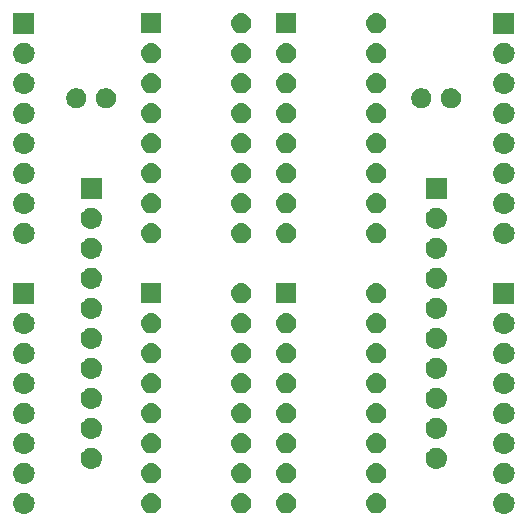
<source format=gbr>
G04 #@! TF.GenerationSoftware,KiCad,Pcbnew,(5.0.1-3-g963ef8bb5)*
G04 #@! TF.CreationDate,2019-11-01T03:37:21+09:00*
G04 #@! TF.ProjectId,DDAC8SEXT,4444414338534558542E6B696361645F,rev?*
G04 #@! TF.SameCoordinates,Original*
G04 #@! TF.FileFunction,Soldermask,Bot*
G04 #@! TF.FilePolarity,Negative*
%FSLAX46Y46*%
G04 Gerber Fmt 4.6, Leading zero omitted, Abs format (unit mm)*
G04 Created by KiCad (PCBNEW (5.0.1-3-g963ef8bb5)) date 2019 November 01, Friday 03:37:21*
%MOMM*%
%LPD*%
G01*
G04 APERTURE LIST*
%ADD10C,0.100000*%
G04 APERTURE END LIST*
D10*
G36*
X137270443Y-116580519D02*
X137336627Y-116587037D01*
X137449853Y-116621384D01*
X137506467Y-116638557D01*
X137593311Y-116684977D01*
X137662991Y-116722222D01*
X137698729Y-116751552D01*
X137800186Y-116834814D01*
X137883448Y-116936271D01*
X137912778Y-116972009D01*
X137912779Y-116972011D01*
X137996443Y-117128533D01*
X138013616Y-117185147D01*
X138047963Y-117298373D01*
X138065359Y-117475000D01*
X138047963Y-117651627D01*
X138013616Y-117764853D01*
X137996443Y-117821467D01*
X137927698Y-117950078D01*
X137912778Y-117977991D01*
X137883448Y-118013729D01*
X137800186Y-118115186D01*
X137698729Y-118198448D01*
X137662991Y-118227778D01*
X137662989Y-118227779D01*
X137506467Y-118311443D01*
X137499069Y-118313687D01*
X137336627Y-118362963D01*
X137270442Y-118369482D01*
X137204260Y-118376000D01*
X137115740Y-118376000D01*
X137049558Y-118369482D01*
X136983373Y-118362963D01*
X136820931Y-118313687D01*
X136813533Y-118311443D01*
X136657011Y-118227779D01*
X136657009Y-118227778D01*
X136621271Y-118198448D01*
X136519814Y-118115186D01*
X136436552Y-118013729D01*
X136407222Y-117977991D01*
X136392302Y-117950078D01*
X136323557Y-117821467D01*
X136306384Y-117764853D01*
X136272037Y-117651627D01*
X136254641Y-117475000D01*
X136272037Y-117298373D01*
X136306384Y-117185147D01*
X136323557Y-117128533D01*
X136407221Y-116972011D01*
X136407222Y-116972009D01*
X136436552Y-116936271D01*
X136519814Y-116834814D01*
X136621271Y-116751552D01*
X136657009Y-116722222D01*
X136726689Y-116684977D01*
X136813533Y-116638557D01*
X136870147Y-116621384D01*
X136983373Y-116587037D01*
X137049557Y-116580519D01*
X137115740Y-116574000D01*
X137204260Y-116574000D01*
X137270443Y-116580519D01*
X137270443Y-116580519D01*
G37*
G36*
X96630443Y-116580519D02*
X96696627Y-116587037D01*
X96809853Y-116621384D01*
X96866467Y-116638557D01*
X96953311Y-116684977D01*
X97022991Y-116722222D01*
X97058729Y-116751552D01*
X97160186Y-116834814D01*
X97243448Y-116936271D01*
X97272778Y-116972009D01*
X97272779Y-116972011D01*
X97356443Y-117128533D01*
X97373616Y-117185147D01*
X97407963Y-117298373D01*
X97425359Y-117475000D01*
X97407963Y-117651627D01*
X97373616Y-117764853D01*
X97356443Y-117821467D01*
X97287698Y-117950078D01*
X97272778Y-117977991D01*
X97243448Y-118013729D01*
X97160186Y-118115186D01*
X97058729Y-118198448D01*
X97022991Y-118227778D01*
X97022989Y-118227779D01*
X96866467Y-118311443D01*
X96859069Y-118313687D01*
X96696627Y-118362963D01*
X96630442Y-118369482D01*
X96564260Y-118376000D01*
X96475740Y-118376000D01*
X96409558Y-118369482D01*
X96343373Y-118362963D01*
X96180931Y-118313687D01*
X96173533Y-118311443D01*
X96017011Y-118227779D01*
X96017009Y-118227778D01*
X95981271Y-118198448D01*
X95879814Y-118115186D01*
X95796552Y-118013729D01*
X95767222Y-117977991D01*
X95752302Y-117950078D01*
X95683557Y-117821467D01*
X95666384Y-117764853D01*
X95632037Y-117651627D01*
X95614641Y-117475000D01*
X95632037Y-117298373D01*
X95666384Y-117185147D01*
X95683557Y-117128533D01*
X95767221Y-116972011D01*
X95767222Y-116972009D01*
X95796552Y-116936271D01*
X95879814Y-116834814D01*
X95981271Y-116751552D01*
X96017009Y-116722222D01*
X96086689Y-116684977D01*
X96173533Y-116638557D01*
X96230147Y-116621384D01*
X96343373Y-116587037D01*
X96409557Y-116580519D01*
X96475740Y-116574000D01*
X96564260Y-116574000D01*
X96630443Y-116580519D01*
X96630443Y-116580519D01*
G37*
G36*
X115101821Y-116636313D02*
X115101824Y-116636314D01*
X115101825Y-116636314D01*
X115262239Y-116684975D01*
X115262241Y-116684976D01*
X115262244Y-116684977D01*
X115410078Y-116763995D01*
X115539659Y-116870341D01*
X115646005Y-116999922D01*
X115725023Y-117147756D01*
X115725024Y-117147759D01*
X115725025Y-117147761D01*
X115770713Y-117298375D01*
X115773687Y-117308179D01*
X115790117Y-117475000D01*
X115773687Y-117641821D01*
X115773686Y-117641824D01*
X115773686Y-117641825D01*
X115770713Y-117651627D01*
X115725023Y-117802244D01*
X115646005Y-117950078D01*
X115539659Y-118079659D01*
X115410078Y-118186005D01*
X115262244Y-118265023D01*
X115262241Y-118265024D01*
X115262239Y-118265025D01*
X115101825Y-118313686D01*
X115101824Y-118313686D01*
X115101821Y-118313687D01*
X114976804Y-118326000D01*
X114893196Y-118326000D01*
X114768179Y-118313687D01*
X114768176Y-118313686D01*
X114768175Y-118313686D01*
X114607761Y-118265025D01*
X114607759Y-118265024D01*
X114607756Y-118265023D01*
X114459922Y-118186005D01*
X114330341Y-118079659D01*
X114223995Y-117950078D01*
X114144977Y-117802244D01*
X114099288Y-117651627D01*
X114096314Y-117641825D01*
X114096314Y-117641824D01*
X114096313Y-117641821D01*
X114079883Y-117475000D01*
X114096313Y-117308179D01*
X114099287Y-117298375D01*
X114144975Y-117147761D01*
X114144976Y-117147759D01*
X114144977Y-117147756D01*
X114223995Y-116999922D01*
X114330341Y-116870341D01*
X114459922Y-116763995D01*
X114607756Y-116684977D01*
X114607759Y-116684976D01*
X114607761Y-116684975D01*
X114768175Y-116636314D01*
X114768176Y-116636314D01*
X114768179Y-116636313D01*
X114893196Y-116624000D01*
X114976804Y-116624000D01*
X115101821Y-116636313D01*
X115101821Y-116636313D01*
G37*
G36*
X107481821Y-116636313D02*
X107481824Y-116636314D01*
X107481825Y-116636314D01*
X107642239Y-116684975D01*
X107642241Y-116684976D01*
X107642244Y-116684977D01*
X107790078Y-116763995D01*
X107919659Y-116870341D01*
X108026005Y-116999922D01*
X108105023Y-117147756D01*
X108105024Y-117147759D01*
X108105025Y-117147761D01*
X108150713Y-117298375D01*
X108153687Y-117308179D01*
X108170117Y-117475000D01*
X108153687Y-117641821D01*
X108153686Y-117641824D01*
X108153686Y-117641825D01*
X108150713Y-117651627D01*
X108105023Y-117802244D01*
X108026005Y-117950078D01*
X107919659Y-118079659D01*
X107790078Y-118186005D01*
X107642244Y-118265023D01*
X107642241Y-118265024D01*
X107642239Y-118265025D01*
X107481825Y-118313686D01*
X107481824Y-118313686D01*
X107481821Y-118313687D01*
X107356804Y-118326000D01*
X107273196Y-118326000D01*
X107148179Y-118313687D01*
X107148176Y-118313686D01*
X107148175Y-118313686D01*
X106987761Y-118265025D01*
X106987759Y-118265024D01*
X106987756Y-118265023D01*
X106839922Y-118186005D01*
X106710341Y-118079659D01*
X106603995Y-117950078D01*
X106524977Y-117802244D01*
X106479288Y-117651627D01*
X106476314Y-117641825D01*
X106476314Y-117641824D01*
X106476313Y-117641821D01*
X106459883Y-117475000D01*
X106476313Y-117308179D01*
X106479287Y-117298375D01*
X106524975Y-117147761D01*
X106524976Y-117147759D01*
X106524977Y-117147756D01*
X106603995Y-116999922D01*
X106710341Y-116870341D01*
X106839922Y-116763995D01*
X106987756Y-116684977D01*
X106987759Y-116684976D01*
X106987761Y-116684975D01*
X107148175Y-116636314D01*
X107148176Y-116636314D01*
X107148179Y-116636313D01*
X107273196Y-116624000D01*
X107356804Y-116624000D01*
X107481821Y-116636313D01*
X107481821Y-116636313D01*
G37*
G36*
X126531821Y-116636313D02*
X126531824Y-116636314D01*
X126531825Y-116636314D01*
X126692239Y-116684975D01*
X126692241Y-116684976D01*
X126692244Y-116684977D01*
X126840078Y-116763995D01*
X126969659Y-116870341D01*
X127076005Y-116999922D01*
X127155023Y-117147756D01*
X127155024Y-117147759D01*
X127155025Y-117147761D01*
X127200713Y-117298375D01*
X127203687Y-117308179D01*
X127220117Y-117475000D01*
X127203687Y-117641821D01*
X127203686Y-117641824D01*
X127203686Y-117641825D01*
X127200713Y-117651627D01*
X127155023Y-117802244D01*
X127076005Y-117950078D01*
X126969659Y-118079659D01*
X126840078Y-118186005D01*
X126692244Y-118265023D01*
X126692241Y-118265024D01*
X126692239Y-118265025D01*
X126531825Y-118313686D01*
X126531824Y-118313686D01*
X126531821Y-118313687D01*
X126406804Y-118326000D01*
X126323196Y-118326000D01*
X126198179Y-118313687D01*
X126198176Y-118313686D01*
X126198175Y-118313686D01*
X126037761Y-118265025D01*
X126037759Y-118265024D01*
X126037756Y-118265023D01*
X125889922Y-118186005D01*
X125760341Y-118079659D01*
X125653995Y-117950078D01*
X125574977Y-117802244D01*
X125529288Y-117651627D01*
X125526314Y-117641825D01*
X125526314Y-117641824D01*
X125526313Y-117641821D01*
X125509883Y-117475000D01*
X125526313Y-117308179D01*
X125529287Y-117298375D01*
X125574975Y-117147761D01*
X125574976Y-117147759D01*
X125574977Y-117147756D01*
X125653995Y-116999922D01*
X125760341Y-116870341D01*
X125889922Y-116763995D01*
X126037756Y-116684977D01*
X126037759Y-116684976D01*
X126037761Y-116684975D01*
X126198175Y-116636314D01*
X126198176Y-116636314D01*
X126198179Y-116636313D01*
X126323196Y-116624000D01*
X126406804Y-116624000D01*
X126531821Y-116636313D01*
X126531821Y-116636313D01*
G37*
G36*
X118911821Y-116636313D02*
X118911824Y-116636314D01*
X118911825Y-116636314D01*
X119072239Y-116684975D01*
X119072241Y-116684976D01*
X119072244Y-116684977D01*
X119220078Y-116763995D01*
X119349659Y-116870341D01*
X119456005Y-116999922D01*
X119535023Y-117147756D01*
X119535024Y-117147759D01*
X119535025Y-117147761D01*
X119580713Y-117298375D01*
X119583687Y-117308179D01*
X119600117Y-117475000D01*
X119583687Y-117641821D01*
X119583686Y-117641824D01*
X119583686Y-117641825D01*
X119580713Y-117651627D01*
X119535023Y-117802244D01*
X119456005Y-117950078D01*
X119349659Y-118079659D01*
X119220078Y-118186005D01*
X119072244Y-118265023D01*
X119072241Y-118265024D01*
X119072239Y-118265025D01*
X118911825Y-118313686D01*
X118911824Y-118313686D01*
X118911821Y-118313687D01*
X118786804Y-118326000D01*
X118703196Y-118326000D01*
X118578179Y-118313687D01*
X118578176Y-118313686D01*
X118578175Y-118313686D01*
X118417761Y-118265025D01*
X118417759Y-118265024D01*
X118417756Y-118265023D01*
X118269922Y-118186005D01*
X118140341Y-118079659D01*
X118033995Y-117950078D01*
X117954977Y-117802244D01*
X117909288Y-117651627D01*
X117906314Y-117641825D01*
X117906314Y-117641824D01*
X117906313Y-117641821D01*
X117889883Y-117475000D01*
X117906313Y-117308179D01*
X117909287Y-117298375D01*
X117954975Y-117147761D01*
X117954976Y-117147759D01*
X117954977Y-117147756D01*
X118033995Y-116999922D01*
X118140341Y-116870341D01*
X118269922Y-116763995D01*
X118417756Y-116684977D01*
X118417759Y-116684976D01*
X118417761Y-116684975D01*
X118578175Y-116636314D01*
X118578176Y-116636314D01*
X118578179Y-116636313D01*
X118703196Y-116624000D01*
X118786804Y-116624000D01*
X118911821Y-116636313D01*
X118911821Y-116636313D01*
G37*
G36*
X137270442Y-114040518D02*
X137336627Y-114047037D01*
X137449853Y-114081384D01*
X137506467Y-114098557D01*
X137593311Y-114144977D01*
X137662991Y-114182222D01*
X137698729Y-114211552D01*
X137800186Y-114294814D01*
X137883448Y-114396271D01*
X137912778Y-114432009D01*
X137912779Y-114432011D01*
X137996443Y-114588533D01*
X138013616Y-114645147D01*
X138047963Y-114758373D01*
X138065359Y-114935000D01*
X138047963Y-115111627D01*
X138013616Y-115224853D01*
X137996443Y-115281467D01*
X137927698Y-115410078D01*
X137912778Y-115437991D01*
X137883448Y-115473729D01*
X137800186Y-115575186D01*
X137698729Y-115658448D01*
X137662991Y-115687778D01*
X137662989Y-115687779D01*
X137506467Y-115771443D01*
X137499069Y-115773687D01*
X137336627Y-115822963D01*
X137270443Y-115829481D01*
X137204260Y-115836000D01*
X137115740Y-115836000D01*
X137049557Y-115829481D01*
X136983373Y-115822963D01*
X136820931Y-115773687D01*
X136813533Y-115771443D01*
X136657011Y-115687779D01*
X136657009Y-115687778D01*
X136621271Y-115658448D01*
X136519814Y-115575186D01*
X136436552Y-115473729D01*
X136407222Y-115437991D01*
X136392302Y-115410078D01*
X136323557Y-115281467D01*
X136306384Y-115224853D01*
X136272037Y-115111627D01*
X136254641Y-114935000D01*
X136272037Y-114758373D01*
X136306384Y-114645147D01*
X136323557Y-114588533D01*
X136407221Y-114432011D01*
X136407222Y-114432009D01*
X136436552Y-114396271D01*
X136519814Y-114294814D01*
X136621271Y-114211552D01*
X136657009Y-114182222D01*
X136726689Y-114144977D01*
X136813533Y-114098557D01*
X136870147Y-114081384D01*
X136983373Y-114047037D01*
X137049558Y-114040518D01*
X137115740Y-114034000D01*
X137204260Y-114034000D01*
X137270442Y-114040518D01*
X137270442Y-114040518D01*
G37*
G36*
X96630442Y-114040518D02*
X96696627Y-114047037D01*
X96809853Y-114081384D01*
X96866467Y-114098557D01*
X96953311Y-114144977D01*
X97022991Y-114182222D01*
X97058729Y-114211552D01*
X97160186Y-114294814D01*
X97243448Y-114396271D01*
X97272778Y-114432009D01*
X97272779Y-114432011D01*
X97356443Y-114588533D01*
X97373616Y-114645147D01*
X97407963Y-114758373D01*
X97425359Y-114935000D01*
X97407963Y-115111627D01*
X97373616Y-115224853D01*
X97356443Y-115281467D01*
X97287698Y-115410078D01*
X97272778Y-115437991D01*
X97243448Y-115473729D01*
X97160186Y-115575186D01*
X97058729Y-115658448D01*
X97022991Y-115687778D01*
X97022989Y-115687779D01*
X96866467Y-115771443D01*
X96859069Y-115773687D01*
X96696627Y-115822963D01*
X96630443Y-115829481D01*
X96564260Y-115836000D01*
X96475740Y-115836000D01*
X96409557Y-115829481D01*
X96343373Y-115822963D01*
X96180931Y-115773687D01*
X96173533Y-115771443D01*
X96017011Y-115687779D01*
X96017009Y-115687778D01*
X95981271Y-115658448D01*
X95879814Y-115575186D01*
X95796552Y-115473729D01*
X95767222Y-115437991D01*
X95752302Y-115410078D01*
X95683557Y-115281467D01*
X95666384Y-115224853D01*
X95632037Y-115111627D01*
X95614641Y-114935000D01*
X95632037Y-114758373D01*
X95666384Y-114645147D01*
X95683557Y-114588533D01*
X95767221Y-114432011D01*
X95767222Y-114432009D01*
X95796552Y-114396271D01*
X95879814Y-114294814D01*
X95981271Y-114211552D01*
X96017009Y-114182222D01*
X96086689Y-114144977D01*
X96173533Y-114098557D01*
X96230147Y-114081384D01*
X96343373Y-114047037D01*
X96409558Y-114040518D01*
X96475740Y-114034000D01*
X96564260Y-114034000D01*
X96630442Y-114040518D01*
X96630442Y-114040518D01*
G37*
G36*
X126531821Y-114096313D02*
X126531824Y-114096314D01*
X126531825Y-114096314D01*
X126692239Y-114144975D01*
X126692241Y-114144976D01*
X126692244Y-114144977D01*
X126840078Y-114223995D01*
X126969659Y-114330341D01*
X127076005Y-114459922D01*
X127155023Y-114607756D01*
X127155024Y-114607759D01*
X127155025Y-114607761D01*
X127200713Y-114758375D01*
X127203687Y-114768179D01*
X127220117Y-114935000D01*
X127203687Y-115101821D01*
X127203686Y-115101824D01*
X127203686Y-115101825D01*
X127200713Y-115111627D01*
X127155023Y-115262244D01*
X127076005Y-115410078D01*
X126969659Y-115539659D01*
X126840078Y-115646005D01*
X126692244Y-115725023D01*
X126692241Y-115725024D01*
X126692239Y-115725025D01*
X126531825Y-115773686D01*
X126531824Y-115773686D01*
X126531821Y-115773687D01*
X126406804Y-115786000D01*
X126323196Y-115786000D01*
X126198179Y-115773687D01*
X126198176Y-115773686D01*
X126198175Y-115773686D01*
X126037761Y-115725025D01*
X126037759Y-115725024D01*
X126037756Y-115725023D01*
X125889922Y-115646005D01*
X125760341Y-115539659D01*
X125653995Y-115410078D01*
X125574977Y-115262244D01*
X125529288Y-115111627D01*
X125526314Y-115101825D01*
X125526314Y-115101824D01*
X125526313Y-115101821D01*
X125509883Y-114935000D01*
X125526313Y-114768179D01*
X125529287Y-114758375D01*
X125574975Y-114607761D01*
X125574976Y-114607759D01*
X125574977Y-114607756D01*
X125653995Y-114459922D01*
X125760341Y-114330341D01*
X125889922Y-114223995D01*
X126037756Y-114144977D01*
X126037759Y-114144976D01*
X126037761Y-114144975D01*
X126198175Y-114096314D01*
X126198176Y-114096314D01*
X126198179Y-114096313D01*
X126323196Y-114084000D01*
X126406804Y-114084000D01*
X126531821Y-114096313D01*
X126531821Y-114096313D01*
G37*
G36*
X118911821Y-114096313D02*
X118911824Y-114096314D01*
X118911825Y-114096314D01*
X119072239Y-114144975D01*
X119072241Y-114144976D01*
X119072244Y-114144977D01*
X119220078Y-114223995D01*
X119349659Y-114330341D01*
X119456005Y-114459922D01*
X119535023Y-114607756D01*
X119535024Y-114607759D01*
X119535025Y-114607761D01*
X119580713Y-114758375D01*
X119583687Y-114768179D01*
X119600117Y-114935000D01*
X119583687Y-115101821D01*
X119583686Y-115101824D01*
X119583686Y-115101825D01*
X119580713Y-115111627D01*
X119535023Y-115262244D01*
X119456005Y-115410078D01*
X119349659Y-115539659D01*
X119220078Y-115646005D01*
X119072244Y-115725023D01*
X119072241Y-115725024D01*
X119072239Y-115725025D01*
X118911825Y-115773686D01*
X118911824Y-115773686D01*
X118911821Y-115773687D01*
X118786804Y-115786000D01*
X118703196Y-115786000D01*
X118578179Y-115773687D01*
X118578176Y-115773686D01*
X118578175Y-115773686D01*
X118417761Y-115725025D01*
X118417759Y-115725024D01*
X118417756Y-115725023D01*
X118269922Y-115646005D01*
X118140341Y-115539659D01*
X118033995Y-115410078D01*
X117954977Y-115262244D01*
X117909288Y-115111627D01*
X117906314Y-115101825D01*
X117906314Y-115101824D01*
X117906313Y-115101821D01*
X117889883Y-114935000D01*
X117906313Y-114768179D01*
X117909287Y-114758375D01*
X117954975Y-114607761D01*
X117954976Y-114607759D01*
X117954977Y-114607756D01*
X118033995Y-114459922D01*
X118140341Y-114330341D01*
X118269922Y-114223995D01*
X118417756Y-114144977D01*
X118417759Y-114144976D01*
X118417761Y-114144975D01*
X118578175Y-114096314D01*
X118578176Y-114096314D01*
X118578179Y-114096313D01*
X118703196Y-114084000D01*
X118786804Y-114084000D01*
X118911821Y-114096313D01*
X118911821Y-114096313D01*
G37*
G36*
X115101821Y-114096313D02*
X115101824Y-114096314D01*
X115101825Y-114096314D01*
X115262239Y-114144975D01*
X115262241Y-114144976D01*
X115262244Y-114144977D01*
X115410078Y-114223995D01*
X115539659Y-114330341D01*
X115646005Y-114459922D01*
X115725023Y-114607756D01*
X115725024Y-114607759D01*
X115725025Y-114607761D01*
X115770713Y-114758375D01*
X115773687Y-114768179D01*
X115790117Y-114935000D01*
X115773687Y-115101821D01*
X115773686Y-115101824D01*
X115773686Y-115101825D01*
X115770713Y-115111627D01*
X115725023Y-115262244D01*
X115646005Y-115410078D01*
X115539659Y-115539659D01*
X115410078Y-115646005D01*
X115262244Y-115725023D01*
X115262241Y-115725024D01*
X115262239Y-115725025D01*
X115101825Y-115773686D01*
X115101824Y-115773686D01*
X115101821Y-115773687D01*
X114976804Y-115786000D01*
X114893196Y-115786000D01*
X114768179Y-115773687D01*
X114768176Y-115773686D01*
X114768175Y-115773686D01*
X114607761Y-115725025D01*
X114607759Y-115725024D01*
X114607756Y-115725023D01*
X114459922Y-115646005D01*
X114330341Y-115539659D01*
X114223995Y-115410078D01*
X114144977Y-115262244D01*
X114099288Y-115111627D01*
X114096314Y-115101825D01*
X114096314Y-115101824D01*
X114096313Y-115101821D01*
X114079883Y-114935000D01*
X114096313Y-114768179D01*
X114099287Y-114758375D01*
X114144975Y-114607761D01*
X114144976Y-114607759D01*
X114144977Y-114607756D01*
X114223995Y-114459922D01*
X114330341Y-114330341D01*
X114459922Y-114223995D01*
X114607756Y-114144977D01*
X114607759Y-114144976D01*
X114607761Y-114144975D01*
X114768175Y-114096314D01*
X114768176Y-114096314D01*
X114768179Y-114096313D01*
X114893196Y-114084000D01*
X114976804Y-114084000D01*
X115101821Y-114096313D01*
X115101821Y-114096313D01*
G37*
G36*
X107481821Y-114096313D02*
X107481824Y-114096314D01*
X107481825Y-114096314D01*
X107642239Y-114144975D01*
X107642241Y-114144976D01*
X107642244Y-114144977D01*
X107790078Y-114223995D01*
X107919659Y-114330341D01*
X108026005Y-114459922D01*
X108105023Y-114607756D01*
X108105024Y-114607759D01*
X108105025Y-114607761D01*
X108150713Y-114758375D01*
X108153687Y-114768179D01*
X108170117Y-114935000D01*
X108153687Y-115101821D01*
X108153686Y-115101824D01*
X108153686Y-115101825D01*
X108150713Y-115111627D01*
X108105023Y-115262244D01*
X108026005Y-115410078D01*
X107919659Y-115539659D01*
X107790078Y-115646005D01*
X107642244Y-115725023D01*
X107642241Y-115725024D01*
X107642239Y-115725025D01*
X107481825Y-115773686D01*
X107481824Y-115773686D01*
X107481821Y-115773687D01*
X107356804Y-115786000D01*
X107273196Y-115786000D01*
X107148179Y-115773687D01*
X107148176Y-115773686D01*
X107148175Y-115773686D01*
X106987761Y-115725025D01*
X106987759Y-115725024D01*
X106987756Y-115725023D01*
X106839922Y-115646005D01*
X106710341Y-115539659D01*
X106603995Y-115410078D01*
X106524977Y-115262244D01*
X106479288Y-115111627D01*
X106476314Y-115101825D01*
X106476314Y-115101824D01*
X106476313Y-115101821D01*
X106459883Y-114935000D01*
X106476313Y-114768179D01*
X106479287Y-114758375D01*
X106524975Y-114607761D01*
X106524976Y-114607759D01*
X106524977Y-114607756D01*
X106603995Y-114459922D01*
X106710341Y-114330341D01*
X106839922Y-114223995D01*
X106987756Y-114144977D01*
X106987759Y-114144976D01*
X106987761Y-114144975D01*
X107148175Y-114096314D01*
X107148176Y-114096314D01*
X107148179Y-114096313D01*
X107273196Y-114084000D01*
X107356804Y-114084000D01*
X107481821Y-114096313D01*
X107481821Y-114096313D01*
G37*
G36*
X131555442Y-112770518D02*
X131621627Y-112777037D01*
X131734853Y-112811384D01*
X131791467Y-112828557D01*
X131869146Y-112870078D01*
X131947991Y-112912222D01*
X131983729Y-112941552D01*
X132085186Y-113024814D01*
X132168448Y-113126271D01*
X132197778Y-113162009D01*
X132197779Y-113162011D01*
X132281443Y-113318533D01*
X132281443Y-113318534D01*
X132332963Y-113488373D01*
X132350359Y-113665000D01*
X132332963Y-113841627D01*
X132298616Y-113954853D01*
X132281443Y-114011467D01*
X132234892Y-114098557D01*
X132197778Y-114167991D01*
X132168448Y-114203729D01*
X132085186Y-114305186D01*
X131983729Y-114388448D01*
X131947991Y-114417778D01*
X131947989Y-114417779D01*
X131791467Y-114501443D01*
X131734853Y-114518616D01*
X131621627Y-114552963D01*
X131555442Y-114559482D01*
X131489260Y-114566000D01*
X131400740Y-114566000D01*
X131334558Y-114559482D01*
X131268373Y-114552963D01*
X131155147Y-114518616D01*
X131098533Y-114501443D01*
X130942011Y-114417779D01*
X130942009Y-114417778D01*
X130906271Y-114388448D01*
X130804814Y-114305186D01*
X130721552Y-114203729D01*
X130692222Y-114167991D01*
X130655108Y-114098557D01*
X130608557Y-114011467D01*
X130591384Y-113954853D01*
X130557037Y-113841627D01*
X130539641Y-113665000D01*
X130557037Y-113488373D01*
X130608557Y-113318534D01*
X130608557Y-113318533D01*
X130692221Y-113162011D01*
X130692222Y-113162009D01*
X130721552Y-113126271D01*
X130804814Y-113024814D01*
X130906271Y-112941552D01*
X130942009Y-112912222D01*
X131020854Y-112870078D01*
X131098533Y-112828557D01*
X131155147Y-112811384D01*
X131268373Y-112777037D01*
X131334558Y-112770518D01*
X131400740Y-112764000D01*
X131489260Y-112764000D01*
X131555442Y-112770518D01*
X131555442Y-112770518D01*
G37*
G36*
X102345442Y-112770518D02*
X102411627Y-112777037D01*
X102524853Y-112811384D01*
X102581467Y-112828557D01*
X102659146Y-112870078D01*
X102737991Y-112912222D01*
X102773729Y-112941552D01*
X102875186Y-113024814D01*
X102958448Y-113126271D01*
X102987778Y-113162009D01*
X102987779Y-113162011D01*
X103071443Y-113318533D01*
X103071443Y-113318534D01*
X103122963Y-113488373D01*
X103140359Y-113665000D01*
X103122963Y-113841627D01*
X103088616Y-113954853D01*
X103071443Y-114011467D01*
X103024892Y-114098557D01*
X102987778Y-114167991D01*
X102958448Y-114203729D01*
X102875186Y-114305186D01*
X102773729Y-114388448D01*
X102737991Y-114417778D01*
X102737989Y-114417779D01*
X102581467Y-114501443D01*
X102524853Y-114518616D01*
X102411627Y-114552963D01*
X102345442Y-114559482D01*
X102279260Y-114566000D01*
X102190740Y-114566000D01*
X102124558Y-114559482D01*
X102058373Y-114552963D01*
X101945147Y-114518616D01*
X101888533Y-114501443D01*
X101732011Y-114417779D01*
X101732009Y-114417778D01*
X101696271Y-114388448D01*
X101594814Y-114305186D01*
X101511552Y-114203729D01*
X101482222Y-114167991D01*
X101445108Y-114098557D01*
X101398557Y-114011467D01*
X101381384Y-113954853D01*
X101347037Y-113841627D01*
X101329641Y-113665000D01*
X101347037Y-113488373D01*
X101398557Y-113318534D01*
X101398557Y-113318533D01*
X101482221Y-113162011D01*
X101482222Y-113162009D01*
X101511552Y-113126271D01*
X101594814Y-113024814D01*
X101696271Y-112941552D01*
X101732009Y-112912222D01*
X101810854Y-112870078D01*
X101888533Y-112828557D01*
X101945147Y-112811384D01*
X102058373Y-112777037D01*
X102124558Y-112770518D01*
X102190740Y-112764000D01*
X102279260Y-112764000D01*
X102345442Y-112770518D01*
X102345442Y-112770518D01*
G37*
G36*
X137270443Y-111500519D02*
X137336627Y-111507037D01*
X137449853Y-111541384D01*
X137506467Y-111558557D01*
X137593311Y-111604977D01*
X137662991Y-111642222D01*
X137698729Y-111671552D01*
X137800186Y-111754814D01*
X137883448Y-111856271D01*
X137912778Y-111892009D01*
X137912779Y-111892011D01*
X137996443Y-112048533D01*
X138013616Y-112105147D01*
X138047963Y-112218373D01*
X138065359Y-112395000D01*
X138047963Y-112571627D01*
X138013616Y-112684853D01*
X137996443Y-112741467D01*
X137977430Y-112777037D01*
X137912778Y-112897991D01*
X137883448Y-112933729D01*
X137800186Y-113035186D01*
X137698729Y-113118448D01*
X137662991Y-113147778D01*
X137662989Y-113147779D01*
X137506467Y-113231443D01*
X137499069Y-113233687D01*
X137336627Y-113282963D01*
X137270443Y-113289481D01*
X137204260Y-113296000D01*
X137115740Y-113296000D01*
X137049557Y-113289481D01*
X136983373Y-113282963D01*
X136820931Y-113233687D01*
X136813533Y-113231443D01*
X136657011Y-113147779D01*
X136657009Y-113147778D01*
X136621271Y-113118448D01*
X136519814Y-113035186D01*
X136436552Y-112933729D01*
X136407222Y-112897991D01*
X136342570Y-112777037D01*
X136323557Y-112741467D01*
X136306384Y-112684853D01*
X136272037Y-112571627D01*
X136254641Y-112395000D01*
X136272037Y-112218373D01*
X136306384Y-112105147D01*
X136323557Y-112048533D01*
X136407221Y-111892011D01*
X136407222Y-111892009D01*
X136436552Y-111856271D01*
X136519814Y-111754814D01*
X136621271Y-111671552D01*
X136657009Y-111642222D01*
X136726689Y-111604977D01*
X136813533Y-111558557D01*
X136870147Y-111541384D01*
X136983373Y-111507037D01*
X137049557Y-111500519D01*
X137115740Y-111494000D01*
X137204260Y-111494000D01*
X137270443Y-111500519D01*
X137270443Y-111500519D01*
G37*
G36*
X96630443Y-111500519D02*
X96696627Y-111507037D01*
X96809853Y-111541384D01*
X96866467Y-111558557D01*
X96953311Y-111604977D01*
X97022991Y-111642222D01*
X97058729Y-111671552D01*
X97160186Y-111754814D01*
X97243448Y-111856271D01*
X97272778Y-111892009D01*
X97272779Y-111892011D01*
X97356443Y-112048533D01*
X97373616Y-112105147D01*
X97407963Y-112218373D01*
X97425359Y-112395000D01*
X97407963Y-112571627D01*
X97373616Y-112684853D01*
X97356443Y-112741467D01*
X97337430Y-112777037D01*
X97272778Y-112897991D01*
X97243448Y-112933729D01*
X97160186Y-113035186D01*
X97058729Y-113118448D01*
X97022991Y-113147778D01*
X97022989Y-113147779D01*
X96866467Y-113231443D01*
X96859069Y-113233687D01*
X96696627Y-113282963D01*
X96630443Y-113289481D01*
X96564260Y-113296000D01*
X96475740Y-113296000D01*
X96409557Y-113289481D01*
X96343373Y-113282963D01*
X96180931Y-113233687D01*
X96173533Y-113231443D01*
X96017011Y-113147779D01*
X96017009Y-113147778D01*
X95981271Y-113118448D01*
X95879814Y-113035186D01*
X95796552Y-112933729D01*
X95767222Y-112897991D01*
X95702570Y-112777037D01*
X95683557Y-112741467D01*
X95666384Y-112684853D01*
X95632037Y-112571627D01*
X95614641Y-112395000D01*
X95632037Y-112218373D01*
X95666384Y-112105147D01*
X95683557Y-112048533D01*
X95767221Y-111892011D01*
X95767222Y-111892009D01*
X95796552Y-111856271D01*
X95879814Y-111754814D01*
X95981271Y-111671552D01*
X96017009Y-111642222D01*
X96086689Y-111604977D01*
X96173533Y-111558557D01*
X96230147Y-111541384D01*
X96343373Y-111507037D01*
X96409557Y-111500519D01*
X96475740Y-111494000D01*
X96564260Y-111494000D01*
X96630443Y-111500519D01*
X96630443Y-111500519D01*
G37*
G36*
X118911821Y-111556313D02*
X118911824Y-111556314D01*
X118911825Y-111556314D01*
X119072239Y-111604975D01*
X119072241Y-111604976D01*
X119072244Y-111604977D01*
X119220078Y-111683995D01*
X119349659Y-111790341D01*
X119456005Y-111919922D01*
X119535023Y-112067756D01*
X119535024Y-112067759D01*
X119535025Y-112067761D01*
X119580713Y-112218375D01*
X119583687Y-112228179D01*
X119600117Y-112395000D01*
X119583687Y-112561821D01*
X119583686Y-112561824D01*
X119583686Y-112561825D01*
X119580713Y-112571627D01*
X119535023Y-112722244D01*
X119456005Y-112870078D01*
X119349659Y-112999659D01*
X119220078Y-113106005D01*
X119072244Y-113185023D01*
X119072241Y-113185024D01*
X119072239Y-113185025D01*
X118911825Y-113233686D01*
X118911824Y-113233686D01*
X118911821Y-113233687D01*
X118786804Y-113246000D01*
X118703196Y-113246000D01*
X118578179Y-113233687D01*
X118578176Y-113233686D01*
X118578175Y-113233686D01*
X118417761Y-113185025D01*
X118417759Y-113185024D01*
X118417756Y-113185023D01*
X118269922Y-113106005D01*
X118140341Y-112999659D01*
X118033995Y-112870078D01*
X117954977Y-112722244D01*
X117909288Y-112571627D01*
X117906314Y-112561825D01*
X117906314Y-112561824D01*
X117906313Y-112561821D01*
X117889883Y-112395000D01*
X117906313Y-112228179D01*
X117909287Y-112218375D01*
X117954975Y-112067761D01*
X117954976Y-112067759D01*
X117954977Y-112067756D01*
X118033995Y-111919922D01*
X118140341Y-111790341D01*
X118269922Y-111683995D01*
X118417756Y-111604977D01*
X118417759Y-111604976D01*
X118417761Y-111604975D01*
X118578175Y-111556314D01*
X118578176Y-111556314D01*
X118578179Y-111556313D01*
X118703196Y-111544000D01*
X118786804Y-111544000D01*
X118911821Y-111556313D01*
X118911821Y-111556313D01*
G37*
G36*
X126531821Y-111556313D02*
X126531824Y-111556314D01*
X126531825Y-111556314D01*
X126692239Y-111604975D01*
X126692241Y-111604976D01*
X126692244Y-111604977D01*
X126840078Y-111683995D01*
X126969659Y-111790341D01*
X127076005Y-111919922D01*
X127155023Y-112067756D01*
X127155024Y-112067759D01*
X127155025Y-112067761D01*
X127200713Y-112218375D01*
X127203687Y-112228179D01*
X127220117Y-112395000D01*
X127203687Y-112561821D01*
X127203686Y-112561824D01*
X127203686Y-112561825D01*
X127200713Y-112571627D01*
X127155023Y-112722244D01*
X127076005Y-112870078D01*
X126969659Y-112999659D01*
X126840078Y-113106005D01*
X126692244Y-113185023D01*
X126692241Y-113185024D01*
X126692239Y-113185025D01*
X126531825Y-113233686D01*
X126531824Y-113233686D01*
X126531821Y-113233687D01*
X126406804Y-113246000D01*
X126323196Y-113246000D01*
X126198179Y-113233687D01*
X126198176Y-113233686D01*
X126198175Y-113233686D01*
X126037761Y-113185025D01*
X126037759Y-113185024D01*
X126037756Y-113185023D01*
X125889922Y-113106005D01*
X125760341Y-112999659D01*
X125653995Y-112870078D01*
X125574977Y-112722244D01*
X125529288Y-112571627D01*
X125526314Y-112561825D01*
X125526314Y-112561824D01*
X125526313Y-112561821D01*
X125509883Y-112395000D01*
X125526313Y-112228179D01*
X125529287Y-112218375D01*
X125574975Y-112067761D01*
X125574976Y-112067759D01*
X125574977Y-112067756D01*
X125653995Y-111919922D01*
X125760341Y-111790341D01*
X125889922Y-111683995D01*
X126037756Y-111604977D01*
X126037759Y-111604976D01*
X126037761Y-111604975D01*
X126198175Y-111556314D01*
X126198176Y-111556314D01*
X126198179Y-111556313D01*
X126323196Y-111544000D01*
X126406804Y-111544000D01*
X126531821Y-111556313D01*
X126531821Y-111556313D01*
G37*
G36*
X115101821Y-111556313D02*
X115101824Y-111556314D01*
X115101825Y-111556314D01*
X115262239Y-111604975D01*
X115262241Y-111604976D01*
X115262244Y-111604977D01*
X115410078Y-111683995D01*
X115539659Y-111790341D01*
X115646005Y-111919922D01*
X115725023Y-112067756D01*
X115725024Y-112067759D01*
X115725025Y-112067761D01*
X115770713Y-112218375D01*
X115773687Y-112228179D01*
X115790117Y-112395000D01*
X115773687Y-112561821D01*
X115773686Y-112561824D01*
X115773686Y-112561825D01*
X115770713Y-112571627D01*
X115725023Y-112722244D01*
X115646005Y-112870078D01*
X115539659Y-112999659D01*
X115410078Y-113106005D01*
X115262244Y-113185023D01*
X115262241Y-113185024D01*
X115262239Y-113185025D01*
X115101825Y-113233686D01*
X115101824Y-113233686D01*
X115101821Y-113233687D01*
X114976804Y-113246000D01*
X114893196Y-113246000D01*
X114768179Y-113233687D01*
X114768176Y-113233686D01*
X114768175Y-113233686D01*
X114607761Y-113185025D01*
X114607759Y-113185024D01*
X114607756Y-113185023D01*
X114459922Y-113106005D01*
X114330341Y-112999659D01*
X114223995Y-112870078D01*
X114144977Y-112722244D01*
X114099288Y-112571627D01*
X114096314Y-112561825D01*
X114096314Y-112561824D01*
X114096313Y-112561821D01*
X114079883Y-112395000D01*
X114096313Y-112228179D01*
X114099287Y-112218375D01*
X114144975Y-112067761D01*
X114144976Y-112067759D01*
X114144977Y-112067756D01*
X114223995Y-111919922D01*
X114330341Y-111790341D01*
X114459922Y-111683995D01*
X114607756Y-111604977D01*
X114607759Y-111604976D01*
X114607761Y-111604975D01*
X114768175Y-111556314D01*
X114768176Y-111556314D01*
X114768179Y-111556313D01*
X114893196Y-111544000D01*
X114976804Y-111544000D01*
X115101821Y-111556313D01*
X115101821Y-111556313D01*
G37*
G36*
X107481821Y-111556313D02*
X107481824Y-111556314D01*
X107481825Y-111556314D01*
X107642239Y-111604975D01*
X107642241Y-111604976D01*
X107642244Y-111604977D01*
X107790078Y-111683995D01*
X107919659Y-111790341D01*
X108026005Y-111919922D01*
X108105023Y-112067756D01*
X108105024Y-112067759D01*
X108105025Y-112067761D01*
X108150713Y-112218375D01*
X108153687Y-112228179D01*
X108170117Y-112395000D01*
X108153687Y-112561821D01*
X108153686Y-112561824D01*
X108153686Y-112561825D01*
X108150713Y-112571627D01*
X108105023Y-112722244D01*
X108026005Y-112870078D01*
X107919659Y-112999659D01*
X107790078Y-113106005D01*
X107642244Y-113185023D01*
X107642241Y-113185024D01*
X107642239Y-113185025D01*
X107481825Y-113233686D01*
X107481824Y-113233686D01*
X107481821Y-113233687D01*
X107356804Y-113246000D01*
X107273196Y-113246000D01*
X107148179Y-113233687D01*
X107148176Y-113233686D01*
X107148175Y-113233686D01*
X106987761Y-113185025D01*
X106987759Y-113185024D01*
X106987756Y-113185023D01*
X106839922Y-113106005D01*
X106710341Y-112999659D01*
X106603995Y-112870078D01*
X106524977Y-112722244D01*
X106479288Y-112571627D01*
X106476314Y-112561825D01*
X106476314Y-112561824D01*
X106476313Y-112561821D01*
X106459883Y-112395000D01*
X106476313Y-112228179D01*
X106479287Y-112218375D01*
X106524975Y-112067761D01*
X106524976Y-112067759D01*
X106524977Y-112067756D01*
X106603995Y-111919922D01*
X106710341Y-111790341D01*
X106839922Y-111683995D01*
X106987756Y-111604977D01*
X106987759Y-111604976D01*
X106987761Y-111604975D01*
X107148175Y-111556314D01*
X107148176Y-111556314D01*
X107148179Y-111556313D01*
X107273196Y-111544000D01*
X107356804Y-111544000D01*
X107481821Y-111556313D01*
X107481821Y-111556313D01*
G37*
G36*
X102345443Y-110230519D02*
X102411627Y-110237037D01*
X102524853Y-110271384D01*
X102581467Y-110288557D01*
X102659146Y-110330078D01*
X102737991Y-110372222D01*
X102773729Y-110401552D01*
X102875186Y-110484814D01*
X102958448Y-110586271D01*
X102987778Y-110622009D01*
X102987779Y-110622011D01*
X103071443Y-110778533D01*
X103071443Y-110778534D01*
X103122963Y-110948373D01*
X103140359Y-111125000D01*
X103122963Y-111301627D01*
X103088616Y-111414853D01*
X103071443Y-111471467D01*
X103024892Y-111558557D01*
X102987778Y-111627991D01*
X102958448Y-111663729D01*
X102875186Y-111765186D01*
X102773729Y-111848448D01*
X102737991Y-111877778D01*
X102737989Y-111877779D01*
X102581467Y-111961443D01*
X102524853Y-111978616D01*
X102411627Y-112012963D01*
X102345442Y-112019482D01*
X102279260Y-112026000D01*
X102190740Y-112026000D01*
X102124558Y-112019482D01*
X102058373Y-112012963D01*
X101945147Y-111978616D01*
X101888533Y-111961443D01*
X101732011Y-111877779D01*
X101732009Y-111877778D01*
X101696271Y-111848448D01*
X101594814Y-111765186D01*
X101511552Y-111663729D01*
X101482222Y-111627991D01*
X101445108Y-111558557D01*
X101398557Y-111471467D01*
X101381384Y-111414853D01*
X101347037Y-111301627D01*
X101329641Y-111125000D01*
X101347037Y-110948373D01*
X101398557Y-110778534D01*
X101398557Y-110778533D01*
X101482221Y-110622011D01*
X101482222Y-110622009D01*
X101511552Y-110586271D01*
X101594814Y-110484814D01*
X101696271Y-110401552D01*
X101732009Y-110372222D01*
X101810854Y-110330078D01*
X101888533Y-110288557D01*
X101945147Y-110271384D01*
X102058373Y-110237037D01*
X102124557Y-110230519D01*
X102190740Y-110224000D01*
X102279260Y-110224000D01*
X102345443Y-110230519D01*
X102345443Y-110230519D01*
G37*
G36*
X131555443Y-110230519D02*
X131621627Y-110237037D01*
X131734853Y-110271384D01*
X131791467Y-110288557D01*
X131869146Y-110330078D01*
X131947991Y-110372222D01*
X131983729Y-110401552D01*
X132085186Y-110484814D01*
X132168448Y-110586271D01*
X132197778Y-110622009D01*
X132197779Y-110622011D01*
X132281443Y-110778533D01*
X132281443Y-110778534D01*
X132332963Y-110948373D01*
X132350359Y-111125000D01*
X132332963Y-111301627D01*
X132298616Y-111414853D01*
X132281443Y-111471467D01*
X132234892Y-111558557D01*
X132197778Y-111627991D01*
X132168448Y-111663729D01*
X132085186Y-111765186D01*
X131983729Y-111848448D01*
X131947991Y-111877778D01*
X131947989Y-111877779D01*
X131791467Y-111961443D01*
X131734853Y-111978616D01*
X131621627Y-112012963D01*
X131555442Y-112019482D01*
X131489260Y-112026000D01*
X131400740Y-112026000D01*
X131334558Y-112019482D01*
X131268373Y-112012963D01*
X131155147Y-111978616D01*
X131098533Y-111961443D01*
X130942011Y-111877779D01*
X130942009Y-111877778D01*
X130906271Y-111848448D01*
X130804814Y-111765186D01*
X130721552Y-111663729D01*
X130692222Y-111627991D01*
X130655108Y-111558557D01*
X130608557Y-111471467D01*
X130591384Y-111414853D01*
X130557037Y-111301627D01*
X130539641Y-111125000D01*
X130557037Y-110948373D01*
X130608557Y-110778534D01*
X130608557Y-110778533D01*
X130692221Y-110622011D01*
X130692222Y-110622009D01*
X130721552Y-110586271D01*
X130804814Y-110484814D01*
X130906271Y-110401552D01*
X130942009Y-110372222D01*
X131020854Y-110330078D01*
X131098533Y-110288557D01*
X131155147Y-110271384D01*
X131268373Y-110237037D01*
X131334557Y-110230519D01*
X131400740Y-110224000D01*
X131489260Y-110224000D01*
X131555443Y-110230519D01*
X131555443Y-110230519D01*
G37*
G36*
X96630443Y-108960519D02*
X96696627Y-108967037D01*
X96809853Y-109001384D01*
X96866467Y-109018557D01*
X96953311Y-109064977D01*
X97022991Y-109102222D01*
X97058729Y-109131552D01*
X97160186Y-109214814D01*
X97243448Y-109316271D01*
X97272778Y-109352009D01*
X97272779Y-109352011D01*
X97356443Y-109508533D01*
X97373616Y-109565147D01*
X97407963Y-109678373D01*
X97425359Y-109855000D01*
X97407963Y-110031627D01*
X97373616Y-110144853D01*
X97356443Y-110201467D01*
X97337430Y-110237037D01*
X97272778Y-110357991D01*
X97243448Y-110393729D01*
X97160186Y-110495186D01*
X97058729Y-110578448D01*
X97022991Y-110607778D01*
X97022989Y-110607779D01*
X96866467Y-110691443D01*
X96859069Y-110693687D01*
X96696627Y-110742963D01*
X96630442Y-110749482D01*
X96564260Y-110756000D01*
X96475740Y-110756000D01*
X96409558Y-110749482D01*
X96343373Y-110742963D01*
X96180931Y-110693687D01*
X96173533Y-110691443D01*
X96017011Y-110607779D01*
X96017009Y-110607778D01*
X95981271Y-110578448D01*
X95879814Y-110495186D01*
X95796552Y-110393729D01*
X95767222Y-110357991D01*
X95702570Y-110237037D01*
X95683557Y-110201467D01*
X95666384Y-110144853D01*
X95632037Y-110031627D01*
X95614641Y-109855000D01*
X95632037Y-109678373D01*
X95666384Y-109565147D01*
X95683557Y-109508533D01*
X95767221Y-109352011D01*
X95767222Y-109352009D01*
X95796552Y-109316271D01*
X95879814Y-109214814D01*
X95981271Y-109131552D01*
X96017009Y-109102222D01*
X96086689Y-109064977D01*
X96173533Y-109018557D01*
X96230147Y-109001384D01*
X96343373Y-108967037D01*
X96409557Y-108960519D01*
X96475740Y-108954000D01*
X96564260Y-108954000D01*
X96630443Y-108960519D01*
X96630443Y-108960519D01*
G37*
G36*
X137270443Y-108960519D02*
X137336627Y-108967037D01*
X137449853Y-109001384D01*
X137506467Y-109018557D01*
X137593311Y-109064977D01*
X137662991Y-109102222D01*
X137698729Y-109131552D01*
X137800186Y-109214814D01*
X137883448Y-109316271D01*
X137912778Y-109352009D01*
X137912779Y-109352011D01*
X137996443Y-109508533D01*
X138013616Y-109565147D01*
X138047963Y-109678373D01*
X138065359Y-109855000D01*
X138047963Y-110031627D01*
X138013616Y-110144853D01*
X137996443Y-110201467D01*
X137977430Y-110237037D01*
X137912778Y-110357991D01*
X137883448Y-110393729D01*
X137800186Y-110495186D01*
X137698729Y-110578448D01*
X137662991Y-110607778D01*
X137662989Y-110607779D01*
X137506467Y-110691443D01*
X137499069Y-110693687D01*
X137336627Y-110742963D01*
X137270442Y-110749482D01*
X137204260Y-110756000D01*
X137115740Y-110756000D01*
X137049558Y-110749482D01*
X136983373Y-110742963D01*
X136820931Y-110693687D01*
X136813533Y-110691443D01*
X136657011Y-110607779D01*
X136657009Y-110607778D01*
X136621271Y-110578448D01*
X136519814Y-110495186D01*
X136436552Y-110393729D01*
X136407222Y-110357991D01*
X136342570Y-110237037D01*
X136323557Y-110201467D01*
X136306384Y-110144853D01*
X136272037Y-110031627D01*
X136254641Y-109855000D01*
X136272037Y-109678373D01*
X136306384Y-109565147D01*
X136323557Y-109508533D01*
X136407221Y-109352011D01*
X136407222Y-109352009D01*
X136436552Y-109316271D01*
X136519814Y-109214814D01*
X136621271Y-109131552D01*
X136657009Y-109102222D01*
X136726689Y-109064977D01*
X136813533Y-109018557D01*
X136870147Y-109001384D01*
X136983373Y-108967037D01*
X137049557Y-108960519D01*
X137115740Y-108954000D01*
X137204260Y-108954000D01*
X137270443Y-108960519D01*
X137270443Y-108960519D01*
G37*
G36*
X126531821Y-109016313D02*
X126531824Y-109016314D01*
X126531825Y-109016314D01*
X126692239Y-109064975D01*
X126692241Y-109064976D01*
X126692244Y-109064977D01*
X126840078Y-109143995D01*
X126969659Y-109250341D01*
X127076005Y-109379922D01*
X127155023Y-109527756D01*
X127155024Y-109527759D01*
X127155025Y-109527761D01*
X127200713Y-109678375D01*
X127203687Y-109688179D01*
X127220117Y-109855000D01*
X127203687Y-110021821D01*
X127203686Y-110021824D01*
X127203686Y-110021825D01*
X127200713Y-110031627D01*
X127155023Y-110182244D01*
X127076005Y-110330078D01*
X126969659Y-110459659D01*
X126840078Y-110566005D01*
X126692244Y-110645023D01*
X126692241Y-110645024D01*
X126692239Y-110645025D01*
X126531825Y-110693686D01*
X126531824Y-110693686D01*
X126531821Y-110693687D01*
X126406804Y-110706000D01*
X126323196Y-110706000D01*
X126198179Y-110693687D01*
X126198176Y-110693686D01*
X126198175Y-110693686D01*
X126037761Y-110645025D01*
X126037759Y-110645024D01*
X126037756Y-110645023D01*
X125889922Y-110566005D01*
X125760341Y-110459659D01*
X125653995Y-110330078D01*
X125574977Y-110182244D01*
X125529288Y-110031627D01*
X125526314Y-110021825D01*
X125526314Y-110021824D01*
X125526313Y-110021821D01*
X125509883Y-109855000D01*
X125526313Y-109688179D01*
X125529287Y-109678375D01*
X125574975Y-109527761D01*
X125574976Y-109527759D01*
X125574977Y-109527756D01*
X125653995Y-109379922D01*
X125760341Y-109250341D01*
X125889922Y-109143995D01*
X126037756Y-109064977D01*
X126037759Y-109064976D01*
X126037761Y-109064975D01*
X126198175Y-109016314D01*
X126198176Y-109016314D01*
X126198179Y-109016313D01*
X126323196Y-109004000D01*
X126406804Y-109004000D01*
X126531821Y-109016313D01*
X126531821Y-109016313D01*
G37*
G36*
X118911821Y-109016313D02*
X118911824Y-109016314D01*
X118911825Y-109016314D01*
X119072239Y-109064975D01*
X119072241Y-109064976D01*
X119072244Y-109064977D01*
X119220078Y-109143995D01*
X119349659Y-109250341D01*
X119456005Y-109379922D01*
X119535023Y-109527756D01*
X119535024Y-109527759D01*
X119535025Y-109527761D01*
X119580713Y-109678375D01*
X119583687Y-109688179D01*
X119600117Y-109855000D01*
X119583687Y-110021821D01*
X119583686Y-110021824D01*
X119583686Y-110021825D01*
X119580713Y-110031627D01*
X119535023Y-110182244D01*
X119456005Y-110330078D01*
X119349659Y-110459659D01*
X119220078Y-110566005D01*
X119072244Y-110645023D01*
X119072241Y-110645024D01*
X119072239Y-110645025D01*
X118911825Y-110693686D01*
X118911824Y-110693686D01*
X118911821Y-110693687D01*
X118786804Y-110706000D01*
X118703196Y-110706000D01*
X118578179Y-110693687D01*
X118578176Y-110693686D01*
X118578175Y-110693686D01*
X118417761Y-110645025D01*
X118417759Y-110645024D01*
X118417756Y-110645023D01*
X118269922Y-110566005D01*
X118140341Y-110459659D01*
X118033995Y-110330078D01*
X117954977Y-110182244D01*
X117909288Y-110031627D01*
X117906314Y-110021825D01*
X117906314Y-110021824D01*
X117906313Y-110021821D01*
X117889883Y-109855000D01*
X117906313Y-109688179D01*
X117909287Y-109678375D01*
X117954975Y-109527761D01*
X117954976Y-109527759D01*
X117954977Y-109527756D01*
X118033995Y-109379922D01*
X118140341Y-109250341D01*
X118269922Y-109143995D01*
X118417756Y-109064977D01*
X118417759Y-109064976D01*
X118417761Y-109064975D01*
X118578175Y-109016314D01*
X118578176Y-109016314D01*
X118578179Y-109016313D01*
X118703196Y-109004000D01*
X118786804Y-109004000D01*
X118911821Y-109016313D01*
X118911821Y-109016313D01*
G37*
G36*
X107481821Y-109016313D02*
X107481824Y-109016314D01*
X107481825Y-109016314D01*
X107642239Y-109064975D01*
X107642241Y-109064976D01*
X107642244Y-109064977D01*
X107790078Y-109143995D01*
X107919659Y-109250341D01*
X108026005Y-109379922D01*
X108105023Y-109527756D01*
X108105024Y-109527759D01*
X108105025Y-109527761D01*
X108150713Y-109678375D01*
X108153687Y-109688179D01*
X108170117Y-109855000D01*
X108153687Y-110021821D01*
X108153686Y-110021824D01*
X108153686Y-110021825D01*
X108150713Y-110031627D01*
X108105023Y-110182244D01*
X108026005Y-110330078D01*
X107919659Y-110459659D01*
X107790078Y-110566005D01*
X107642244Y-110645023D01*
X107642241Y-110645024D01*
X107642239Y-110645025D01*
X107481825Y-110693686D01*
X107481824Y-110693686D01*
X107481821Y-110693687D01*
X107356804Y-110706000D01*
X107273196Y-110706000D01*
X107148179Y-110693687D01*
X107148176Y-110693686D01*
X107148175Y-110693686D01*
X106987761Y-110645025D01*
X106987759Y-110645024D01*
X106987756Y-110645023D01*
X106839922Y-110566005D01*
X106710341Y-110459659D01*
X106603995Y-110330078D01*
X106524977Y-110182244D01*
X106479288Y-110031627D01*
X106476314Y-110021825D01*
X106476314Y-110021824D01*
X106476313Y-110021821D01*
X106459883Y-109855000D01*
X106476313Y-109688179D01*
X106479287Y-109678375D01*
X106524975Y-109527761D01*
X106524976Y-109527759D01*
X106524977Y-109527756D01*
X106603995Y-109379922D01*
X106710341Y-109250341D01*
X106839922Y-109143995D01*
X106987756Y-109064977D01*
X106987759Y-109064976D01*
X106987761Y-109064975D01*
X107148175Y-109016314D01*
X107148176Y-109016314D01*
X107148179Y-109016313D01*
X107273196Y-109004000D01*
X107356804Y-109004000D01*
X107481821Y-109016313D01*
X107481821Y-109016313D01*
G37*
G36*
X115101821Y-109016313D02*
X115101824Y-109016314D01*
X115101825Y-109016314D01*
X115262239Y-109064975D01*
X115262241Y-109064976D01*
X115262244Y-109064977D01*
X115410078Y-109143995D01*
X115539659Y-109250341D01*
X115646005Y-109379922D01*
X115725023Y-109527756D01*
X115725024Y-109527759D01*
X115725025Y-109527761D01*
X115770713Y-109678375D01*
X115773687Y-109688179D01*
X115790117Y-109855000D01*
X115773687Y-110021821D01*
X115773686Y-110021824D01*
X115773686Y-110021825D01*
X115770713Y-110031627D01*
X115725023Y-110182244D01*
X115646005Y-110330078D01*
X115539659Y-110459659D01*
X115410078Y-110566005D01*
X115262244Y-110645023D01*
X115262241Y-110645024D01*
X115262239Y-110645025D01*
X115101825Y-110693686D01*
X115101824Y-110693686D01*
X115101821Y-110693687D01*
X114976804Y-110706000D01*
X114893196Y-110706000D01*
X114768179Y-110693687D01*
X114768176Y-110693686D01*
X114768175Y-110693686D01*
X114607761Y-110645025D01*
X114607759Y-110645024D01*
X114607756Y-110645023D01*
X114459922Y-110566005D01*
X114330341Y-110459659D01*
X114223995Y-110330078D01*
X114144977Y-110182244D01*
X114099288Y-110031627D01*
X114096314Y-110021825D01*
X114096314Y-110021824D01*
X114096313Y-110021821D01*
X114079883Y-109855000D01*
X114096313Y-109688179D01*
X114099287Y-109678375D01*
X114144975Y-109527761D01*
X114144976Y-109527759D01*
X114144977Y-109527756D01*
X114223995Y-109379922D01*
X114330341Y-109250341D01*
X114459922Y-109143995D01*
X114607756Y-109064977D01*
X114607759Y-109064976D01*
X114607761Y-109064975D01*
X114768175Y-109016314D01*
X114768176Y-109016314D01*
X114768179Y-109016313D01*
X114893196Y-109004000D01*
X114976804Y-109004000D01*
X115101821Y-109016313D01*
X115101821Y-109016313D01*
G37*
G36*
X131555443Y-107690519D02*
X131621627Y-107697037D01*
X131734853Y-107731384D01*
X131791467Y-107748557D01*
X131869146Y-107790078D01*
X131947991Y-107832222D01*
X131983729Y-107861552D01*
X132085186Y-107944814D01*
X132168448Y-108046271D01*
X132197778Y-108082009D01*
X132197779Y-108082011D01*
X132281443Y-108238533D01*
X132281443Y-108238534D01*
X132332963Y-108408373D01*
X132350359Y-108585000D01*
X132332963Y-108761627D01*
X132298616Y-108874853D01*
X132281443Y-108931467D01*
X132234892Y-109018557D01*
X132197778Y-109087991D01*
X132168448Y-109123729D01*
X132085186Y-109225186D01*
X131983729Y-109308448D01*
X131947991Y-109337778D01*
X131947989Y-109337779D01*
X131791467Y-109421443D01*
X131734853Y-109438616D01*
X131621627Y-109472963D01*
X131555442Y-109479482D01*
X131489260Y-109486000D01*
X131400740Y-109486000D01*
X131334558Y-109479482D01*
X131268373Y-109472963D01*
X131155147Y-109438616D01*
X131098533Y-109421443D01*
X130942011Y-109337779D01*
X130942009Y-109337778D01*
X130906271Y-109308448D01*
X130804814Y-109225186D01*
X130721552Y-109123729D01*
X130692222Y-109087991D01*
X130655108Y-109018557D01*
X130608557Y-108931467D01*
X130591384Y-108874853D01*
X130557037Y-108761627D01*
X130539641Y-108585000D01*
X130557037Y-108408373D01*
X130608557Y-108238534D01*
X130608557Y-108238533D01*
X130692221Y-108082011D01*
X130692222Y-108082009D01*
X130721552Y-108046271D01*
X130804814Y-107944814D01*
X130906271Y-107861552D01*
X130942009Y-107832222D01*
X131020854Y-107790078D01*
X131098533Y-107748557D01*
X131155147Y-107731384D01*
X131268373Y-107697037D01*
X131334557Y-107690519D01*
X131400740Y-107684000D01*
X131489260Y-107684000D01*
X131555443Y-107690519D01*
X131555443Y-107690519D01*
G37*
G36*
X102345443Y-107690519D02*
X102411627Y-107697037D01*
X102524853Y-107731384D01*
X102581467Y-107748557D01*
X102659146Y-107790078D01*
X102737991Y-107832222D01*
X102773729Y-107861552D01*
X102875186Y-107944814D01*
X102958448Y-108046271D01*
X102987778Y-108082009D01*
X102987779Y-108082011D01*
X103071443Y-108238533D01*
X103071443Y-108238534D01*
X103122963Y-108408373D01*
X103140359Y-108585000D01*
X103122963Y-108761627D01*
X103088616Y-108874853D01*
X103071443Y-108931467D01*
X103024892Y-109018557D01*
X102987778Y-109087991D01*
X102958448Y-109123729D01*
X102875186Y-109225186D01*
X102773729Y-109308448D01*
X102737991Y-109337778D01*
X102737989Y-109337779D01*
X102581467Y-109421443D01*
X102524853Y-109438616D01*
X102411627Y-109472963D01*
X102345442Y-109479482D01*
X102279260Y-109486000D01*
X102190740Y-109486000D01*
X102124558Y-109479482D01*
X102058373Y-109472963D01*
X101945147Y-109438616D01*
X101888533Y-109421443D01*
X101732011Y-109337779D01*
X101732009Y-109337778D01*
X101696271Y-109308448D01*
X101594814Y-109225186D01*
X101511552Y-109123729D01*
X101482222Y-109087991D01*
X101445108Y-109018557D01*
X101398557Y-108931467D01*
X101381384Y-108874853D01*
X101347037Y-108761627D01*
X101329641Y-108585000D01*
X101347037Y-108408373D01*
X101398557Y-108238534D01*
X101398557Y-108238533D01*
X101482221Y-108082011D01*
X101482222Y-108082009D01*
X101511552Y-108046271D01*
X101594814Y-107944814D01*
X101696271Y-107861552D01*
X101732009Y-107832222D01*
X101810854Y-107790078D01*
X101888533Y-107748557D01*
X101945147Y-107731384D01*
X102058373Y-107697037D01*
X102124557Y-107690519D01*
X102190740Y-107684000D01*
X102279260Y-107684000D01*
X102345443Y-107690519D01*
X102345443Y-107690519D01*
G37*
G36*
X137270443Y-106420519D02*
X137336627Y-106427037D01*
X137449853Y-106461384D01*
X137506467Y-106478557D01*
X137593311Y-106524977D01*
X137662991Y-106562222D01*
X137698729Y-106591552D01*
X137800186Y-106674814D01*
X137883448Y-106776271D01*
X137912778Y-106812009D01*
X137912779Y-106812011D01*
X137996443Y-106968533D01*
X138013616Y-107025147D01*
X138047963Y-107138373D01*
X138065359Y-107315000D01*
X138047963Y-107491627D01*
X138013616Y-107604853D01*
X137996443Y-107661467D01*
X137977430Y-107697037D01*
X137912778Y-107817991D01*
X137883448Y-107853729D01*
X137800186Y-107955186D01*
X137698729Y-108038448D01*
X137662991Y-108067778D01*
X137662989Y-108067779D01*
X137506467Y-108151443D01*
X137499069Y-108153687D01*
X137336627Y-108202963D01*
X137270443Y-108209481D01*
X137204260Y-108216000D01*
X137115740Y-108216000D01*
X137049557Y-108209481D01*
X136983373Y-108202963D01*
X136820931Y-108153687D01*
X136813533Y-108151443D01*
X136657011Y-108067779D01*
X136657009Y-108067778D01*
X136621271Y-108038448D01*
X136519814Y-107955186D01*
X136436552Y-107853729D01*
X136407222Y-107817991D01*
X136342570Y-107697037D01*
X136323557Y-107661467D01*
X136306384Y-107604853D01*
X136272037Y-107491627D01*
X136254641Y-107315000D01*
X136272037Y-107138373D01*
X136306384Y-107025147D01*
X136323557Y-106968533D01*
X136407221Y-106812011D01*
X136407222Y-106812009D01*
X136436552Y-106776271D01*
X136519814Y-106674814D01*
X136621271Y-106591552D01*
X136657009Y-106562222D01*
X136726689Y-106524977D01*
X136813533Y-106478557D01*
X136870147Y-106461384D01*
X136983373Y-106427037D01*
X137049557Y-106420519D01*
X137115740Y-106414000D01*
X137204260Y-106414000D01*
X137270443Y-106420519D01*
X137270443Y-106420519D01*
G37*
G36*
X96630443Y-106420519D02*
X96696627Y-106427037D01*
X96809853Y-106461384D01*
X96866467Y-106478557D01*
X96953311Y-106524977D01*
X97022991Y-106562222D01*
X97058729Y-106591552D01*
X97160186Y-106674814D01*
X97243448Y-106776271D01*
X97272778Y-106812009D01*
X97272779Y-106812011D01*
X97356443Y-106968533D01*
X97373616Y-107025147D01*
X97407963Y-107138373D01*
X97425359Y-107315000D01*
X97407963Y-107491627D01*
X97373616Y-107604853D01*
X97356443Y-107661467D01*
X97337430Y-107697037D01*
X97272778Y-107817991D01*
X97243448Y-107853729D01*
X97160186Y-107955186D01*
X97058729Y-108038448D01*
X97022991Y-108067778D01*
X97022989Y-108067779D01*
X96866467Y-108151443D01*
X96859069Y-108153687D01*
X96696627Y-108202963D01*
X96630443Y-108209481D01*
X96564260Y-108216000D01*
X96475740Y-108216000D01*
X96409557Y-108209481D01*
X96343373Y-108202963D01*
X96180931Y-108153687D01*
X96173533Y-108151443D01*
X96017011Y-108067779D01*
X96017009Y-108067778D01*
X95981271Y-108038448D01*
X95879814Y-107955186D01*
X95796552Y-107853729D01*
X95767222Y-107817991D01*
X95702570Y-107697037D01*
X95683557Y-107661467D01*
X95666384Y-107604853D01*
X95632037Y-107491627D01*
X95614641Y-107315000D01*
X95632037Y-107138373D01*
X95666384Y-107025147D01*
X95683557Y-106968533D01*
X95767221Y-106812011D01*
X95767222Y-106812009D01*
X95796552Y-106776271D01*
X95879814Y-106674814D01*
X95981271Y-106591552D01*
X96017009Y-106562222D01*
X96086689Y-106524977D01*
X96173533Y-106478557D01*
X96230147Y-106461384D01*
X96343373Y-106427037D01*
X96409557Y-106420519D01*
X96475740Y-106414000D01*
X96564260Y-106414000D01*
X96630443Y-106420519D01*
X96630443Y-106420519D01*
G37*
G36*
X126531821Y-106476313D02*
X126531824Y-106476314D01*
X126531825Y-106476314D01*
X126692239Y-106524975D01*
X126692241Y-106524976D01*
X126692244Y-106524977D01*
X126840078Y-106603995D01*
X126969659Y-106710341D01*
X127076005Y-106839922D01*
X127155023Y-106987756D01*
X127155024Y-106987759D01*
X127155025Y-106987761D01*
X127200713Y-107138375D01*
X127203687Y-107148179D01*
X127220117Y-107315000D01*
X127203687Y-107481821D01*
X127203686Y-107481824D01*
X127203686Y-107481825D01*
X127200713Y-107491627D01*
X127155023Y-107642244D01*
X127076005Y-107790078D01*
X126969659Y-107919659D01*
X126840078Y-108026005D01*
X126692244Y-108105023D01*
X126692241Y-108105024D01*
X126692239Y-108105025D01*
X126531825Y-108153686D01*
X126531824Y-108153686D01*
X126531821Y-108153687D01*
X126406804Y-108166000D01*
X126323196Y-108166000D01*
X126198179Y-108153687D01*
X126198176Y-108153686D01*
X126198175Y-108153686D01*
X126037761Y-108105025D01*
X126037759Y-108105024D01*
X126037756Y-108105023D01*
X125889922Y-108026005D01*
X125760341Y-107919659D01*
X125653995Y-107790078D01*
X125574977Y-107642244D01*
X125529288Y-107491627D01*
X125526314Y-107481825D01*
X125526314Y-107481824D01*
X125526313Y-107481821D01*
X125509883Y-107315000D01*
X125526313Y-107148179D01*
X125529287Y-107138375D01*
X125574975Y-106987761D01*
X125574976Y-106987759D01*
X125574977Y-106987756D01*
X125653995Y-106839922D01*
X125760341Y-106710341D01*
X125889922Y-106603995D01*
X126037756Y-106524977D01*
X126037759Y-106524976D01*
X126037761Y-106524975D01*
X126198175Y-106476314D01*
X126198176Y-106476314D01*
X126198179Y-106476313D01*
X126323196Y-106464000D01*
X126406804Y-106464000D01*
X126531821Y-106476313D01*
X126531821Y-106476313D01*
G37*
G36*
X118911821Y-106476313D02*
X118911824Y-106476314D01*
X118911825Y-106476314D01*
X119072239Y-106524975D01*
X119072241Y-106524976D01*
X119072244Y-106524977D01*
X119220078Y-106603995D01*
X119349659Y-106710341D01*
X119456005Y-106839922D01*
X119535023Y-106987756D01*
X119535024Y-106987759D01*
X119535025Y-106987761D01*
X119580713Y-107138375D01*
X119583687Y-107148179D01*
X119600117Y-107315000D01*
X119583687Y-107481821D01*
X119583686Y-107481824D01*
X119583686Y-107481825D01*
X119580713Y-107491627D01*
X119535023Y-107642244D01*
X119456005Y-107790078D01*
X119349659Y-107919659D01*
X119220078Y-108026005D01*
X119072244Y-108105023D01*
X119072241Y-108105024D01*
X119072239Y-108105025D01*
X118911825Y-108153686D01*
X118911824Y-108153686D01*
X118911821Y-108153687D01*
X118786804Y-108166000D01*
X118703196Y-108166000D01*
X118578179Y-108153687D01*
X118578176Y-108153686D01*
X118578175Y-108153686D01*
X118417761Y-108105025D01*
X118417759Y-108105024D01*
X118417756Y-108105023D01*
X118269922Y-108026005D01*
X118140341Y-107919659D01*
X118033995Y-107790078D01*
X117954977Y-107642244D01*
X117909288Y-107491627D01*
X117906314Y-107481825D01*
X117906314Y-107481824D01*
X117906313Y-107481821D01*
X117889883Y-107315000D01*
X117906313Y-107148179D01*
X117909287Y-107138375D01*
X117954975Y-106987761D01*
X117954976Y-106987759D01*
X117954977Y-106987756D01*
X118033995Y-106839922D01*
X118140341Y-106710341D01*
X118269922Y-106603995D01*
X118417756Y-106524977D01*
X118417759Y-106524976D01*
X118417761Y-106524975D01*
X118578175Y-106476314D01*
X118578176Y-106476314D01*
X118578179Y-106476313D01*
X118703196Y-106464000D01*
X118786804Y-106464000D01*
X118911821Y-106476313D01*
X118911821Y-106476313D01*
G37*
G36*
X115101821Y-106476313D02*
X115101824Y-106476314D01*
X115101825Y-106476314D01*
X115262239Y-106524975D01*
X115262241Y-106524976D01*
X115262244Y-106524977D01*
X115410078Y-106603995D01*
X115539659Y-106710341D01*
X115646005Y-106839922D01*
X115725023Y-106987756D01*
X115725024Y-106987759D01*
X115725025Y-106987761D01*
X115770713Y-107138375D01*
X115773687Y-107148179D01*
X115790117Y-107315000D01*
X115773687Y-107481821D01*
X115773686Y-107481824D01*
X115773686Y-107481825D01*
X115770713Y-107491627D01*
X115725023Y-107642244D01*
X115646005Y-107790078D01*
X115539659Y-107919659D01*
X115410078Y-108026005D01*
X115262244Y-108105023D01*
X115262241Y-108105024D01*
X115262239Y-108105025D01*
X115101825Y-108153686D01*
X115101824Y-108153686D01*
X115101821Y-108153687D01*
X114976804Y-108166000D01*
X114893196Y-108166000D01*
X114768179Y-108153687D01*
X114768176Y-108153686D01*
X114768175Y-108153686D01*
X114607761Y-108105025D01*
X114607759Y-108105024D01*
X114607756Y-108105023D01*
X114459922Y-108026005D01*
X114330341Y-107919659D01*
X114223995Y-107790078D01*
X114144977Y-107642244D01*
X114099288Y-107491627D01*
X114096314Y-107481825D01*
X114096314Y-107481824D01*
X114096313Y-107481821D01*
X114079883Y-107315000D01*
X114096313Y-107148179D01*
X114099287Y-107138375D01*
X114144975Y-106987761D01*
X114144976Y-106987759D01*
X114144977Y-106987756D01*
X114223995Y-106839922D01*
X114330341Y-106710341D01*
X114459922Y-106603995D01*
X114607756Y-106524977D01*
X114607759Y-106524976D01*
X114607761Y-106524975D01*
X114768175Y-106476314D01*
X114768176Y-106476314D01*
X114768179Y-106476313D01*
X114893196Y-106464000D01*
X114976804Y-106464000D01*
X115101821Y-106476313D01*
X115101821Y-106476313D01*
G37*
G36*
X107481821Y-106476313D02*
X107481824Y-106476314D01*
X107481825Y-106476314D01*
X107642239Y-106524975D01*
X107642241Y-106524976D01*
X107642244Y-106524977D01*
X107790078Y-106603995D01*
X107919659Y-106710341D01*
X108026005Y-106839922D01*
X108105023Y-106987756D01*
X108105024Y-106987759D01*
X108105025Y-106987761D01*
X108150713Y-107138375D01*
X108153687Y-107148179D01*
X108170117Y-107315000D01*
X108153687Y-107481821D01*
X108153686Y-107481824D01*
X108153686Y-107481825D01*
X108150713Y-107491627D01*
X108105023Y-107642244D01*
X108026005Y-107790078D01*
X107919659Y-107919659D01*
X107790078Y-108026005D01*
X107642244Y-108105023D01*
X107642241Y-108105024D01*
X107642239Y-108105025D01*
X107481825Y-108153686D01*
X107481824Y-108153686D01*
X107481821Y-108153687D01*
X107356804Y-108166000D01*
X107273196Y-108166000D01*
X107148179Y-108153687D01*
X107148176Y-108153686D01*
X107148175Y-108153686D01*
X106987761Y-108105025D01*
X106987759Y-108105024D01*
X106987756Y-108105023D01*
X106839922Y-108026005D01*
X106710341Y-107919659D01*
X106603995Y-107790078D01*
X106524977Y-107642244D01*
X106479288Y-107491627D01*
X106476314Y-107481825D01*
X106476314Y-107481824D01*
X106476313Y-107481821D01*
X106459883Y-107315000D01*
X106476313Y-107148179D01*
X106479287Y-107138375D01*
X106524975Y-106987761D01*
X106524976Y-106987759D01*
X106524977Y-106987756D01*
X106603995Y-106839922D01*
X106710341Y-106710341D01*
X106839922Y-106603995D01*
X106987756Y-106524977D01*
X106987759Y-106524976D01*
X106987761Y-106524975D01*
X107148175Y-106476314D01*
X107148176Y-106476314D01*
X107148179Y-106476313D01*
X107273196Y-106464000D01*
X107356804Y-106464000D01*
X107481821Y-106476313D01*
X107481821Y-106476313D01*
G37*
G36*
X102345443Y-105150519D02*
X102411627Y-105157037D01*
X102524853Y-105191384D01*
X102581467Y-105208557D01*
X102659146Y-105250078D01*
X102737991Y-105292222D01*
X102773729Y-105321552D01*
X102875186Y-105404814D01*
X102958448Y-105506271D01*
X102987778Y-105542009D01*
X102987779Y-105542011D01*
X103071443Y-105698533D01*
X103071443Y-105698534D01*
X103122963Y-105868373D01*
X103140359Y-106045000D01*
X103122963Y-106221627D01*
X103088616Y-106334853D01*
X103071443Y-106391467D01*
X103024892Y-106478557D01*
X102987778Y-106547991D01*
X102958448Y-106583729D01*
X102875186Y-106685186D01*
X102773729Y-106768448D01*
X102737991Y-106797778D01*
X102737989Y-106797779D01*
X102581467Y-106881443D01*
X102524853Y-106898616D01*
X102411627Y-106932963D01*
X102345442Y-106939482D01*
X102279260Y-106946000D01*
X102190740Y-106946000D01*
X102124558Y-106939482D01*
X102058373Y-106932963D01*
X101945147Y-106898616D01*
X101888533Y-106881443D01*
X101732011Y-106797779D01*
X101732009Y-106797778D01*
X101696271Y-106768448D01*
X101594814Y-106685186D01*
X101511552Y-106583729D01*
X101482222Y-106547991D01*
X101445108Y-106478557D01*
X101398557Y-106391467D01*
X101381384Y-106334853D01*
X101347037Y-106221627D01*
X101329641Y-106045000D01*
X101347037Y-105868373D01*
X101398557Y-105698534D01*
X101398557Y-105698533D01*
X101482221Y-105542011D01*
X101482222Y-105542009D01*
X101511552Y-105506271D01*
X101594814Y-105404814D01*
X101696271Y-105321552D01*
X101732009Y-105292222D01*
X101810854Y-105250078D01*
X101888533Y-105208557D01*
X101945147Y-105191384D01*
X102058373Y-105157037D01*
X102124558Y-105150518D01*
X102190740Y-105144000D01*
X102279260Y-105144000D01*
X102345443Y-105150519D01*
X102345443Y-105150519D01*
G37*
G36*
X131555443Y-105150519D02*
X131621627Y-105157037D01*
X131734853Y-105191384D01*
X131791467Y-105208557D01*
X131869146Y-105250078D01*
X131947991Y-105292222D01*
X131983729Y-105321552D01*
X132085186Y-105404814D01*
X132168448Y-105506271D01*
X132197778Y-105542009D01*
X132197779Y-105542011D01*
X132281443Y-105698533D01*
X132281443Y-105698534D01*
X132332963Y-105868373D01*
X132350359Y-106045000D01*
X132332963Y-106221627D01*
X132298616Y-106334853D01*
X132281443Y-106391467D01*
X132234892Y-106478557D01*
X132197778Y-106547991D01*
X132168448Y-106583729D01*
X132085186Y-106685186D01*
X131983729Y-106768448D01*
X131947991Y-106797778D01*
X131947989Y-106797779D01*
X131791467Y-106881443D01*
X131734853Y-106898616D01*
X131621627Y-106932963D01*
X131555442Y-106939482D01*
X131489260Y-106946000D01*
X131400740Y-106946000D01*
X131334558Y-106939482D01*
X131268373Y-106932963D01*
X131155147Y-106898616D01*
X131098533Y-106881443D01*
X130942011Y-106797779D01*
X130942009Y-106797778D01*
X130906271Y-106768448D01*
X130804814Y-106685186D01*
X130721552Y-106583729D01*
X130692222Y-106547991D01*
X130655108Y-106478557D01*
X130608557Y-106391467D01*
X130591384Y-106334853D01*
X130557037Y-106221627D01*
X130539641Y-106045000D01*
X130557037Y-105868373D01*
X130608557Y-105698534D01*
X130608557Y-105698533D01*
X130692221Y-105542011D01*
X130692222Y-105542009D01*
X130721552Y-105506271D01*
X130804814Y-105404814D01*
X130906271Y-105321552D01*
X130942009Y-105292222D01*
X131020854Y-105250078D01*
X131098533Y-105208557D01*
X131155147Y-105191384D01*
X131268373Y-105157037D01*
X131334558Y-105150518D01*
X131400740Y-105144000D01*
X131489260Y-105144000D01*
X131555443Y-105150519D01*
X131555443Y-105150519D01*
G37*
G36*
X137270443Y-103880519D02*
X137336627Y-103887037D01*
X137449853Y-103921384D01*
X137506467Y-103938557D01*
X137593311Y-103984977D01*
X137662991Y-104022222D01*
X137698729Y-104051552D01*
X137800186Y-104134814D01*
X137883448Y-104236271D01*
X137912778Y-104272009D01*
X137912779Y-104272011D01*
X137996443Y-104428533D01*
X138013616Y-104485147D01*
X138047963Y-104598373D01*
X138065359Y-104775000D01*
X138047963Y-104951627D01*
X138013616Y-105064853D01*
X137996443Y-105121467D01*
X137977430Y-105157037D01*
X137912778Y-105277991D01*
X137883448Y-105313729D01*
X137800186Y-105415186D01*
X137698729Y-105498448D01*
X137662991Y-105527778D01*
X137662989Y-105527779D01*
X137506467Y-105611443D01*
X137499069Y-105613687D01*
X137336627Y-105662963D01*
X137270443Y-105669481D01*
X137204260Y-105676000D01*
X137115740Y-105676000D01*
X137049557Y-105669481D01*
X136983373Y-105662963D01*
X136820931Y-105613687D01*
X136813533Y-105611443D01*
X136657011Y-105527779D01*
X136657009Y-105527778D01*
X136621271Y-105498448D01*
X136519814Y-105415186D01*
X136436552Y-105313729D01*
X136407222Y-105277991D01*
X136342570Y-105157037D01*
X136323557Y-105121467D01*
X136306384Y-105064853D01*
X136272037Y-104951627D01*
X136254641Y-104775000D01*
X136272037Y-104598373D01*
X136306384Y-104485147D01*
X136323557Y-104428533D01*
X136407221Y-104272011D01*
X136407222Y-104272009D01*
X136436552Y-104236271D01*
X136519814Y-104134814D01*
X136621271Y-104051552D01*
X136657009Y-104022222D01*
X136726689Y-103984977D01*
X136813533Y-103938557D01*
X136870147Y-103921384D01*
X136983373Y-103887037D01*
X137049557Y-103880519D01*
X137115740Y-103874000D01*
X137204260Y-103874000D01*
X137270443Y-103880519D01*
X137270443Y-103880519D01*
G37*
G36*
X96630443Y-103880519D02*
X96696627Y-103887037D01*
X96809853Y-103921384D01*
X96866467Y-103938557D01*
X96953311Y-103984977D01*
X97022991Y-104022222D01*
X97058729Y-104051552D01*
X97160186Y-104134814D01*
X97243448Y-104236271D01*
X97272778Y-104272009D01*
X97272779Y-104272011D01*
X97356443Y-104428533D01*
X97373616Y-104485147D01*
X97407963Y-104598373D01*
X97425359Y-104775000D01*
X97407963Y-104951627D01*
X97373616Y-105064853D01*
X97356443Y-105121467D01*
X97337430Y-105157037D01*
X97272778Y-105277991D01*
X97243448Y-105313729D01*
X97160186Y-105415186D01*
X97058729Y-105498448D01*
X97022991Y-105527778D01*
X97022989Y-105527779D01*
X96866467Y-105611443D01*
X96859069Y-105613687D01*
X96696627Y-105662963D01*
X96630443Y-105669481D01*
X96564260Y-105676000D01*
X96475740Y-105676000D01*
X96409557Y-105669481D01*
X96343373Y-105662963D01*
X96180931Y-105613687D01*
X96173533Y-105611443D01*
X96017011Y-105527779D01*
X96017009Y-105527778D01*
X95981271Y-105498448D01*
X95879814Y-105415186D01*
X95796552Y-105313729D01*
X95767222Y-105277991D01*
X95702570Y-105157037D01*
X95683557Y-105121467D01*
X95666384Y-105064853D01*
X95632037Y-104951627D01*
X95614641Y-104775000D01*
X95632037Y-104598373D01*
X95666384Y-104485147D01*
X95683557Y-104428533D01*
X95767221Y-104272011D01*
X95767222Y-104272009D01*
X95796552Y-104236271D01*
X95879814Y-104134814D01*
X95981271Y-104051552D01*
X96017009Y-104022222D01*
X96086689Y-103984977D01*
X96173533Y-103938557D01*
X96230147Y-103921384D01*
X96343373Y-103887037D01*
X96409557Y-103880519D01*
X96475740Y-103874000D01*
X96564260Y-103874000D01*
X96630443Y-103880519D01*
X96630443Y-103880519D01*
G37*
G36*
X126531821Y-103936313D02*
X126531824Y-103936314D01*
X126531825Y-103936314D01*
X126692239Y-103984975D01*
X126692241Y-103984976D01*
X126692244Y-103984977D01*
X126840078Y-104063995D01*
X126969659Y-104170341D01*
X127076005Y-104299922D01*
X127155023Y-104447756D01*
X127155024Y-104447759D01*
X127155025Y-104447761D01*
X127200713Y-104598375D01*
X127203687Y-104608179D01*
X127220117Y-104775000D01*
X127203687Y-104941821D01*
X127203686Y-104941824D01*
X127203686Y-104941825D01*
X127200713Y-104951627D01*
X127155023Y-105102244D01*
X127076005Y-105250078D01*
X126969659Y-105379659D01*
X126840078Y-105486005D01*
X126692244Y-105565023D01*
X126692241Y-105565024D01*
X126692239Y-105565025D01*
X126531825Y-105613686D01*
X126531824Y-105613686D01*
X126531821Y-105613687D01*
X126406804Y-105626000D01*
X126323196Y-105626000D01*
X126198179Y-105613687D01*
X126198176Y-105613686D01*
X126198175Y-105613686D01*
X126037761Y-105565025D01*
X126037759Y-105565024D01*
X126037756Y-105565023D01*
X125889922Y-105486005D01*
X125760341Y-105379659D01*
X125653995Y-105250078D01*
X125574977Y-105102244D01*
X125529288Y-104951627D01*
X125526314Y-104941825D01*
X125526314Y-104941824D01*
X125526313Y-104941821D01*
X125509883Y-104775000D01*
X125526313Y-104608179D01*
X125529287Y-104598375D01*
X125574975Y-104447761D01*
X125574976Y-104447759D01*
X125574977Y-104447756D01*
X125653995Y-104299922D01*
X125760341Y-104170341D01*
X125889922Y-104063995D01*
X126037756Y-103984977D01*
X126037759Y-103984976D01*
X126037761Y-103984975D01*
X126198175Y-103936314D01*
X126198176Y-103936314D01*
X126198179Y-103936313D01*
X126323196Y-103924000D01*
X126406804Y-103924000D01*
X126531821Y-103936313D01*
X126531821Y-103936313D01*
G37*
G36*
X118911821Y-103936313D02*
X118911824Y-103936314D01*
X118911825Y-103936314D01*
X119072239Y-103984975D01*
X119072241Y-103984976D01*
X119072244Y-103984977D01*
X119220078Y-104063995D01*
X119349659Y-104170341D01*
X119456005Y-104299922D01*
X119535023Y-104447756D01*
X119535024Y-104447759D01*
X119535025Y-104447761D01*
X119580713Y-104598375D01*
X119583687Y-104608179D01*
X119600117Y-104775000D01*
X119583687Y-104941821D01*
X119583686Y-104941824D01*
X119583686Y-104941825D01*
X119580713Y-104951627D01*
X119535023Y-105102244D01*
X119456005Y-105250078D01*
X119349659Y-105379659D01*
X119220078Y-105486005D01*
X119072244Y-105565023D01*
X119072241Y-105565024D01*
X119072239Y-105565025D01*
X118911825Y-105613686D01*
X118911824Y-105613686D01*
X118911821Y-105613687D01*
X118786804Y-105626000D01*
X118703196Y-105626000D01*
X118578179Y-105613687D01*
X118578176Y-105613686D01*
X118578175Y-105613686D01*
X118417761Y-105565025D01*
X118417759Y-105565024D01*
X118417756Y-105565023D01*
X118269922Y-105486005D01*
X118140341Y-105379659D01*
X118033995Y-105250078D01*
X117954977Y-105102244D01*
X117909288Y-104951627D01*
X117906314Y-104941825D01*
X117906314Y-104941824D01*
X117906313Y-104941821D01*
X117889883Y-104775000D01*
X117906313Y-104608179D01*
X117909287Y-104598375D01*
X117954975Y-104447761D01*
X117954976Y-104447759D01*
X117954977Y-104447756D01*
X118033995Y-104299922D01*
X118140341Y-104170341D01*
X118269922Y-104063995D01*
X118417756Y-103984977D01*
X118417759Y-103984976D01*
X118417761Y-103984975D01*
X118578175Y-103936314D01*
X118578176Y-103936314D01*
X118578179Y-103936313D01*
X118703196Y-103924000D01*
X118786804Y-103924000D01*
X118911821Y-103936313D01*
X118911821Y-103936313D01*
G37*
G36*
X107481821Y-103936313D02*
X107481824Y-103936314D01*
X107481825Y-103936314D01*
X107642239Y-103984975D01*
X107642241Y-103984976D01*
X107642244Y-103984977D01*
X107790078Y-104063995D01*
X107919659Y-104170341D01*
X108026005Y-104299922D01*
X108105023Y-104447756D01*
X108105024Y-104447759D01*
X108105025Y-104447761D01*
X108150713Y-104598375D01*
X108153687Y-104608179D01*
X108170117Y-104775000D01*
X108153687Y-104941821D01*
X108153686Y-104941824D01*
X108153686Y-104941825D01*
X108150713Y-104951627D01*
X108105023Y-105102244D01*
X108026005Y-105250078D01*
X107919659Y-105379659D01*
X107790078Y-105486005D01*
X107642244Y-105565023D01*
X107642241Y-105565024D01*
X107642239Y-105565025D01*
X107481825Y-105613686D01*
X107481824Y-105613686D01*
X107481821Y-105613687D01*
X107356804Y-105626000D01*
X107273196Y-105626000D01*
X107148179Y-105613687D01*
X107148176Y-105613686D01*
X107148175Y-105613686D01*
X106987761Y-105565025D01*
X106987759Y-105565024D01*
X106987756Y-105565023D01*
X106839922Y-105486005D01*
X106710341Y-105379659D01*
X106603995Y-105250078D01*
X106524977Y-105102244D01*
X106479288Y-104951627D01*
X106476314Y-104941825D01*
X106476314Y-104941824D01*
X106476313Y-104941821D01*
X106459883Y-104775000D01*
X106476313Y-104608179D01*
X106479287Y-104598375D01*
X106524975Y-104447761D01*
X106524976Y-104447759D01*
X106524977Y-104447756D01*
X106603995Y-104299922D01*
X106710341Y-104170341D01*
X106839922Y-104063995D01*
X106987756Y-103984977D01*
X106987759Y-103984976D01*
X106987761Y-103984975D01*
X107148175Y-103936314D01*
X107148176Y-103936314D01*
X107148179Y-103936313D01*
X107273196Y-103924000D01*
X107356804Y-103924000D01*
X107481821Y-103936313D01*
X107481821Y-103936313D01*
G37*
G36*
X115101821Y-103936313D02*
X115101824Y-103936314D01*
X115101825Y-103936314D01*
X115262239Y-103984975D01*
X115262241Y-103984976D01*
X115262244Y-103984977D01*
X115410078Y-104063995D01*
X115539659Y-104170341D01*
X115646005Y-104299922D01*
X115725023Y-104447756D01*
X115725024Y-104447759D01*
X115725025Y-104447761D01*
X115770713Y-104598375D01*
X115773687Y-104608179D01*
X115790117Y-104775000D01*
X115773687Y-104941821D01*
X115773686Y-104941824D01*
X115773686Y-104941825D01*
X115770713Y-104951627D01*
X115725023Y-105102244D01*
X115646005Y-105250078D01*
X115539659Y-105379659D01*
X115410078Y-105486005D01*
X115262244Y-105565023D01*
X115262241Y-105565024D01*
X115262239Y-105565025D01*
X115101825Y-105613686D01*
X115101824Y-105613686D01*
X115101821Y-105613687D01*
X114976804Y-105626000D01*
X114893196Y-105626000D01*
X114768179Y-105613687D01*
X114768176Y-105613686D01*
X114768175Y-105613686D01*
X114607761Y-105565025D01*
X114607759Y-105565024D01*
X114607756Y-105565023D01*
X114459922Y-105486005D01*
X114330341Y-105379659D01*
X114223995Y-105250078D01*
X114144977Y-105102244D01*
X114099288Y-104951627D01*
X114096314Y-104941825D01*
X114096314Y-104941824D01*
X114096313Y-104941821D01*
X114079883Y-104775000D01*
X114096313Y-104608179D01*
X114099287Y-104598375D01*
X114144975Y-104447761D01*
X114144976Y-104447759D01*
X114144977Y-104447756D01*
X114223995Y-104299922D01*
X114330341Y-104170341D01*
X114459922Y-104063995D01*
X114607756Y-103984977D01*
X114607759Y-103984976D01*
X114607761Y-103984975D01*
X114768175Y-103936314D01*
X114768176Y-103936314D01*
X114768179Y-103936313D01*
X114893196Y-103924000D01*
X114976804Y-103924000D01*
X115101821Y-103936313D01*
X115101821Y-103936313D01*
G37*
G36*
X102345442Y-102610518D02*
X102411627Y-102617037D01*
X102524853Y-102651384D01*
X102581467Y-102668557D01*
X102659146Y-102710078D01*
X102737991Y-102752222D01*
X102773729Y-102781552D01*
X102875186Y-102864814D01*
X102958448Y-102966271D01*
X102987778Y-103002009D01*
X102987779Y-103002011D01*
X103071443Y-103158533D01*
X103071443Y-103158534D01*
X103122963Y-103328373D01*
X103140359Y-103505000D01*
X103122963Y-103681627D01*
X103088616Y-103794853D01*
X103071443Y-103851467D01*
X103024892Y-103938557D01*
X102987778Y-104007991D01*
X102958448Y-104043729D01*
X102875186Y-104145186D01*
X102773729Y-104228448D01*
X102737991Y-104257778D01*
X102737989Y-104257779D01*
X102581467Y-104341443D01*
X102524853Y-104358616D01*
X102411627Y-104392963D01*
X102345442Y-104399482D01*
X102279260Y-104406000D01*
X102190740Y-104406000D01*
X102124558Y-104399482D01*
X102058373Y-104392963D01*
X101945147Y-104358616D01*
X101888533Y-104341443D01*
X101732011Y-104257779D01*
X101732009Y-104257778D01*
X101696271Y-104228448D01*
X101594814Y-104145186D01*
X101511552Y-104043729D01*
X101482222Y-104007991D01*
X101445108Y-103938557D01*
X101398557Y-103851467D01*
X101381384Y-103794853D01*
X101347037Y-103681627D01*
X101329641Y-103505000D01*
X101347037Y-103328373D01*
X101398557Y-103158534D01*
X101398557Y-103158533D01*
X101482221Y-103002011D01*
X101482222Y-103002009D01*
X101511552Y-102966271D01*
X101594814Y-102864814D01*
X101696271Y-102781552D01*
X101732009Y-102752222D01*
X101810854Y-102710078D01*
X101888533Y-102668557D01*
X101945147Y-102651384D01*
X102058373Y-102617037D01*
X102124558Y-102610518D01*
X102190740Y-102604000D01*
X102279260Y-102604000D01*
X102345442Y-102610518D01*
X102345442Y-102610518D01*
G37*
G36*
X131555442Y-102610518D02*
X131621627Y-102617037D01*
X131734853Y-102651384D01*
X131791467Y-102668557D01*
X131869146Y-102710078D01*
X131947991Y-102752222D01*
X131983729Y-102781552D01*
X132085186Y-102864814D01*
X132168448Y-102966271D01*
X132197778Y-103002009D01*
X132197779Y-103002011D01*
X132281443Y-103158533D01*
X132281443Y-103158534D01*
X132332963Y-103328373D01*
X132350359Y-103505000D01*
X132332963Y-103681627D01*
X132298616Y-103794853D01*
X132281443Y-103851467D01*
X132234892Y-103938557D01*
X132197778Y-104007991D01*
X132168448Y-104043729D01*
X132085186Y-104145186D01*
X131983729Y-104228448D01*
X131947991Y-104257778D01*
X131947989Y-104257779D01*
X131791467Y-104341443D01*
X131734853Y-104358616D01*
X131621627Y-104392963D01*
X131555442Y-104399482D01*
X131489260Y-104406000D01*
X131400740Y-104406000D01*
X131334558Y-104399482D01*
X131268373Y-104392963D01*
X131155147Y-104358616D01*
X131098533Y-104341443D01*
X130942011Y-104257779D01*
X130942009Y-104257778D01*
X130906271Y-104228448D01*
X130804814Y-104145186D01*
X130721552Y-104043729D01*
X130692222Y-104007991D01*
X130655108Y-103938557D01*
X130608557Y-103851467D01*
X130591384Y-103794853D01*
X130557037Y-103681627D01*
X130539641Y-103505000D01*
X130557037Y-103328373D01*
X130608557Y-103158534D01*
X130608557Y-103158533D01*
X130692221Y-103002011D01*
X130692222Y-103002009D01*
X130721552Y-102966271D01*
X130804814Y-102864814D01*
X130906271Y-102781552D01*
X130942009Y-102752222D01*
X131020854Y-102710078D01*
X131098533Y-102668557D01*
X131155147Y-102651384D01*
X131268373Y-102617037D01*
X131334558Y-102610518D01*
X131400740Y-102604000D01*
X131489260Y-102604000D01*
X131555442Y-102610518D01*
X131555442Y-102610518D01*
G37*
G36*
X137270442Y-101340518D02*
X137336627Y-101347037D01*
X137449853Y-101381384D01*
X137506467Y-101398557D01*
X137593311Y-101444977D01*
X137662991Y-101482222D01*
X137698729Y-101511552D01*
X137800186Y-101594814D01*
X137883448Y-101696271D01*
X137912778Y-101732009D01*
X137912779Y-101732011D01*
X137996443Y-101888533D01*
X138013616Y-101945147D01*
X138047963Y-102058373D01*
X138065359Y-102235000D01*
X138047963Y-102411627D01*
X138013616Y-102524853D01*
X137996443Y-102581467D01*
X137977430Y-102617037D01*
X137912778Y-102737991D01*
X137883448Y-102773729D01*
X137800186Y-102875186D01*
X137698729Y-102958448D01*
X137662991Y-102987778D01*
X137662989Y-102987779D01*
X137506467Y-103071443D01*
X137499069Y-103073687D01*
X137336627Y-103122963D01*
X137270442Y-103129482D01*
X137204260Y-103136000D01*
X137115740Y-103136000D01*
X137049558Y-103129482D01*
X136983373Y-103122963D01*
X136820931Y-103073687D01*
X136813533Y-103071443D01*
X136657011Y-102987779D01*
X136657009Y-102987778D01*
X136621271Y-102958448D01*
X136519814Y-102875186D01*
X136436552Y-102773729D01*
X136407222Y-102737991D01*
X136342570Y-102617037D01*
X136323557Y-102581467D01*
X136306384Y-102524853D01*
X136272037Y-102411627D01*
X136254641Y-102235000D01*
X136272037Y-102058373D01*
X136306384Y-101945147D01*
X136323557Y-101888533D01*
X136407221Y-101732011D01*
X136407222Y-101732009D01*
X136436552Y-101696271D01*
X136519814Y-101594814D01*
X136621271Y-101511552D01*
X136657009Y-101482222D01*
X136726689Y-101444977D01*
X136813533Y-101398557D01*
X136870147Y-101381384D01*
X136983373Y-101347037D01*
X137049558Y-101340518D01*
X137115740Y-101334000D01*
X137204260Y-101334000D01*
X137270442Y-101340518D01*
X137270442Y-101340518D01*
G37*
G36*
X96630442Y-101340518D02*
X96696627Y-101347037D01*
X96809853Y-101381384D01*
X96866467Y-101398557D01*
X96953311Y-101444977D01*
X97022991Y-101482222D01*
X97058729Y-101511552D01*
X97160186Y-101594814D01*
X97243448Y-101696271D01*
X97272778Y-101732009D01*
X97272779Y-101732011D01*
X97356443Y-101888533D01*
X97373616Y-101945147D01*
X97407963Y-102058373D01*
X97425359Y-102235000D01*
X97407963Y-102411627D01*
X97373616Y-102524853D01*
X97356443Y-102581467D01*
X97337430Y-102617037D01*
X97272778Y-102737991D01*
X97243448Y-102773729D01*
X97160186Y-102875186D01*
X97058729Y-102958448D01*
X97022991Y-102987778D01*
X97022989Y-102987779D01*
X96866467Y-103071443D01*
X96859069Y-103073687D01*
X96696627Y-103122963D01*
X96630442Y-103129482D01*
X96564260Y-103136000D01*
X96475740Y-103136000D01*
X96409558Y-103129482D01*
X96343373Y-103122963D01*
X96180931Y-103073687D01*
X96173533Y-103071443D01*
X96017011Y-102987779D01*
X96017009Y-102987778D01*
X95981271Y-102958448D01*
X95879814Y-102875186D01*
X95796552Y-102773729D01*
X95767222Y-102737991D01*
X95702570Y-102617037D01*
X95683557Y-102581467D01*
X95666384Y-102524853D01*
X95632037Y-102411627D01*
X95614641Y-102235000D01*
X95632037Y-102058373D01*
X95666384Y-101945147D01*
X95683557Y-101888533D01*
X95767221Y-101732011D01*
X95767222Y-101732009D01*
X95796552Y-101696271D01*
X95879814Y-101594814D01*
X95981271Y-101511552D01*
X96017009Y-101482222D01*
X96086689Y-101444977D01*
X96173533Y-101398557D01*
X96230147Y-101381384D01*
X96343373Y-101347037D01*
X96409558Y-101340518D01*
X96475740Y-101334000D01*
X96564260Y-101334000D01*
X96630442Y-101340518D01*
X96630442Y-101340518D01*
G37*
G36*
X126531821Y-101396313D02*
X126531824Y-101396314D01*
X126531825Y-101396314D01*
X126692239Y-101444975D01*
X126692241Y-101444976D01*
X126692244Y-101444977D01*
X126840078Y-101523995D01*
X126969659Y-101630341D01*
X127076005Y-101759922D01*
X127155023Y-101907756D01*
X127155024Y-101907759D01*
X127155025Y-101907761D01*
X127200713Y-102058375D01*
X127203687Y-102068179D01*
X127220117Y-102235000D01*
X127203687Y-102401821D01*
X127203686Y-102401824D01*
X127203686Y-102401825D01*
X127200713Y-102411627D01*
X127155023Y-102562244D01*
X127076005Y-102710078D01*
X126969659Y-102839659D01*
X126840078Y-102946005D01*
X126692244Y-103025023D01*
X126692241Y-103025024D01*
X126692239Y-103025025D01*
X126531825Y-103073686D01*
X126531824Y-103073686D01*
X126531821Y-103073687D01*
X126406804Y-103086000D01*
X126323196Y-103086000D01*
X126198179Y-103073687D01*
X126198176Y-103073686D01*
X126198175Y-103073686D01*
X126037761Y-103025025D01*
X126037759Y-103025024D01*
X126037756Y-103025023D01*
X125889922Y-102946005D01*
X125760341Y-102839659D01*
X125653995Y-102710078D01*
X125574977Y-102562244D01*
X125529288Y-102411627D01*
X125526314Y-102401825D01*
X125526314Y-102401824D01*
X125526313Y-102401821D01*
X125509883Y-102235000D01*
X125526313Y-102068179D01*
X125529287Y-102058375D01*
X125574975Y-101907761D01*
X125574976Y-101907759D01*
X125574977Y-101907756D01*
X125653995Y-101759922D01*
X125760341Y-101630341D01*
X125889922Y-101523995D01*
X126037756Y-101444977D01*
X126037759Y-101444976D01*
X126037761Y-101444975D01*
X126198175Y-101396314D01*
X126198176Y-101396314D01*
X126198179Y-101396313D01*
X126323196Y-101384000D01*
X126406804Y-101384000D01*
X126531821Y-101396313D01*
X126531821Y-101396313D01*
G37*
G36*
X115101821Y-101396313D02*
X115101824Y-101396314D01*
X115101825Y-101396314D01*
X115262239Y-101444975D01*
X115262241Y-101444976D01*
X115262244Y-101444977D01*
X115410078Y-101523995D01*
X115539659Y-101630341D01*
X115646005Y-101759922D01*
X115725023Y-101907756D01*
X115725024Y-101907759D01*
X115725025Y-101907761D01*
X115770713Y-102058375D01*
X115773687Y-102068179D01*
X115790117Y-102235000D01*
X115773687Y-102401821D01*
X115773686Y-102401824D01*
X115773686Y-102401825D01*
X115770713Y-102411627D01*
X115725023Y-102562244D01*
X115646005Y-102710078D01*
X115539659Y-102839659D01*
X115410078Y-102946005D01*
X115262244Y-103025023D01*
X115262241Y-103025024D01*
X115262239Y-103025025D01*
X115101825Y-103073686D01*
X115101824Y-103073686D01*
X115101821Y-103073687D01*
X114976804Y-103086000D01*
X114893196Y-103086000D01*
X114768179Y-103073687D01*
X114768176Y-103073686D01*
X114768175Y-103073686D01*
X114607761Y-103025025D01*
X114607759Y-103025024D01*
X114607756Y-103025023D01*
X114459922Y-102946005D01*
X114330341Y-102839659D01*
X114223995Y-102710078D01*
X114144977Y-102562244D01*
X114099288Y-102411627D01*
X114096314Y-102401825D01*
X114096314Y-102401824D01*
X114096313Y-102401821D01*
X114079883Y-102235000D01*
X114096313Y-102068179D01*
X114099287Y-102058375D01*
X114144975Y-101907761D01*
X114144976Y-101907759D01*
X114144977Y-101907756D01*
X114223995Y-101759922D01*
X114330341Y-101630341D01*
X114459922Y-101523995D01*
X114607756Y-101444977D01*
X114607759Y-101444976D01*
X114607761Y-101444975D01*
X114768175Y-101396314D01*
X114768176Y-101396314D01*
X114768179Y-101396313D01*
X114893196Y-101384000D01*
X114976804Y-101384000D01*
X115101821Y-101396313D01*
X115101821Y-101396313D01*
G37*
G36*
X118911821Y-101396313D02*
X118911824Y-101396314D01*
X118911825Y-101396314D01*
X119072239Y-101444975D01*
X119072241Y-101444976D01*
X119072244Y-101444977D01*
X119220078Y-101523995D01*
X119349659Y-101630341D01*
X119456005Y-101759922D01*
X119535023Y-101907756D01*
X119535024Y-101907759D01*
X119535025Y-101907761D01*
X119580713Y-102058375D01*
X119583687Y-102068179D01*
X119600117Y-102235000D01*
X119583687Y-102401821D01*
X119583686Y-102401824D01*
X119583686Y-102401825D01*
X119580713Y-102411627D01*
X119535023Y-102562244D01*
X119456005Y-102710078D01*
X119349659Y-102839659D01*
X119220078Y-102946005D01*
X119072244Y-103025023D01*
X119072241Y-103025024D01*
X119072239Y-103025025D01*
X118911825Y-103073686D01*
X118911824Y-103073686D01*
X118911821Y-103073687D01*
X118786804Y-103086000D01*
X118703196Y-103086000D01*
X118578179Y-103073687D01*
X118578176Y-103073686D01*
X118578175Y-103073686D01*
X118417761Y-103025025D01*
X118417759Y-103025024D01*
X118417756Y-103025023D01*
X118269922Y-102946005D01*
X118140341Y-102839659D01*
X118033995Y-102710078D01*
X117954977Y-102562244D01*
X117909288Y-102411627D01*
X117906314Y-102401825D01*
X117906314Y-102401824D01*
X117906313Y-102401821D01*
X117889883Y-102235000D01*
X117906313Y-102068179D01*
X117909287Y-102058375D01*
X117954975Y-101907761D01*
X117954976Y-101907759D01*
X117954977Y-101907756D01*
X118033995Y-101759922D01*
X118140341Y-101630341D01*
X118269922Y-101523995D01*
X118417756Y-101444977D01*
X118417759Y-101444976D01*
X118417761Y-101444975D01*
X118578175Y-101396314D01*
X118578176Y-101396314D01*
X118578179Y-101396313D01*
X118703196Y-101384000D01*
X118786804Y-101384000D01*
X118911821Y-101396313D01*
X118911821Y-101396313D01*
G37*
G36*
X107481821Y-101396313D02*
X107481824Y-101396314D01*
X107481825Y-101396314D01*
X107642239Y-101444975D01*
X107642241Y-101444976D01*
X107642244Y-101444977D01*
X107790078Y-101523995D01*
X107919659Y-101630341D01*
X108026005Y-101759922D01*
X108105023Y-101907756D01*
X108105024Y-101907759D01*
X108105025Y-101907761D01*
X108150713Y-102058375D01*
X108153687Y-102068179D01*
X108170117Y-102235000D01*
X108153687Y-102401821D01*
X108153686Y-102401824D01*
X108153686Y-102401825D01*
X108150713Y-102411627D01*
X108105023Y-102562244D01*
X108026005Y-102710078D01*
X107919659Y-102839659D01*
X107790078Y-102946005D01*
X107642244Y-103025023D01*
X107642241Y-103025024D01*
X107642239Y-103025025D01*
X107481825Y-103073686D01*
X107481824Y-103073686D01*
X107481821Y-103073687D01*
X107356804Y-103086000D01*
X107273196Y-103086000D01*
X107148179Y-103073687D01*
X107148176Y-103073686D01*
X107148175Y-103073686D01*
X106987761Y-103025025D01*
X106987759Y-103025024D01*
X106987756Y-103025023D01*
X106839922Y-102946005D01*
X106710341Y-102839659D01*
X106603995Y-102710078D01*
X106524977Y-102562244D01*
X106479288Y-102411627D01*
X106476314Y-102401825D01*
X106476314Y-102401824D01*
X106476313Y-102401821D01*
X106459883Y-102235000D01*
X106476313Y-102068179D01*
X106479287Y-102058375D01*
X106524975Y-101907761D01*
X106524976Y-101907759D01*
X106524977Y-101907756D01*
X106603995Y-101759922D01*
X106710341Y-101630341D01*
X106839922Y-101523995D01*
X106987756Y-101444977D01*
X106987759Y-101444976D01*
X106987761Y-101444975D01*
X107148175Y-101396314D01*
X107148176Y-101396314D01*
X107148179Y-101396313D01*
X107273196Y-101384000D01*
X107356804Y-101384000D01*
X107481821Y-101396313D01*
X107481821Y-101396313D01*
G37*
G36*
X131555442Y-100070518D02*
X131621627Y-100077037D01*
X131734853Y-100111384D01*
X131791467Y-100128557D01*
X131869146Y-100170078D01*
X131947991Y-100212222D01*
X131983729Y-100241552D01*
X132085186Y-100324814D01*
X132168448Y-100426271D01*
X132197778Y-100462009D01*
X132197779Y-100462011D01*
X132281443Y-100618533D01*
X132281443Y-100618534D01*
X132332963Y-100788373D01*
X132350359Y-100965000D01*
X132332963Y-101141627D01*
X132298616Y-101254853D01*
X132281443Y-101311467D01*
X132234892Y-101398557D01*
X132197778Y-101467991D01*
X132168448Y-101503729D01*
X132085186Y-101605186D01*
X131983729Y-101688448D01*
X131947991Y-101717778D01*
X131947989Y-101717779D01*
X131791467Y-101801443D01*
X131734853Y-101818616D01*
X131621627Y-101852963D01*
X131555443Y-101859481D01*
X131489260Y-101866000D01*
X131400740Y-101866000D01*
X131334558Y-101859482D01*
X131268373Y-101852963D01*
X131155147Y-101818616D01*
X131098533Y-101801443D01*
X130942011Y-101717779D01*
X130942009Y-101717778D01*
X130906271Y-101688448D01*
X130804814Y-101605186D01*
X130721552Y-101503729D01*
X130692222Y-101467991D01*
X130655108Y-101398557D01*
X130608557Y-101311467D01*
X130591384Y-101254853D01*
X130557037Y-101141627D01*
X130539641Y-100965000D01*
X130557037Y-100788373D01*
X130608557Y-100618534D01*
X130608557Y-100618533D01*
X130692221Y-100462011D01*
X130692222Y-100462009D01*
X130721552Y-100426271D01*
X130804814Y-100324814D01*
X130906271Y-100241552D01*
X130942009Y-100212222D01*
X131020854Y-100170078D01*
X131098533Y-100128557D01*
X131155147Y-100111384D01*
X131268373Y-100077037D01*
X131334557Y-100070519D01*
X131400740Y-100064000D01*
X131489260Y-100064000D01*
X131555442Y-100070518D01*
X131555442Y-100070518D01*
G37*
G36*
X102345442Y-100070518D02*
X102411627Y-100077037D01*
X102524853Y-100111384D01*
X102581467Y-100128557D01*
X102659146Y-100170078D01*
X102737991Y-100212222D01*
X102773729Y-100241552D01*
X102875186Y-100324814D01*
X102958448Y-100426271D01*
X102987778Y-100462009D01*
X102987779Y-100462011D01*
X103071443Y-100618533D01*
X103071443Y-100618534D01*
X103122963Y-100788373D01*
X103140359Y-100965000D01*
X103122963Y-101141627D01*
X103088616Y-101254853D01*
X103071443Y-101311467D01*
X103024892Y-101398557D01*
X102987778Y-101467991D01*
X102958448Y-101503729D01*
X102875186Y-101605186D01*
X102773729Y-101688448D01*
X102737991Y-101717778D01*
X102737989Y-101717779D01*
X102581467Y-101801443D01*
X102524853Y-101818616D01*
X102411627Y-101852963D01*
X102345443Y-101859481D01*
X102279260Y-101866000D01*
X102190740Y-101866000D01*
X102124558Y-101859482D01*
X102058373Y-101852963D01*
X101945147Y-101818616D01*
X101888533Y-101801443D01*
X101732011Y-101717779D01*
X101732009Y-101717778D01*
X101696271Y-101688448D01*
X101594814Y-101605186D01*
X101511552Y-101503729D01*
X101482222Y-101467991D01*
X101445108Y-101398557D01*
X101398557Y-101311467D01*
X101381384Y-101254853D01*
X101347037Y-101141627D01*
X101329641Y-100965000D01*
X101347037Y-100788373D01*
X101398557Y-100618534D01*
X101398557Y-100618533D01*
X101482221Y-100462011D01*
X101482222Y-100462009D01*
X101511552Y-100426271D01*
X101594814Y-100324814D01*
X101696271Y-100241552D01*
X101732009Y-100212222D01*
X101810854Y-100170078D01*
X101888533Y-100128557D01*
X101945147Y-100111384D01*
X102058373Y-100077037D01*
X102124557Y-100070519D01*
X102190740Y-100064000D01*
X102279260Y-100064000D01*
X102345442Y-100070518D01*
X102345442Y-100070518D01*
G37*
G36*
X138061000Y-100596000D02*
X136259000Y-100596000D01*
X136259000Y-98794000D01*
X138061000Y-98794000D01*
X138061000Y-100596000D01*
X138061000Y-100596000D01*
G37*
G36*
X97421000Y-100596000D02*
X95619000Y-100596000D01*
X95619000Y-98794000D01*
X97421000Y-98794000D01*
X97421000Y-100596000D01*
X97421000Y-100596000D01*
G37*
G36*
X119596000Y-100546000D02*
X117894000Y-100546000D01*
X117894000Y-98844000D01*
X119596000Y-98844000D01*
X119596000Y-100546000D01*
X119596000Y-100546000D01*
G37*
G36*
X108166000Y-100546000D02*
X106464000Y-100546000D01*
X106464000Y-98844000D01*
X108166000Y-98844000D01*
X108166000Y-100546000D01*
X108166000Y-100546000D01*
G37*
G36*
X126531821Y-98856313D02*
X126531824Y-98856314D01*
X126531825Y-98856314D01*
X126692239Y-98904975D01*
X126692241Y-98904976D01*
X126692244Y-98904977D01*
X126840078Y-98983995D01*
X126969659Y-99090341D01*
X127076005Y-99219922D01*
X127155023Y-99367756D01*
X127203687Y-99528179D01*
X127220117Y-99695000D01*
X127203687Y-99861821D01*
X127155023Y-100022244D01*
X127076005Y-100170078D01*
X126969659Y-100299659D01*
X126840078Y-100406005D01*
X126692244Y-100485023D01*
X126692241Y-100485024D01*
X126692239Y-100485025D01*
X126531825Y-100533686D01*
X126531824Y-100533686D01*
X126531821Y-100533687D01*
X126406804Y-100546000D01*
X126323196Y-100546000D01*
X126198179Y-100533687D01*
X126198176Y-100533686D01*
X126198175Y-100533686D01*
X126037761Y-100485025D01*
X126037759Y-100485024D01*
X126037756Y-100485023D01*
X125889922Y-100406005D01*
X125760341Y-100299659D01*
X125653995Y-100170078D01*
X125574977Y-100022244D01*
X125526313Y-99861821D01*
X125509883Y-99695000D01*
X125526313Y-99528179D01*
X125574977Y-99367756D01*
X125653995Y-99219922D01*
X125760341Y-99090341D01*
X125889922Y-98983995D01*
X126037756Y-98904977D01*
X126037759Y-98904976D01*
X126037761Y-98904975D01*
X126198175Y-98856314D01*
X126198176Y-98856314D01*
X126198179Y-98856313D01*
X126323196Y-98844000D01*
X126406804Y-98844000D01*
X126531821Y-98856313D01*
X126531821Y-98856313D01*
G37*
G36*
X115101821Y-98856313D02*
X115101824Y-98856314D01*
X115101825Y-98856314D01*
X115262239Y-98904975D01*
X115262241Y-98904976D01*
X115262244Y-98904977D01*
X115410078Y-98983995D01*
X115539659Y-99090341D01*
X115646005Y-99219922D01*
X115725023Y-99367756D01*
X115773687Y-99528179D01*
X115790117Y-99695000D01*
X115773687Y-99861821D01*
X115725023Y-100022244D01*
X115646005Y-100170078D01*
X115539659Y-100299659D01*
X115410078Y-100406005D01*
X115262244Y-100485023D01*
X115262241Y-100485024D01*
X115262239Y-100485025D01*
X115101825Y-100533686D01*
X115101824Y-100533686D01*
X115101821Y-100533687D01*
X114976804Y-100546000D01*
X114893196Y-100546000D01*
X114768179Y-100533687D01*
X114768176Y-100533686D01*
X114768175Y-100533686D01*
X114607761Y-100485025D01*
X114607759Y-100485024D01*
X114607756Y-100485023D01*
X114459922Y-100406005D01*
X114330341Y-100299659D01*
X114223995Y-100170078D01*
X114144977Y-100022244D01*
X114096313Y-99861821D01*
X114079883Y-99695000D01*
X114096313Y-99528179D01*
X114144977Y-99367756D01*
X114223995Y-99219922D01*
X114330341Y-99090341D01*
X114459922Y-98983995D01*
X114607756Y-98904977D01*
X114607759Y-98904976D01*
X114607761Y-98904975D01*
X114768175Y-98856314D01*
X114768176Y-98856314D01*
X114768179Y-98856313D01*
X114893196Y-98844000D01*
X114976804Y-98844000D01*
X115101821Y-98856313D01*
X115101821Y-98856313D01*
G37*
G36*
X131555442Y-97530518D02*
X131621627Y-97537037D01*
X131734853Y-97571384D01*
X131791467Y-97588557D01*
X131930087Y-97662652D01*
X131947991Y-97672222D01*
X131983729Y-97701552D01*
X132085186Y-97784814D01*
X132168448Y-97886271D01*
X132197778Y-97922009D01*
X132197779Y-97922011D01*
X132281443Y-98078533D01*
X132281443Y-98078534D01*
X132332963Y-98248373D01*
X132350359Y-98425000D01*
X132332963Y-98601627D01*
X132298616Y-98714853D01*
X132281443Y-98771467D01*
X132210080Y-98904975D01*
X132197778Y-98927991D01*
X132168448Y-98963729D01*
X132085186Y-99065186D01*
X131983729Y-99148448D01*
X131947991Y-99177778D01*
X131947989Y-99177779D01*
X131791467Y-99261443D01*
X131734853Y-99278616D01*
X131621627Y-99312963D01*
X131555442Y-99319482D01*
X131489260Y-99326000D01*
X131400740Y-99326000D01*
X131334557Y-99319481D01*
X131268373Y-99312963D01*
X131155147Y-99278616D01*
X131098533Y-99261443D01*
X130942011Y-99177779D01*
X130942009Y-99177778D01*
X130906271Y-99148448D01*
X130804814Y-99065186D01*
X130721552Y-98963729D01*
X130692222Y-98927991D01*
X130679920Y-98904975D01*
X130608557Y-98771467D01*
X130591384Y-98714853D01*
X130557037Y-98601627D01*
X130539641Y-98425000D01*
X130557037Y-98248373D01*
X130608557Y-98078534D01*
X130608557Y-98078533D01*
X130692221Y-97922011D01*
X130692222Y-97922009D01*
X130721552Y-97886271D01*
X130804814Y-97784814D01*
X130906271Y-97701552D01*
X130942009Y-97672222D01*
X130959913Y-97662652D01*
X131098533Y-97588557D01*
X131155147Y-97571384D01*
X131268373Y-97537037D01*
X131334558Y-97530518D01*
X131400740Y-97524000D01*
X131489260Y-97524000D01*
X131555442Y-97530518D01*
X131555442Y-97530518D01*
G37*
G36*
X102345442Y-97530518D02*
X102411627Y-97537037D01*
X102524853Y-97571384D01*
X102581467Y-97588557D01*
X102720087Y-97662652D01*
X102737991Y-97672222D01*
X102773729Y-97701552D01*
X102875186Y-97784814D01*
X102958448Y-97886271D01*
X102987778Y-97922009D01*
X102987779Y-97922011D01*
X103071443Y-98078533D01*
X103071443Y-98078534D01*
X103122963Y-98248373D01*
X103140359Y-98425000D01*
X103122963Y-98601627D01*
X103088616Y-98714853D01*
X103071443Y-98771467D01*
X103000080Y-98904975D01*
X102987778Y-98927991D01*
X102958448Y-98963729D01*
X102875186Y-99065186D01*
X102773729Y-99148448D01*
X102737991Y-99177778D01*
X102737989Y-99177779D01*
X102581467Y-99261443D01*
X102524853Y-99278616D01*
X102411627Y-99312963D01*
X102345442Y-99319482D01*
X102279260Y-99326000D01*
X102190740Y-99326000D01*
X102124557Y-99319481D01*
X102058373Y-99312963D01*
X101945147Y-99278616D01*
X101888533Y-99261443D01*
X101732011Y-99177779D01*
X101732009Y-99177778D01*
X101696271Y-99148448D01*
X101594814Y-99065186D01*
X101511552Y-98963729D01*
X101482222Y-98927991D01*
X101469920Y-98904975D01*
X101398557Y-98771467D01*
X101381384Y-98714853D01*
X101347037Y-98601627D01*
X101329641Y-98425000D01*
X101347037Y-98248373D01*
X101398557Y-98078534D01*
X101398557Y-98078533D01*
X101482221Y-97922011D01*
X101482222Y-97922009D01*
X101511552Y-97886271D01*
X101594814Y-97784814D01*
X101696271Y-97701552D01*
X101732009Y-97672222D01*
X101749913Y-97662652D01*
X101888533Y-97588557D01*
X101945147Y-97571384D01*
X102058373Y-97537037D01*
X102124558Y-97530518D01*
X102190740Y-97524000D01*
X102279260Y-97524000D01*
X102345442Y-97530518D01*
X102345442Y-97530518D01*
G37*
G36*
X102345443Y-94990519D02*
X102411627Y-94997037D01*
X102524853Y-95031384D01*
X102581467Y-95048557D01*
X102659146Y-95090078D01*
X102737991Y-95132222D01*
X102773729Y-95161552D01*
X102875186Y-95244814D01*
X102958448Y-95346271D01*
X102987778Y-95382009D01*
X102987779Y-95382011D01*
X103071443Y-95538533D01*
X103071443Y-95538534D01*
X103122963Y-95708373D01*
X103140359Y-95885000D01*
X103122963Y-96061627D01*
X103088616Y-96174853D01*
X103071443Y-96231467D01*
X102997348Y-96370087D01*
X102987778Y-96387991D01*
X102958448Y-96423729D01*
X102875186Y-96525186D01*
X102773729Y-96608448D01*
X102737991Y-96637778D01*
X102737989Y-96637779D01*
X102581467Y-96721443D01*
X102524853Y-96738616D01*
X102411627Y-96772963D01*
X102345442Y-96779482D01*
X102279260Y-96786000D01*
X102190740Y-96786000D01*
X102124558Y-96779482D01*
X102058373Y-96772963D01*
X101945147Y-96738616D01*
X101888533Y-96721443D01*
X101732011Y-96637779D01*
X101732009Y-96637778D01*
X101696271Y-96608448D01*
X101594814Y-96525186D01*
X101511552Y-96423729D01*
X101482222Y-96387991D01*
X101472652Y-96370087D01*
X101398557Y-96231467D01*
X101381384Y-96174853D01*
X101347037Y-96061627D01*
X101329641Y-95885000D01*
X101347037Y-95708373D01*
X101398557Y-95538534D01*
X101398557Y-95538533D01*
X101482221Y-95382011D01*
X101482222Y-95382009D01*
X101511552Y-95346271D01*
X101594814Y-95244814D01*
X101696271Y-95161552D01*
X101732009Y-95132222D01*
X101810854Y-95090078D01*
X101888533Y-95048557D01*
X101945147Y-95031384D01*
X102058373Y-94997037D01*
X102124557Y-94990519D01*
X102190740Y-94984000D01*
X102279260Y-94984000D01*
X102345443Y-94990519D01*
X102345443Y-94990519D01*
G37*
G36*
X131555443Y-94990519D02*
X131621627Y-94997037D01*
X131734853Y-95031384D01*
X131791467Y-95048557D01*
X131869146Y-95090078D01*
X131947991Y-95132222D01*
X131983729Y-95161552D01*
X132085186Y-95244814D01*
X132168448Y-95346271D01*
X132197778Y-95382009D01*
X132197779Y-95382011D01*
X132281443Y-95538533D01*
X132281443Y-95538534D01*
X132332963Y-95708373D01*
X132350359Y-95885000D01*
X132332963Y-96061627D01*
X132298616Y-96174853D01*
X132281443Y-96231467D01*
X132207348Y-96370087D01*
X132197778Y-96387991D01*
X132168448Y-96423729D01*
X132085186Y-96525186D01*
X131983729Y-96608448D01*
X131947991Y-96637778D01*
X131947989Y-96637779D01*
X131791467Y-96721443D01*
X131734853Y-96738616D01*
X131621627Y-96772963D01*
X131555442Y-96779482D01*
X131489260Y-96786000D01*
X131400740Y-96786000D01*
X131334558Y-96779482D01*
X131268373Y-96772963D01*
X131155147Y-96738616D01*
X131098533Y-96721443D01*
X130942011Y-96637779D01*
X130942009Y-96637778D01*
X130906271Y-96608448D01*
X130804814Y-96525186D01*
X130721552Y-96423729D01*
X130692222Y-96387991D01*
X130682652Y-96370087D01*
X130608557Y-96231467D01*
X130591384Y-96174853D01*
X130557037Y-96061627D01*
X130539641Y-95885000D01*
X130557037Y-95708373D01*
X130608557Y-95538534D01*
X130608557Y-95538533D01*
X130692221Y-95382011D01*
X130692222Y-95382009D01*
X130721552Y-95346271D01*
X130804814Y-95244814D01*
X130906271Y-95161552D01*
X130942009Y-95132222D01*
X131020854Y-95090078D01*
X131098533Y-95048557D01*
X131155147Y-95031384D01*
X131268373Y-94997037D01*
X131334557Y-94990519D01*
X131400740Y-94984000D01*
X131489260Y-94984000D01*
X131555443Y-94990519D01*
X131555443Y-94990519D01*
G37*
G36*
X137270443Y-93720519D02*
X137336627Y-93727037D01*
X137449853Y-93761384D01*
X137506467Y-93778557D01*
X137593311Y-93824977D01*
X137662991Y-93862222D01*
X137698729Y-93891552D01*
X137800186Y-93974814D01*
X137883448Y-94076271D01*
X137912778Y-94112009D01*
X137912779Y-94112011D01*
X137996443Y-94268533D01*
X138013616Y-94325147D01*
X138047963Y-94438373D01*
X138065359Y-94615000D01*
X138047963Y-94791627D01*
X138013616Y-94904853D01*
X137996443Y-94961467D01*
X137977430Y-94997037D01*
X137912778Y-95117991D01*
X137883448Y-95153729D01*
X137800186Y-95255186D01*
X137698729Y-95338448D01*
X137662991Y-95367778D01*
X137662989Y-95367779D01*
X137506467Y-95451443D01*
X137499069Y-95453687D01*
X137336627Y-95502963D01*
X137270443Y-95509481D01*
X137204260Y-95516000D01*
X137115740Y-95516000D01*
X137049557Y-95509481D01*
X136983373Y-95502963D01*
X136820931Y-95453687D01*
X136813533Y-95451443D01*
X136657011Y-95367779D01*
X136657009Y-95367778D01*
X136621271Y-95338448D01*
X136519814Y-95255186D01*
X136436552Y-95153729D01*
X136407222Y-95117991D01*
X136342570Y-94997037D01*
X136323557Y-94961467D01*
X136306384Y-94904853D01*
X136272037Y-94791627D01*
X136254641Y-94615000D01*
X136272037Y-94438373D01*
X136306384Y-94325147D01*
X136323557Y-94268533D01*
X136407221Y-94112011D01*
X136407222Y-94112009D01*
X136436552Y-94076271D01*
X136519814Y-93974814D01*
X136621271Y-93891552D01*
X136657009Y-93862222D01*
X136726689Y-93824977D01*
X136813533Y-93778557D01*
X136870147Y-93761384D01*
X136983373Y-93727037D01*
X137049558Y-93720518D01*
X137115740Y-93714000D01*
X137204260Y-93714000D01*
X137270443Y-93720519D01*
X137270443Y-93720519D01*
G37*
G36*
X96630443Y-93720519D02*
X96696627Y-93727037D01*
X96809853Y-93761384D01*
X96866467Y-93778557D01*
X96953311Y-93824977D01*
X97022991Y-93862222D01*
X97058729Y-93891552D01*
X97160186Y-93974814D01*
X97243448Y-94076271D01*
X97272778Y-94112009D01*
X97272779Y-94112011D01*
X97356443Y-94268533D01*
X97373616Y-94325147D01*
X97407963Y-94438373D01*
X97425359Y-94615000D01*
X97407963Y-94791627D01*
X97373616Y-94904853D01*
X97356443Y-94961467D01*
X97337430Y-94997037D01*
X97272778Y-95117991D01*
X97243448Y-95153729D01*
X97160186Y-95255186D01*
X97058729Y-95338448D01*
X97022991Y-95367778D01*
X97022989Y-95367779D01*
X96866467Y-95451443D01*
X96859069Y-95453687D01*
X96696627Y-95502963D01*
X96630443Y-95509481D01*
X96564260Y-95516000D01*
X96475740Y-95516000D01*
X96409557Y-95509481D01*
X96343373Y-95502963D01*
X96180931Y-95453687D01*
X96173533Y-95451443D01*
X96017011Y-95367779D01*
X96017009Y-95367778D01*
X95981271Y-95338448D01*
X95879814Y-95255186D01*
X95796552Y-95153729D01*
X95767222Y-95117991D01*
X95702570Y-94997037D01*
X95683557Y-94961467D01*
X95666384Y-94904853D01*
X95632037Y-94791627D01*
X95614641Y-94615000D01*
X95632037Y-94438373D01*
X95666384Y-94325147D01*
X95683557Y-94268533D01*
X95767221Y-94112011D01*
X95767222Y-94112009D01*
X95796552Y-94076271D01*
X95879814Y-93974814D01*
X95981271Y-93891552D01*
X96017009Y-93862222D01*
X96086689Y-93824977D01*
X96173533Y-93778557D01*
X96230147Y-93761384D01*
X96343373Y-93727037D01*
X96409557Y-93720519D01*
X96475740Y-93714000D01*
X96564260Y-93714000D01*
X96630443Y-93720519D01*
X96630443Y-93720519D01*
G37*
G36*
X107481821Y-93776313D02*
X107481824Y-93776314D01*
X107481825Y-93776314D01*
X107642239Y-93824975D01*
X107642241Y-93824976D01*
X107642244Y-93824977D01*
X107790078Y-93903995D01*
X107919659Y-94010341D01*
X108026005Y-94139922D01*
X108105023Y-94287756D01*
X108105024Y-94287759D01*
X108105025Y-94287761D01*
X108150713Y-94438375D01*
X108153687Y-94448179D01*
X108170117Y-94615000D01*
X108153687Y-94781821D01*
X108153686Y-94781824D01*
X108153686Y-94781825D01*
X108150713Y-94791627D01*
X108105023Y-94942244D01*
X108026005Y-95090078D01*
X107919659Y-95219659D01*
X107790078Y-95326005D01*
X107642244Y-95405023D01*
X107642241Y-95405024D01*
X107642239Y-95405025D01*
X107481825Y-95453686D01*
X107481824Y-95453686D01*
X107481821Y-95453687D01*
X107356804Y-95466000D01*
X107273196Y-95466000D01*
X107148179Y-95453687D01*
X107148176Y-95453686D01*
X107148175Y-95453686D01*
X106987761Y-95405025D01*
X106987759Y-95405024D01*
X106987756Y-95405023D01*
X106839922Y-95326005D01*
X106710341Y-95219659D01*
X106603995Y-95090078D01*
X106524977Y-94942244D01*
X106479288Y-94791627D01*
X106476314Y-94781825D01*
X106476314Y-94781824D01*
X106476313Y-94781821D01*
X106459883Y-94615000D01*
X106476313Y-94448179D01*
X106479287Y-94438375D01*
X106524975Y-94287761D01*
X106524976Y-94287759D01*
X106524977Y-94287756D01*
X106603995Y-94139922D01*
X106710341Y-94010341D01*
X106839922Y-93903995D01*
X106987756Y-93824977D01*
X106987759Y-93824976D01*
X106987761Y-93824975D01*
X107148175Y-93776314D01*
X107148176Y-93776314D01*
X107148179Y-93776313D01*
X107273196Y-93764000D01*
X107356804Y-93764000D01*
X107481821Y-93776313D01*
X107481821Y-93776313D01*
G37*
G36*
X126531821Y-93776313D02*
X126531824Y-93776314D01*
X126531825Y-93776314D01*
X126692239Y-93824975D01*
X126692241Y-93824976D01*
X126692244Y-93824977D01*
X126840078Y-93903995D01*
X126969659Y-94010341D01*
X127076005Y-94139922D01*
X127155023Y-94287756D01*
X127155024Y-94287759D01*
X127155025Y-94287761D01*
X127200713Y-94438375D01*
X127203687Y-94448179D01*
X127220117Y-94615000D01*
X127203687Y-94781821D01*
X127203686Y-94781824D01*
X127203686Y-94781825D01*
X127200713Y-94791627D01*
X127155023Y-94942244D01*
X127076005Y-95090078D01*
X126969659Y-95219659D01*
X126840078Y-95326005D01*
X126692244Y-95405023D01*
X126692241Y-95405024D01*
X126692239Y-95405025D01*
X126531825Y-95453686D01*
X126531824Y-95453686D01*
X126531821Y-95453687D01*
X126406804Y-95466000D01*
X126323196Y-95466000D01*
X126198179Y-95453687D01*
X126198176Y-95453686D01*
X126198175Y-95453686D01*
X126037761Y-95405025D01*
X126037759Y-95405024D01*
X126037756Y-95405023D01*
X125889922Y-95326005D01*
X125760341Y-95219659D01*
X125653995Y-95090078D01*
X125574977Y-94942244D01*
X125529288Y-94791627D01*
X125526314Y-94781825D01*
X125526314Y-94781824D01*
X125526313Y-94781821D01*
X125509883Y-94615000D01*
X125526313Y-94448179D01*
X125529287Y-94438375D01*
X125574975Y-94287761D01*
X125574976Y-94287759D01*
X125574977Y-94287756D01*
X125653995Y-94139922D01*
X125760341Y-94010341D01*
X125889922Y-93903995D01*
X126037756Y-93824977D01*
X126037759Y-93824976D01*
X126037761Y-93824975D01*
X126198175Y-93776314D01*
X126198176Y-93776314D01*
X126198179Y-93776313D01*
X126323196Y-93764000D01*
X126406804Y-93764000D01*
X126531821Y-93776313D01*
X126531821Y-93776313D01*
G37*
G36*
X118911821Y-93776313D02*
X118911824Y-93776314D01*
X118911825Y-93776314D01*
X119072239Y-93824975D01*
X119072241Y-93824976D01*
X119072244Y-93824977D01*
X119220078Y-93903995D01*
X119349659Y-94010341D01*
X119456005Y-94139922D01*
X119535023Y-94287756D01*
X119535024Y-94287759D01*
X119535025Y-94287761D01*
X119580713Y-94438375D01*
X119583687Y-94448179D01*
X119600117Y-94615000D01*
X119583687Y-94781821D01*
X119583686Y-94781824D01*
X119583686Y-94781825D01*
X119580713Y-94791627D01*
X119535023Y-94942244D01*
X119456005Y-95090078D01*
X119349659Y-95219659D01*
X119220078Y-95326005D01*
X119072244Y-95405023D01*
X119072241Y-95405024D01*
X119072239Y-95405025D01*
X118911825Y-95453686D01*
X118911824Y-95453686D01*
X118911821Y-95453687D01*
X118786804Y-95466000D01*
X118703196Y-95466000D01*
X118578179Y-95453687D01*
X118578176Y-95453686D01*
X118578175Y-95453686D01*
X118417761Y-95405025D01*
X118417759Y-95405024D01*
X118417756Y-95405023D01*
X118269922Y-95326005D01*
X118140341Y-95219659D01*
X118033995Y-95090078D01*
X117954977Y-94942244D01*
X117909288Y-94791627D01*
X117906314Y-94781825D01*
X117906314Y-94781824D01*
X117906313Y-94781821D01*
X117889883Y-94615000D01*
X117906313Y-94448179D01*
X117909287Y-94438375D01*
X117954975Y-94287761D01*
X117954976Y-94287759D01*
X117954977Y-94287756D01*
X118033995Y-94139922D01*
X118140341Y-94010341D01*
X118269922Y-93903995D01*
X118417756Y-93824977D01*
X118417759Y-93824976D01*
X118417761Y-93824975D01*
X118578175Y-93776314D01*
X118578176Y-93776314D01*
X118578179Y-93776313D01*
X118703196Y-93764000D01*
X118786804Y-93764000D01*
X118911821Y-93776313D01*
X118911821Y-93776313D01*
G37*
G36*
X115101821Y-93776313D02*
X115101824Y-93776314D01*
X115101825Y-93776314D01*
X115262239Y-93824975D01*
X115262241Y-93824976D01*
X115262244Y-93824977D01*
X115410078Y-93903995D01*
X115539659Y-94010341D01*
X115646005Y-94139922D01*
X115725023Y-94287756D01*
X115725024Y-94287759D01*
X115725025Y-94287761D01*
X115770713Y-94438375D01*
X115773687Y-94448179D01*
X115790117Y-94615000D01*
X115773687Y-94781821D01*
X115773686Y-94781824D01*
X115773686Y-94781825D01*
X115770713Y-94791627D01*
X115725023Y-94942244D01*
X115646005Y-95090078D01*
X115539659Y-95219659D01*
X115410078Y-95326005D01*
X115262244Y-95405023D01*
X115262241Y-95405024D01*
X115262239Y-95405025D01*
X115101825Y-95453686D01*
X115101824Y-95453686D01*
X115101821Y-95453687D01*
X114976804Y-95466000D01*
X114893196Y-95466000D01*
X114768179Y-95453687D01*
X114768176Y-95453686D01*
X114768175Y-95453686D01*
X114607761Y-95405025D01*
X114607759Y-95405024D01*
X114607756Y-95405023D01*
X114459922Y-95326005D01*
X114330341Y-95219659D01*
X114223995Y-95090078D01*
X114144977Y-94942244D01*
X114099288Y-94791627D01*
X114096314Y-94781825D01*
X114096314Y-94781824D01*
X114096313Y-94781821D01*
X114079883Y-94615000D01*
X114096313Y-94448179D01*
X114099287Y-94438375D01*
X114144975Y-94287761D01*
X114144976Y-94287759D01*
X114144977Y-94287756D01*
X114223995Y-94139922D01*
X114330341Y-94010341D01*
X114459922Y-93903995D01*
X114607756Y-93824977D01*
X114607759Y-93824976D01*
X114607761Y-93824975D01*
X114768175Y-93776314D01*
X114768176Y-93776314D01*
X114768179Y-93776313D01*
X114893196Y-93764000D01*
X114976804Y-93764000D01*
X115101821Y-93776313D01*
X115101821Y-93776313D01*
G37*
G36*
X102345443Y-92450519D02*
X102411627Y-92457037D01*
X102524853Y-92491384D01*
X102581467Y-92508557D01*
X102659146Y-92550078D01*
X102737991Y-92592222D01*
X102773729Y-92621552D01*
X102875186Y-92704814D01*
X102958448Y-92806271D01*
X102987778Y-92842009D01*
X102987779Y-92842011D01*
X103071443Y-92998533D01*
X103071443Y-92998534D01*
X103122963Y-93168373D01*
X103140359Y-93345000D01*
X103122963Y-93521627D01*
X103088616Y-93634853D01*
X103071443Y-93691467D01*
X103024892Y-93778557D01*
X102987778Y-93847991D01*
X102958448Y-93883729D01*
X102875186Y-93985186D01*
X102773729Y-94068448D01*
X102737991Y-94097778D01*
X102737989Y-94097779D01*
X102581467Y-94181443D01*
X102524853Y-94198616D01*
X102411627Y-94232963D01*
X102345443Y-94239481D01*
X102279260Y-94246000D01*
X102190740Y-94246000D01*
X102124557Y-94239481D01*
X102058373Y-94232963D01*
X101945147Y-94198616D01*
X101888533Y-94181443D01*
X101732011Y-94097779D01*
X101732009Y-94097778D01*
X101696271Y-94068448D01*
X101594814Y-93985186D01*
X101511552Y-93883729D01*
X101482222Y-93847991D01*
X101445108Y-93778557D01*
X101398557Y-93691467D01*
X101381384Y-93634853D01*
X101347037Y-93521627D01*
X101329641Y-93345000D01*
X101347037Y-93168373D01*
X101398557Y-92998534D01*
X101398557Y-92998533D01*
X101482221Y-92842011D01*
X101482222Y-92842009D01*
X101511552Y-92806271D01*
X101594814Y-92704814D01*
X101696271Y-92621552D01*
X101732009Y-92592222D01*
X101810854Y-92550078D01*
X101888533Y-92508557D01*
X101945147Y-92491384D01*
X102058373Y-92457037D01*
X102124557Y-92450519D01*
X102190740Y-92444000D01*
X102279260Y-92444000D01*
X102345443Y-92450519D01*
X102345443Y-92450519D01*
G37*
G36*
X131555443Y-92450519D02*
X131621627Y-92457037D01*
X131734853Y-92491384D01*
X131791467Y-92508557D01*
X131869146Y-92550078D01*
X131947991Y-92592222D01*
X131983729Y-92621552D01*
X132085186Y-92704814D01*
X132168448Y-92806271D01*
X132197778Y-92842009D01*
X132197779Y-92842011D01*
X132281443Y-92998533D01*
X132281443Y-92998534D01*
X132332963Y-93168373D01*
X132350359Y-93345000D01*
X132332963Y-93521627D01*
X132298616Y-93634853D01*
X132281443Y-93691467D01*
X132234892Y-93778557D01*
X132197778Y-93847991D01*
X132168448Y-93883729D01*
X132085186Y-93985186D01*
X131983729Y-94068448D01*
X131947991Y-94097778D01*
X131947989Y-94097779D01*
X131791467Y-94181443D01*
X131734853Y-94198616D01*
X131621627Y-94232963D01*
X131555443Y-94239481D01*
X131489260Y-94246000D01*
X131400740Y-94246000D01*
X131334557Y-94239481D01*
X131268373Y-94232963D01*
X131155147Y-94198616D01*
X131098533Y-94181443D01*
X130942011Y-94097779D01*
X130942009Y-94097778D01*
X130906271Y-94068448D01*
X130804814Y-93985186D01*
X130721552Y-93883729D01*
X130692222Y-93847991D01*
X130655108Y-93778557D01*
X130608557Y-93691467D01*
X130591384Y-93634853D01*
X130557037Y-93521627D01*
X130539641Y-93345000D01*
X130557037Y-93168373D01*
X130608557Y-92998534D01*
X130608557Y-92998533D01*
X130692221Y-92842011D01*
X130692222Y-92842009D01*
X130721552Y-92806271D01*
X130804814Y-92704814D01*
X130906271Y-92621552D01*
X130942009Y-92592222D01*
X131020854Y-92550078D01*
X131098533Y-92508557D01*
X131155147Y-92491384D01*
X131268373Y-92457037D01*
X131334557Y-92450519D01*
X131400740Y-92444000D01*
X131489260Y-92444000D01*
X131555443Y-92450519D01*
X131555443Y-92450519D01*
G37*
G36*
X96630442Y-91180518D02*
X96696627Y-91187037D01*
X96809853Y-91221384D01*
X96866467Y-91238557D01*
X96953311Y-91284977D01*
X97022991Y-91322222D01*
X97058729Y-91351552D01*
X97160186Y-91434814D01*
X97243448Y-91536271D01*
X97272778Y-91572009D01*
X97272779Y-91572011D01*
X97356443Y-91728533D01*
X97373616Y-91785147D01*
X97407963Y-91898373D01*
X97425359Y-92075000D01*
X97407963Y-92251627D01*
X97373616Y-92364853D01*
X97356443Y-92421467D01*
X97337430Y-92457037D01*
X97272778Y-92577991D01*
X97243448Y-92613729D01*
X97160186Y-92715186D01*
X97058729Y-92798448D01*
X97022991Y-92827778D01*
X97022989Y-92827779D01*
X96866467Y-92911443D01*
X96859069Y-92913687D01*
X96696627Y-92962963D01*
X96630442Y-92969482D01*
X96564260Y-92976000D01*
X96475740Y-92976000D01*
X96409558Y-92969482D01*
X96343373Y-92962963D01*
X96180931Y-92913687D01*
X96173533Y-92911443D01*
X96017011Y-92827779D01*
X96017009Y-92827778D01*
X95981271Y-92798448D01*
X95879814Y-92715186D01*
X95796552Y-92613729D01*
X95767222Y-92577991D01*
X95702570Y-92457037D01*
X95683557Y-92421467D01*
X95666384Y-92364853D01*
X95632037Y-92251627D01*
X95614641Y-92075000D01*
X95632037Y-91898373D01*
X95666384Y-91785147D01*
X95683557Y-91728533D01*
X95767221Y-91572011D01*
X95767222Y-91572009D01*
X95796552Y-91536271D01*
X95879814Y-91434814D01*
X95981271Y-91351552D01*
X96017009Y-91322222D01*
X96086689Y-91284977D01*
X96173533Y-91238557D01*
X96230147Y-91221384D01*
X96343373Y-91187037D01*
X96409558Y-91180518D01*
X96475740Y-91174000D01*
X96564260Y-91174000D01*
X96630442Y-91180518D01*
X96630442Y-91180518D01*
G37*
G36*
X137270442Y-91180518D02*
X137336627Y-91187037D01*
X137449853Y-91221384D01*
X137506467Y-91238557D01*
X137593311Y-91284977D01*
X137662991Y-91322222D01*
X137698729Y-91351552D01*
X137800186Y-91434814D01*
X137883448Y-91536271D01*
X137912778Y-91572009D01*
X137912779Y-91572011D01*
X137996443Y-91728533D01*
X138013616Y-91785147D01*
X138047963Y-91898373D01*
X138065359Y-92075000D01*
X138047963Y-92251627D01*
X138013616Y-92364853D01*
X137996443Y-92421467D01*
X137977430Y-92457037D01*
X137912778Y-92577991D01*
X137883448Y-92613729D01*
X137800186Y-92715186D01*
X137698729Y-92798448D01*
X137662991Y-92827778D01*
X137662989Y-92827779D01*
X137506467Y-92911443D01*
X137499069Y-92913687D01*
X137336627Y-92962963D01*
X137270442Y-92969482D01*
X137204260Y-92976000D01*
X137115740Y-92976000D01*
X137049558Y-92969482D01*
X136983373Y-92962963D01*
X136820931Y-92913687D01*
X136813533Y-92911443D01*
X136657011Y-92827779D01*
X136657009Y-92827778D01*
X136621271Y-92798448D01*
X136519814Y-92715186D01*
X136436552Y-92613729D01*
X136407222Y-92577991D01*
X136342570Y-92457037D01*
X136323557Y-92421467D01*
X136306384Y-92364853D01*
X136272037Y-92251627D01*
X136254641Y-92075000D01*
X136272037Y-91898373D01*
X136306384Y-91785147D01*
X136323557Y-91728533D01*
X136407221Y-91572011D01*
X136407222Y-91572009D01*
X136436552Y-91536271D01*
X136519814Y-91434814D01*
X136621271Y-91351552D01*
X136657009Y-91322222D01*
X136726689Y-91284977D01*
X136813533Y-91238557D01*
X136870147Y-91221384D01*
X136983373Y-91187037D01*
X137049558Y-91180518D01*
X137115740Y-91174000D01*
X137204260Y-91174000D01*
X137270442Y-91180518D01*
X137270442Y-91180518D01*
G37*
G36*
X115101821Y-91236313D02*
X115101824Y-91236314D01*
X115101825Y-91236314D01*
X115262239Y-91284975D01*
X115262241Y-91284976D01*
X115262244Y-91284977D01*
X115410078Y-91363995D01*
X115539659Y-91470341D01*
X115646005Y-91599922D01*
X115725023Y-91747756D01*
X115725024Y-91747759D01*
X115725025Y-91747761D01*
X115770713Y-91898375D01*
X115773687Y-91908179D01*
X115790117Y-92075000D01*
X115773687Y-92241821D01*
X115773686Y-92241824D01*
X115773686Y-92241825D01*
X115770713Y-92251627D01*
X115725023Y-92402244D01*
X115646005Y-92550078D01*
X115539659Y-92679659D01*
X115410078Y-92786005D01*
X115262244Y-92865023D01*
X115262241Y-92865024D01*
X115262239Y-92865025D01*
X115101825Y-92913686D01*
X115101824Y-92913686D01*
X115101821Y-92913687D01*
X114976804Y-92926000D01*
X114893196Y-92926000D01*
X114768179Y-92913687D01*
X114768176Y-92913686D01*
X114768175Y-92913686D01*
X114607761Y-92865025D01*
X114607759Y-92865024D01*
X114607756Y-92865023D01*
X114459922Y-92786005D01*
X114330341Y-92679659D01*
X114223995Y-92550078D01*
X114144977Y-92402244D01*
X114099288Y-92251627D01*
X114096314Y-92241825D01*
X114096314Y-92241824D01*
X114096313Y-92241821D01*
X114079883Y-92075000D01*
X114096313Y-91908179D01*
X114099287Y-91898375D01*
X114144975Y-91747761D01*
X114144976Y-91747759D01*
X114144977Y-91747756D01*
X114223995Y-91599922D01*
X114330341Y-91470341D01*
X114459922Y-91363995D01*
X114607756Y-91284977D01*
X114607759Y-91284976D01*
X114607761Y-91284975D01*
X114768175Y-91236314D01*
X114768176Y-91236314D01*
X114768179Y-91236313D01*
X114893196Y-91224000D01*
X114976804Y-91224000D01*
X115101821Y-91236313D01*
X115101821Y-91236313D01*
G37*
G36*
X126531821Y-91236313D02*
X126531824Y-91236314D01*
X126531825Y-91236314D01*
X126692239Y-91284975D01*
X126692241Y-91284976D01*
X126692244Y-91284977D01*
X126840078Y-91363995D01*
X126969659Y-91470341D01*
X127076005Y-91599922D01*
X127155023Y-91747756D01*
X127155024Y-91747759D01*
X127155025Y-91747761D01*
X127200713Y-91898375D01*
X127203687Y-91908179D01*
X127220117Y-92075000D01*
X127203687Y-92241821D01*
X127203686Y-92241824D01*
X127203686Y-92241825D01*
X127200713Y-92251627D01*
X127155023Y-92402244D01*
X127076005Y-92550078D01*
X126969659Y-92679659D01*
X126840078Y-92786005D01*
X126692244Y-92865023D01*
X126692241Y-92865024D01*
X126692239Y-92865025D01*
X126531825Y-92913686D01*
X126531824Y-92913686D01*
X126531821Y-92913687D01*
X126406804Y-92926000D01*
X126323196Y-92926000D01*
X126198179Y-92913687D01*
X126198176Y-92913686D01*
X126198175Y-92913686D01*
X126037761Y-92865025D01*
X126037759Y-92865024D01*
X126037756Y-92865023D01*
X125889922Y-92786005D01*
X125760341Y-92679659D01*
X125653995Y-92550078D01*
X125574977Y-92402244D01*
X125529288Y-92251627D01*
X125526314Y-92241825D01*
X125526314Y-92241824D01*
X125526313Y-92241821D01*
X125509883Y-92075000D01*
X125526313Y-91908179D01*
X125529287Y-91898375D01*
X125574975Y-91747761D01*
X125574976Y-91747759D01*
X125574977Y-91747756D01*
X125653995Y-91599922D01*
X125760341Y-91470341D01*
X125889922Y-91363995D01*
X126037756Y-91284977D01*
X126037759Y-91284976D01*
X126037761Y-91284975D01*
X126198175Y-91236314D01*
X126198176Y-91236314D01*
X126198179Y-91236313D01*
X126323196Y-91224000D01*
X126406804Y-91224000D01*
X126531821Y-91236313D01*
X126531821Y-91236313D01*
G37*
G36*
X118911821Y-91236313D02*
X118911824Y-91236314D01*
X118911825Y-91236314D01*
X119072239Y-91284975D01*
X119072241Y-91284976D01*
X119072244Y-91284977D01*
X119220078Y-91363995D01*
X119349659Y-91470341D01*
X119456005Y-91599922D01*
X119535023Y-91747756D01*
X119535024Y-91747759D01*
X119535025Y-91747761D01*
X119580713Y-91898375D01*
X119583687Y-91908179D01*
X119600117Y-92075000D01*
X119583687Y-92241821D01*
X119583686Y-92241824D01*
X119583686Y-92241825D01*
X119580713Y-92251627D01*
X119535023Y-92402244D01*
X119456005Y-92550078D01*
X119349659Y-92679659D01*
X119220078Y-92786005D01*
X119072244Y-92865023D01*
X119072241Y-92865024D01*
X119072239Y-92865025D01*
X118911825Y-92913686D01*
X118911824Y-92913686D01*
X118911821Y-92913687D01*
X118786804Y-92926000D01*
X118703196Y-92926000D01*
X118578179Y-92913687D01*
X118578176Y-92913686D01*
X118578175Y-92913686D01*
X118417761Y-92865025D01*
X118417759Y-92865024D01*
X118417756Y-92865023D01*
X118269922Y-92786005D01*
X118140341Y-92679659D01*
X118033995Y-92550078D01*
X117954977Y-92402244D01*
X117909288Y-92251627D01*
X117906314Y-92241825D01*
X117906314Y-92241824D01*
X117906313Y-92241821D01*
X117889883Y-92075000D01*
X117906313Y-91908179D01*
X117909287Y-91898375D01*
X117954975Y-91747761D01*
X117954976Y-91747759D01*
X117954977Y-91747756D01*
X118033995Y-91599922D01*
X118140341Y-91470341D01*
X118269922Y-91363995D01*
X118417756Y-91284977D01*
X118417759Y-91284976D01*
X118417761Y-91284975D01*
X118578175Y-91236314D01*
X118578176Y-91236314D01*
X118578179Y-91236313D01*
X118703196Y-91224000D01*
X118786804Y-91224000D01*
X118911821Y-91236313D01*
X118911821Y-91236313D01*
G37*
G36*
X107481821Y-91236313D02*
X107481824Y-91236314D01*
X107481825Y-91236314D01*
X107642239Y-91284975D01*
X107642241Y-91284976D01*
X107642244Y-91284977D01*
X107790078Y-91363995D01*
X107919659Y-91470341D01*
X108026005Y-91599922D01*
X108105023Y-91747756D01*
X108105024Y-91747759D01*
X108105025Y-91747761D01*
X108150713Y-91898375D01*
X108153687Y-91908179D01*
X108170117Y-92075000D01*
X108153687Y-92241821D01*
X108153686Y-92241824D01*
X108153686Y-92241825D01*
X108150713Y-92251627D01*
X108105023Y-92402244D01*
X108026005Y-92550078D01*
X107919659Y-92679659D01*
X107790078Y-92786005D01*
X107642244Y-92865023D01*
X107642241Y-92865024D01*
X107642239Y-92865025D01*
X107481825Y-92913686D01*
X107481824Y-92913686D01*
X107481821Y-92913687D01*
X107356804Y-92926000D01*
X107273196Y-92926000D01*
X107148179Y-92913687D01*
X107148176Y-92913686D01*
X107148175Y-92913686D01*
X106987761Y-92865025D01*
X106987759Y-92865024D01*
X106987756Y-92865023D01*
X106839922Y-92786005D01*
X106710341Y-92679659D01*
X106603995Y-92550078D01*
X106524977Y-92402244D01*
X106479288Y-92251627D01*
X106476314Y-92241825D01*
X106476314Y-92241824D01*
X106476313Y-92241821D01*
X106459883Y-92075000D01*
X106476313Y-91908179D01*
X106479287Y-91898375D01*
X106524975Y-91747761D01*
X106524976Y-91747759D01*
X106524977Y-91747756D01*
X106603995Y-91599922D01*
X106710341Y-91470341D01*
X106839922Y-91363995D01*
X106987756Y-91284977D01*
X106987759Y-91284976D01*
X106987761Y-91284975D01*
X107148175Y-91236314D01*
X107148176Y-91236314D01*
X107148179Y-91236313D01*
X107273196Y-91224000D01*
X107356804Y-91224000D01*
X107481821Y-91236313D01*
X107481821Y-91236313D01*
G37*
G36*
X132346000Y-91706000D02*
X130544000Y-91706000D01*
X130544000Y-89904000D01*
X132346000Y-89904000D01*
X132346000Y-91706000D01*
X132346000Y-91706000D01*
G37*
G36*
X103136000Y-91706000D02*
X101334000Y-91706000D01*
X101334000Y-89904000D01*
X103136000Y-89904000D01*
X103136000Y-91706000D01*
X103136000Y-91706000D01*
G37*
G36*
X96630443Y-88640519D02*
X96696627Y-88647037D01*
X96809853Y-88681384D01*
X96866467Y-88698557D01*
X96953311Y-88744977D01*
X97022991Y-88782222D01*
X97058729Y-88811552D01*
X97160186Y-88894814D01*
X97243448Y-88996271D01*
X97272778Y-89032009D01*
X97272779Y-89032011D01*
X97356443Y-89188533D01*
X97373616Y-89245147D01*
X97407963Y-89358373D01*
X97425359Y-89535000D01*
X97407963Y-89711627D01*
X97373616Y-89824853D01*
X97356443Y-89881467D01*
X97287698Y-90010078D01*
X97272778Y-90037991D01*
X97243448Y-90073729D01*
X97160186Y-90175186D01*
X97058729Y-90258448D01*
X97022991Y-90287778D01*
X97022989Y-90287779D01*
X96866467Y-90371443D01*
X96859069Y-90373687D01*
X96696627Y-90422963D01*
X96630443Y-90429481D01*
X96564260Y-90436000D01*
X96475740Y-90436000D01*
X96409557Y-90429481D01*
X96343373Y-90422963D01*
X96180931Y-90373687D01*
X96173533Y-90371443D01*
X96017011Y-90287779D01*
X96017009Y-90287778D01*
X95981271Y-90258448D01*
X95879814Y-90175186D01*
X95796552Y-90073729D01*
X95767222Y-90037991D01*
X95752302Y-90010078D01*
X95683557Y-89881467D01*
X95666384Y-89824853D01*
X95632037Y-89711627D01*
X95614641Y-89535000D01*
X95632037Y-89358373D01*
X95666384Y-89245147D01*
X95683557Y-89188533D01*
X95767221Y-89032011D01*
X95767222Y-89032009D01*
X95796552Y-88996271D01*
X95879814Y-88894814D01*
X95981271Y-88811552D01*
X96017009Y-88782222D01*
X96086689Y-88744977D01*
X96173533Y-88698557D01*
X96230147Y-88681384D01*
X96343373Y-88647037D01*
X96409557Y-88640519D01*
X96475740Y-88634000D01*
X96564260Y-88634000D01*
X96630443Y-88640519D01*
X96630443Y-88640519D01*
G37*
G36*
X137270443Y-88640519D02*
X137336627Y-88647037D01*
X137449853Y-88681384D01*
X137506467Y-88698557D01*
X137593311Y-88744977D01*
X137662991Y-88782222D01*
X137698729Y-88811552D01*
X137800186Y-88894814D01*
X137883448Y-88996271D01*
X137912778Y-89032009D01*
X137912779Y-89032011D01*
X137996443Y-89188533D01*
X138013616Y-89245147D01*
X138047963Y-89358373D01*
X138065359Y-89535000D01*
X138047963Y-89711627D01*
X138013616Y-89824853D01*
X137996443Y-89881467D01*
X137927698Y-90010078D01*
X137912778Y-90037991D01*
X137883448Y-90073729D01*
X137800186Y-90175186D01*
X137698729Y-90258448D01*
X137662991Y-90287778D01*
X137662989Y-90287779D01*
X137506467Y-90371443D01*
X137499069Y-90373687D01*
X137336627Y-90422963D01*
X137270443Y-90429481D01*
X137204260Y-90436000D01*
X137115740Y-90436000D01*
X137049557Y-90429481D01*
X136983373Y-90422963D01*
X136820931Y-90373687D01*
X136813533Y-90371443D01*
X136657011Y-90287779D01*
X136657009Y-90287778D01*
X136621271Y-90258448D01*
X136519814Y-90175186D01*
X136436552Y-90073729D01*
X136407222Y-90037991D01*
X136392302Y-90010078D01*
X136323557Y-89881467D01*
X136306384Y-89824853D01*
X136272037Y-89711627D01*
X136254641Y-89535000D01*
X136272037Y-89358373D01*
X136306384Y-89245147D01*
X136323557Y-89188533D01*
X136407221Y-89032011D01*
X136407222Y-89032009D01*
X136436552Y-88996271D01*
X136519814Y-88894814D01*
X136621271Y-88811552D01*
X136657009Y-88782222D01*
X136726689Y-88744977D01*
X136813533Y-88698557D01*
X136870147Y-88681384D01*
X136983373Y-88647037D01*
X137049557Y-88640519D01*
X137115740Y-88634000D01*
X137204260Y-88634000D01*
X137270443Y-88640519D01*
X137270443Y-88640519D01*
G37*
G36*
X126531821Y-88696313D02*
X126531824Y-88696314D01*
X126531825Y-88696314D01*
X126692239Y-88744975D01*
X126692241Y-88744976D01*
X126692244Y-88744977D01*
X126840078Y-88823995D01*
X126969659Y-88930341D01*
X127076005Y-89059922D01*
X127155023Y-89207756D01*
X127155024Y-89207759D01*
X127155025Y-89207761D01*
X127200713Y-89358375D01*
X127203687Y-89368179D01*
X127220117Y-89535000D01*
X127203687Y-89701821D01*
X127203686Y-89701824D01*
X127203686Y-89701825D01*
X127200713Y-89711627D01*
X127155023Y-89862244D01*
X127076005Y-90010078D01*
X126969659Y-90139659D01*
X126840078Y-90246005D01*
X126692244Y-90325023D01*
X126692241Y-90325024D01*
X126692239Y-90325025D01*
X126531825Y-90373686D01*
X126531824Y-90373686D01*
X126531821Y-90373687D01*
X126406804Y-90386000D01*
X126323196Y-90386000D01*
X126198179Y-90373687D01*
X126198176Y-90373686D01*
X126198175Y-90373686D01*
X126037761Y-90325025D01*
X126037759Y-90325024D01*
X126037756Y-90325023D01*
X125889922Y-90246005D01*
X125760341Y-90139659D01*
X125653995Y-90010078D01*
X125574977Y-89862244D01*
X125529288Y-89711627D01*
X125526314Y-89701825D01*
X125526314Y-89701824D01*
X125526313Y-89701821D01*
X125509883Y-89535000D01*
X125526313Y-89368179D01*
X125529287Y-89358375D01*
X125574975Y-89207761D01*
X125574976Y-89207759D01*
X125574977Y-89207756D01*
X125653995Y-89059922D01*
X125760341Y-88930341D01*
X125889922Y-88823995D01*
X126037756Y-88744977D01*
X126037759Y-88744976D01*
X126037761Y-88744975D01*
X126198175Y-88696314D01*
X126198176Y-88696314D01*
X126198179Y-88696313D01*
X126323196Y-88684000D01*
X126406804Y-88684000D01*
X126531821Y-88696313D01*
X126531821Y-88696313D01*
G37*
G36*
X118911821Y-88696313D02*
X118911824Y-88696314D01*
X118911825Y-88696314D01*
X119072239Y-88744975D01*
X119072241Y-88744976D01*
X119072244Y-88744977D01*
X119220078Y-88823995D01*
X119349659Y-88930341D01*
X119456005Y-89059922D01*
X119535023Y-89207756D01*
X119535024Y-89207759D01*
X119535025Y-89207761D01*
X119580713Y-89358375D01*
X119583687Y-89368179D01*
X119600117Y-89535000D01*
X119583687Y-89701821D01*
X119583686Y-89701824D01*
X119583686Y-89701825D01*
X119580713Y-89711627D01*
X119535023Y-89862244D01*
X119456005Y-90010078D01*
X119349659Y-90139659D01*
X119220078Y-90246005D01*
X119072244Y-90325023D01*
X119072241Y-90325024D01*
X119072239Y-90325025D01*
X118911825Y-90373686D01*
X118911824Y-90373686D01*
X118911821Y-90373687D01*
X118786804Y-90386000D01*
X118703196Y-90386000D01*
X118578179Y-90373687D01*
X118578176Y-90373686D01*
X118578175Y-90373686D01*
X118417761Y-90325025D01*
X118417759Y-90325024D01*
X118417756Y-90325023D01*
X118269922Y-90246005D01*
X118140341Y-90139659D01*
X118033995Y-90010078D01*
X117954977Y-89862244D01*
X117909288Y-89711627D01*
X117906314Y-89701825D01*
X117906314Y-89701824D01*
X117906313Y-89701821D01*
X117889883Y-89535000D01*
X117906313Y-89368179D01*
X117909287Y-89358375D01*
X117954975Y-89207761D01*
X117954976Y-89207759D01*
X117954977Y-89207756D01*
X118033995Y-89059922D01*
X118140341Y-88930341D01*
X118269922Y-88823995D01*
X118417756Y-88744977D01*
X118417759Y-88744976D01*
X118417761Y-88744975D01*
X118578175Y-88696314D01*
X118578176Y-88696314D01*
X118578179Y-88696313D01*
X118703196Y-88684000D01*
X118786804Y-88684000D01*
X118911821Y-88696313D01*
X118911821Y-88696313D01*
G37*
G36*
X107481821Y-88696313D02*
X107481824Y-88696314D01*
X107481825Y-88696314D01*
X107642239Y-88744975D01*
X107642241Y-88744976D01*
X107642244Y-88744977D01*
X107790078Y-88823995D01*
X107919659Y-88930341D01*
X108026005Y-89059922D01*
X108105023Y-89207756D01*
X108105024Y-89207759D01*
X108105025Y-89207761D01*
X108150713Y-89358375D01*
X108153687Y-89368179D01*
X108170117Y-89535000D01*
X108153687Y-89701821D01*
X108153686Y-89701824D01*
X108153686Y-89701825D01*
X108150713Y-89711627D01*
X108105023Y-89862244D01*
X108026005Y-90010078D01*
X107919659Y-90139659D01*
X107790078Y-90246005D01*
X107642244Y-90325023D01*
X107642241Y-90325024D01*
X107642239Y-90325025D01*
X107481825Y-90373686D01*
X107481824Y-90373686D01*
X107481821Y-90373687D01*
X107356804Y-90386000D01*
X107273196Y-90386000D01*
X107148179Y-90373687D01*
X107148176Y-90373686D01*
X107148175Y-90373686D01*
X106987761Y-90325025D01*
X106987759Y-90325024D01*
X106987756Y-90325023D01*
X106839922Y-90246005D01*
X106710341Y-90139659D01*
X106603995Y-90010078D01*
X106524977Y-89862244D01*
X106479288Y-89711627D01*
X106476314Y-89701825D01*
X106476314Y-89701824D01*
X106476313Y-89701821D01*
X106459883Y-89535000D01*
X106476313Y-89368179D01*
X106479287Y-89358375D01*
X106524975Y-89207761D01*
X106524976Y-89207759D01*
X106524977Y-89207756D01*
X106603995Y-89059922D01*
X106710341Y-88930341D01*
X106839922Y-88823995D01*
X106987756Y-88744977D01*
X106987759Y-88744976D01*
X106987761Y-88744975D01*
X107148175Y-88696314D01*
X107148176Y-88696314D01*
X107148179Y-88696313D01*
X107273196Y-88684000D01*
X107356804Y-88684000D01*
X107481821Y-88696313D01*
X107481821Y-88696313D01*
G37*
G36*
X115101821Y-88696313D02*
X115101824Y-88696314D01*
X115101825Y-88696314D01*
X115262239Y-88744975D01*
X115262241Y-88744976D01*
X115262244Y-88744977D01*
X115410078Y-88823995D01*
X115539659Y-88930341D01*
X115646005Y-89059922D01*
X115725023Y-89207756D01*
X115725024Y-89207759D01*
X115725025Y-89207761D01*
X115770713Y-89358375D01*
X115773687Y-89368179D01*
X115790117Y-89535000D01*
X115773687Y-89701821D01*
X115773686Y-89701824D01*
X115773686Y-89701825D01*
X115770713Y-89711627D01*
X115725023Y-89862244D01*
X115646005Y-90010078D01*
X115539659Y-90139659D01*
X115410078Y-90246005D01*
X115262244Y-90325023D01*
X115262241Y-90325024D01*
X115262239Y-90325025D01*
X115101825Y-90373686D01*
X115101824Y-90373686D01*
X115101821Y-90373687D01*
X114976804Y-90386000D01*
X114893196Y-90386000D01*
X114768179Y-90373687D01*
X114768176Y-90373686D01*
X114768175Y-90373686D01*
X114607761Y-90325025D01*
X114607759Y-90325024D01*
X114607756Y-90325023D01*
X114459922Y-90246005D01*
X114330341Y-90139659D01*
X114223995Y-90010078D01*
X114144977Y-89862244D01*
X114099288Y-89711627D01*
X114096314Y-89701825D01*
X114096314Y-89701824D01*
X114096313Y-89701821D01*
X114079883Y-89535000D01*
X114096313Y-89368179D01*
X114099287Y-89358375D01*
X114144975Y-89207761D01*
X114144976Y-89207759D01*
X114144977Y-89207756D01*
X114223995Y-89059922D01*
X114330341Y-88930341D01*
X114459922Y-88823995D01*
X114607756Y-88744977D01*
X114607759Y-88744976D01*
X114607761Y-88744975D01*
X114768175Y-88696314D01*
X114768176Y-88696314D01*
X114768179Y-88696313D01*
X114893196Y-88684000D01*
X114976804Y-88684000D01*
X115101821Y-88696313D01*
X115101821Y-88696313D01*
G37*
G36*
X96630442Y-86100518D02*
X96696627Y-86107037D01*
X96809853Y-86141384D01*
X96866467Y-86158557D01*
X96953311Y-86204977D01*
X97022991Y-86242222D01*
X97058729Y-86271552D01*
X97160186Y-86354814D01*
X97243448Y-86456271D01*
X97272778Y-86492009D01*
X97272779Y-86492011D01*
X97356443Y-86648533D01*
X97373616Y-86705147D01*
X97407963Y-86818373D01*
X97425359Y-86995000D01*
X97407963Y-87171627D01*
X97373616Y-87284853D01*
X97356443Y-87341467D01*
X97287698Y-87470078D01*
X97272778Y-87497991D01*
X97243448Y-87533729D01*
X97160186Y-87635186D01*
X97058729Y-87718448D01*
X97022991Y-87747778D01*
X97022989Y-87747779D01*
X96866467Y-87831443D01*
X96859069Y-87833687D01*
X96696627Y-87882963D01*
X96630443Y-87889481D01*
X96564260Y-87896000D01*
X96475740Y-87896000D01*
X96409557Y-87889481D01*
X96343373Y-87882963D01*
X96180931Y-87833687D01*
X96173533Y-87831443D01*
X96017011Y-87747779D01*
X96017009Y-87747778D01*
X95981271Y-87718448D01*
X95879814Y-87635186D01*
X95796552Y-87533729D01*
X95767222Y-87497991D01*
X95752302Y-87470078D01*
X95683557Y-87341467D01*
X95666384Y-87284853D01*
X95632037Y-87171627D01*
X95614641Y-86995000D01*
X95632037Y-86818373D01*
X95666384Y-86705147D01*
X95683557Y-86648533D01*
X95767221Y-86492011D01*
X95767222Y-86492009D01*
X95796552Y-86456271D01*
X95879814Y-86354814D01*
X95981271Y-86271552D01*
X96017009Y-86242222D01*
X96086689Y-86204977D01*
X96173533Y-86158557D01*
X96230147Y-86141384D01*
X96343373Y-86107037D01*
X96409558Y-86100518D01*
X96475740Y-86094000D01*
X96564260Y-86094000D01*
X96630442Y-86100518D01*
X96630442Y-86100518D01*
G37*
G36*
X137270442Y-86100518D02*
X137336627Y-86107037D01*
X137449853Y-86141384D01*
X137506467Y-86158557D01*
X137593311Y-86204977D01*
X137662991Y-86242222D01*
X137698729Y-86271552D01*
X137800186Y-86354814D01*
X137883448Y-86456271D01*
X137912778Y-86492009D01*
X137912779Y-86492011D01*
X137996443Y-86648533D01*
X138013616Y-86705147D01*
X138047963Y-86818373D01*
X138065359Y-86995000D01*
X138047963Y-87171627D01*
X138013616Y-87284853D01*
X137996443Y-87341467D01*
X137927698Y-87470078D01*
X137912778Y-87497991D01*
X137883448Y-87533729D01*
X137800186Y-87635186D01*
X137698729Y-87718448D01*
X137662991Y-87747778D01*
X137662989Y-87747779D01*
X137506467Y-87831443D01*
X137499069Y-87833687D01*
X137336627Y-87882963D01*
X137270443Y-87889481D01*
X137204260Y-87896000D01*
X137115740Y-87896000D01*
X137049557Y-87889481D01*
X136983373Y-87882963D01*
X136820931Y-87833687D01*
X136813533Y-87831443D01*
X136657011Y-87747779D01*
X136657009Y-87747778D01*
X136621271Y-87718448D01*
X136519814Y-87635186D01*
X136436552Y-87533729D01*
X136407222Y-87497991D01*
X136392302Y-87470078D01*
X136323557Y-87341467D01*
X136306384Y-87284853D01*
X136272037Y-87171627D01*
X136254641Y-86995000D01*
X136272037Y-86818373D01*
X136306384Y-86705147D01*
X136323557Y-86648533D01*
X136407221Y-86492011D01*
X136407222Y-86492009D01*
X136436552Y-86456271D01*
X136519814Y-86354814D01*
X136621271Y-86271552D01*
X136657009Y-86242222D01*
X136726689Y-86204977D01*
X136813533Y-86158557D01*
X136870147Y-86141384D01*
X136983373Y-86107037D01*
X137049558Y-86100518D01*
X137115740Y-86094000D01*
X137204260Y-86094000D01*
X137270442Y-86100518D01*
X137270442Y-86100518D01*
G37*
G36*
X118911821Y-86156313D02*
X118911824Y-86156314D01*
X118911825Y-86156314D01*
X119072239Y-86204975D01*
X119072241Y-86204976D01*
X119072244Y-86204977D01*
X119220078Y-86283995D01*
X119349659Y-86390341D01*
X119456005Y-86519922D01*
X119535023Y-86667756D01*
X119535024Y-86667759D01*
X119535025Y-86667761D01*
X119580713Y-86818375D01*
X119583687Y-86828179D01*
X119600117Y-86995000D01*
X119583687Y-87161821D01*
X119583686Y-87161824D01*
X119583686Y-87161825D01*
X119580713Y-87171627D01*
X119535023Y-87322244D01*
X119456005Y-87470078D01*
X119349659Y-87599659D01*
X119220078Y-87706005D01*
X119072244Y-87785023D01*
X119072241Y-87785024D01*
X119072239Y-87785025D01*
X118911825Y-87833686D01*
X118911824Y-87833686D01*
X118911821Y-87833687D01*
X118786804Y-87846000D01*
X118703196Y-87846000D01*
X118578179Y-87833687D01*
X118578176Y-87833686D01*
X118578175Y-87833686D01*
X118417761Y-87785025D01*
X118417759Y-87785024D01*
X118417756Y-87785023D01*
X118269922Y-87706005D01*
X118140341Y-87599659D01*
X118033995Y-87470078D01*
X117954977Y-87322244D01*
X117909288Y-87171627D01*
X117906314Y-87161825D01*
X117906314Y-87161824D01*
X117906313Y-87161821D01*
X117889883Y-86995000D01*
X117906313Y-86828179D01*
X117909287Y-86818375D01*
X117954975Y-86667761D01*
X117954976Y-86667759D01*
X117954977Y-86667756D01*
X118033995Y-86519922D01*
X118140341Y-86390341D01*
X118269922Y-86283995D01*
X118417756Y-86204977D01*
X118417759Y-86204976D01*
X118417761Y-86204975D01*
X118578175Y-86156314D01*
X118578176Y-86156314D01*
X118578179Y-86156313D01*
X118703196Y-86144000D01*
X118786804Y-86144000D01*
X118911821Y-86156313D01*
X118911821Y-86156313D01*
G37*
G36*
X107481821Y-86156313D02*
X107481824Y-86156314D01*
X107481825Y-86156314D01*
X107642239Y-86204975D01*
X107642241Y-86204976D01*
X107642244Y-86204977D01*
X107790078Y-86283995D01*
X107919659Y-86390341D01*
X108026005Y-86519922D01*
X108105023Y-86667756D01*
X108105024Y-86667759D01*
X108105025Y-86667761D01*
X108150713Y-86818375D01*
X108153687Y-86828179D01*
X108170117Y-86995000D01*
X108153687Y-87161821D01*
X108153686Y-87161824D01*
X108153686Y-87161825D01*
X108150713Y-87171627D01*
X108105023Y-87322244D01*
X108026005Y-87470078D01*
X107919659Y-87599659D01*
X107790078Y-87706005D01*
X107642244Y-87785023D01*
X107642241Y-87785024D01*
X107642239Y-87785025D01*
X107481825Y-87833686D01*
X107481824Y-87833686D01*
X107481821Y-87833687D01*
X107356804Y-87846000D01*
X107273196Y-87846000D01*
X107148179Y-87833687D01*
X107148176Y-87833686D01*
X107148175Y-87833686D01*
X106987761Y-87785025D01*
X106987759Y-87785024D01*
X106987756Y-87785023D01*
X106839922Y-87706005D01*
X106710341Y-87599659D01*
X106603995Y-87470078D01*
X106524977Y-87322244D01*
X106479288Y-87171627D01*
X106476314Y-87161825D01*
X106476314Y-87161824D01*
X106476313Y-87161821D01*
X106459883Y-86995000D01*
X106476313Y-86828179D01*
X106479287Y-86818375D01*
X106524975Y-86667761D01*
X106524976Y-86667759D01*
X106524977Y-86667756D01*
X106603995Y-86519922D01*
X106710341Y-86390341D01*
X106839922Y-86283995D01*
X106987756Y-86204977D01*
X106987759Y-86204976D01*
X106987761Y-86204975D01*
X107148175Y-86156314D01*
X107148176Y-86156314D01*
X107148179Y-86156313D01*
X107273196Y-86144000D01*
X107356804Y-86144000D01*
X107481821Y-86156313D01*
X107481821Y-86156313D01*
G37*
G36*
X115101821Y-86156313D02*
X115101824Y-86156314D01*
X115101825Y-86156314D01*
X115262239Y-86204975D01*
X115262241Y-86204976D01*
X115262244Y-86204977D01*
X115410078Y-86283995D01*
X115539659Y-86390341D01*
X115646005Y-86519922D01*
X115725023Y-86667756D01*
X115725024Y-86667759D01*
X115725025Y-86667761D01*
X115770713Y-86818375D01*
X115773687Y-86828179D01*
X115790117Y-86995000D01*
X115773687Y-87161821D01*
X115773686Y-87161824D01*
X115773686Y-87161825D01*
X115770713Y-87171627D01*
X115725023Y-87322244D01*
X115646005Y-87470078D01*
X115539659Y-87599659D01*
X115410078Y-87706005D01*
X115262244Y-87785023D01*
X115262241Y-87785024D01*
X115262239Y-87785025D01*
X115101825Y-87833686D01*
X115101824Y-87833686D01*
X115101821Y-87833687D01*
X114976804Y-87846000D01*
X114893196Y-87846000D01*
X114768179Y-87833687D01*
X114768176Y-87833686D01*
X114768175Y-87833686D01*
X114607761Y-87785025D01*
X114607759Y-87785024D01*
X114607756Y-87785023D01*
X114459922Y-87706005D01*
X114330341Y-87599659D01*
X114223995Y-87470078D01*
X114144977Y-87322244D01*
X114099288Y-87171627D01*
X114096314Y-87161825D01*
X114096314Y-87161824D01*
X114096313Y-87161821D01*
X114079883Y-86995000D01*
X114096313Y-86828179D01*
X114099287Y-86818375D01*
X114144975Y-86667761D01*
X114144976Y-86667759D01*
X114144977Y-86667756D01*
X114223995Y-86519922D01*
X114330341Y-86390341D01*
X114459922Y-86283995D01*
X114607756Y-86204977D01*
X114607759Y-86204976D01*
X114607761Y-86204975D01*
X114768175Y-86156314D01*
X114768176Y-86156314D01*
X114768179Y-86156313D01*
X114893196Y-86144000D01*
X114976804Y-86144000D01*
X115101821Y-86156313D01*
X115101821Y-86156313D01*
G37*
G36*
X126531821Y-86156313D02*
X126531824Y-86156314D01*
X126531825Y-86156314D01*
X126692239Y-86204975D01*
X126692241Y-86204976D01*
X126692244Y-86204977D01*
X126840078Y-86283995D01*
X126969659Y-86390341D01*
X127076005Y-86519922D01*
X127155023Y-86667756D01*
X127155024Y-86667759D01*
X127155025Y-86667761D01*
X127200713Y-86818375D01*
X127203687Y-86828179D01*
X127220117Y-86995000D01*
X127203687Y-87161821D01*
X127203686Y-87161824D01*
X127203686Y-87161825D01*
X127200713Y-87171627D01*
X127155023Y-87322244D01*
X127076005Y-87470078D01*
X126969659Y-87599659D01*
X126840078Y-87706005D01*
X126692244Y-87785023D01*
X126692241Y-87785024D01*
X126692239Y-87785025D01*
X126531825Y-87833686D01*
X126531824Y-87833686D01*
X126531821Y-87833687D01*
X126406804Y-87846000D01*
X126323196Y-87846000D01*
X126198179Y-87833687D01*
X126198176Y-87833686D01*
X126198175Y-87833686D01*
X126037761Y-87785025D01*
X126037759Y-87785024D01*
X126037756Y-87785023D01*
X125889922Y-87706005D01*
X125760341Y-87599659D01*
X125653995Y-87470078D01*
X125574977Y-87322244D01*
X125529288Y-87171627D01*
X125526314Y-87161825D01*
X125526314Y-87161824D01*
X125526313Y-87161821D01*
X125509883Y-86995000D01*
X125526313Y-86828179D01*
X125529287Y-86818375D01*
X125574975Y-86667761D01*
X125574976Y-86667759D01*
X125574977Y-86667756D01*
X125653995Y-86519922D01*
X125760341Y-86390341D01*
X125889922Y-86283995D01*
X126037756Y-86204977D01*
X126037759Y-86204976D01*
X126037761Y-86204975D01*
X126198175Y-86156314D01*
X126198176Y-86156314D01*
X126198179Y-86156313D01*
X126323196Y-86144000D01*
X126406804Y-86144000D01*
X126531821Y-86156313D01*
X126531821Y-86156313D01*
G37*
G36*
X137270443Y-83560519D02*
X137336627Y-83567037D01*
X137449853Y-83601384D01*
X137506467Y-83618557D01*
X137593311Y-83664977D01*
X137662991Y-83702222D01*
X137693769Y-83727481D01*
X137800186Y-83814814D01*
X137883448Y-83916271D01*
X137912778Y-83952009D01*
X137912779Y-83952011D01*
X137996443Y-84108533D01*
X138013616Y-84165147D01*
X138047963Y-84278373D01*
X138065359Y-84455000D01*
X138047963Y-84631627D01*
X138013616Y-84744853D01*
X137996443Y-84801467D01*
X137927698Y-84930078D01*
X137912778Y-84957991D01*
X137883448Y-84993729D01*
X137800186Y-85095186D01*
X137698729Y-85178448D01*
X137662991Y-85207778D01*
X137662989Y-85207779D01*
X137506467Y-85291443D01*
X137499069Y-85293687D01*
X137336627Y-85342963D01*
X137270442Y-85349482D01*
X137204260Y-85356000D01*
X137115740Y-85356000D01*
X137049558Y-85349482D01*
X136983373Y-85342963D01*
X136820931Y-85293687D01*
X136813533Y-85291443D01*
X136657011Y-85207779D01*
X136657009Y-85207778D01*
X136621271Y-85178448D01*
X136519814Y-85095186D01*
X136436552Y-84993729D01*
X136407222Y-84957991D01*
X136392302Y-84930078D01*
X136323557Y-84801467D01*
X136306384Y-84744853D01*
X136272037Y-84631627D01*
X136254641Y-84455000D01*
X136272037Y-84278373D01*
X136306384Y-84165147D01*
X136323557Y-84108533D01*
X136407221Y-83952011D01*
X136407222Y-83952009D01*
X136436552Y-83916271D01*
X136519814Y-83814814D01*
X136626231Y-83727481D01*
X136657009Y-83702222D01*
X136726689Y-83664977D01*
X136813533Y-83618557D01*
X136870147Y-83601384D01*
X136983373Y-83567037D01*
X137049557Y-83560519D01*
X137115740Y-83554000D01*
X137204260Y-83554000D01*
X137270443Y-83560519D01*
X137270443Y-83560519D01*
G37*
G36*
X96630443Y-83560519D02*
X96696627Y-83567037D01*
X96809853Y-83601384D01*
X96866467Y-83618557D01*
X96953311Y-83664977D01*
X97022991Y-83702222D01*
X97053769Y-83727481D01*
X97160186Y-83814814D01*
X97243448Y-83916271D01*
X97272778Y-83952009D01*
X97272779Y-83952011D01*
X97356443Y-84108533D01*
X97373616Y-84165147D01*
X97407963Y-84278373D01*
X97425359Y-84455000D01*
X97407963Y-84631627D01*
X97373616Y-84744853D01*
X97356443Y-84801467D01*
X97287698Y-84930078D01*
X97272778Y-84957991D01*
X97243448Y-84993729D01*
X97160186Y-85095186D01*
X97058729Y-85178448D01*
X97022991Y-85207778D01*
X97022989Y-85207779D01*
X96866467Y-85291443D01*
X96859069Y-85293687D01*
X96696627Y-85342963D01*
X96630442Y-85349482D01*
X96564260Y-85356000D01*
X96475740Y-85356000D01*
X96409558Y-85349482D01*
X96343373Y-85342963D01*
X96180931Y-85293687D01*
X96173533Y-85291443D01*
X96017011Y-85207779D01*
X96017009Y-85207778D01*
X95981271Y-85178448D01*
X95879814Y-85095186D01*
X95796552Y-84993729D01*
X95767222Y-84957991D01*
X95752302Y-84930078D01*
X95683557Y-84801467D01*
X95666384Y-84744853D01*
X95632037Y-84631627D01*
X95614641Y-84455000D01*
X95632037Y-84278373D01*
X95666384Y-84165147D01*
X95683557Y-84108533D01*
X95767221Y-83952011D01*
X95767222Y-83952009D01*
X95796552Y-83916271D01*
X95879814Y-83814814D01*
X95986231Y-83727481D01*
X96017009Y-83702222D01*
X96086689Y-83664977D01*
X96173533Y-83618557D01*
X96230147Y-83601384D01*
X96343373Y-83567037D01*
X96409557Y-83560519D01*
X96475740Y-83554000D01*
X96564260Y-83554000D01*
X96630443Y-83560519D01*
X96630443Y-83560519D01*
G37*
G36*
X115101821Y-83616313D02*
X115101824Y-83616314D01*
X115101825Y-83616314D01*
X115262239Y-83664975D01*
X115262241Y-83664976D01*
X115262244Y-83664977D01*
X115410078Y-83743995D01*
X115539659Y-83850341D01*
X115646005Y-83979922D01*
X115725023Y-84127756D01*
X115725024Y-84127759D01*
X115725025Y-84127761D01*
X115770713Y-84278375D01*
X115773687Y-84288179D01*
X115790117Y-84455000D01*
X115773687Y-84621821D01*
X115773686Y-84621824D01*
X115773686Y-84621825D01*
X115770713Y-84631627D01*
X115725023Y-84782244D01*
X115646005Y-84930078D01*
X115539659Y-85059659D01*
X115410078Y-85166005D01*
X115262244Y-85245023D01*
X115262241Y-85245024D01*
X115262239Y-85245025D01*
X115101825Y-85293686D01*
X115101824Y-85293686D01*
X115101821Y-85293687D01*
X114976804Y-85306000D01*
X114893196Y-85306000D01*
X114768179Y-85293687D01*
X114768176Y-85293686D01*
X114768175Y-85293686D01*
X114607761Y-85245025D01*
X114607759Y-85245024D01*
X114607756Y-85245023D01*
X114459922Y-85166005D01*
X114330341Y-85059659D01*
X114223995Y-84930078D01*
X114144977Y-84782244D01*
X114099288Y-84631627D01*
X114096314Y-84621825D01*
X114096314Y-84621824D01*
X114096313Y-84621821D01*
X114079883Y-84455000D01*
X114096313Y-84288179D01*
X114099287Y-84278375D01*
X114144975Y-84127761D01*
X114144976Y-84127759D01*
X114144977Y-84127756D01*
X114223995Y-83979922D01*
X114330341Y-83850341D01*
X114459922Y-83743995D01*
X114607756Y-83664977D01*
X114607759Y-83664976D01*
X114607761Y-83664975D01*
X114768175Y-83616314D01*
X114768176Y-83616314D01*
X114768179Y-83616313D01*
X114893196Y-83604000D01*
X114976804Y-83604000D01*
X115101821Y-83616313D01*
X115101821Y-83616313D01*
G37*
G36*
X107481821Y-83616313D02*
X107481824Y-83616314D01*
X107481825Y-83616314D01*
X107642239Y-83664975D01*
X107642241Y-83664976D01*
X107642244Y-83664977D01*
X107790078Y-83743995D01*
X107919659Y-83850341D01*
X108026005Y-83979922D01*
X108105023Y-84127756D01*
X108105024Y-84127759D01*
X108105025Y-84127761D01*
X108150713Y-84278375D01*
X108153687Y-84288179D01*
X108170117Y-84455000D01*
X108153687Y-84621821D01*
X108153686Y-84621824D01*
X108153686Y-84621825D01*
X108150713Y-84631627D01*
X108105023Y-84782244D01*
X108026005Y-84930078D01*
X107919659Y-85059659D01*
X107790078Y-85166005D01*
X107642244Y-85245023D01*
X107642241Y-85245024D01*
X107642239Y-85245025D01*
X107481825Y-85293686D01*
X107481824Y-85293686D01*
X107481821Y-85293687D01*
X107356804Y-85306000D01*
X107273196Y-85306000D01*
X107148179Y-85293687D01*
X107148176Y-85293686D01*
X107148175Y-85293686D01*
X106987761Y-85245025D01*
X106987759Y-85245024D01*
X106987756Y-85245023D01*
X106839922Y-85166005D01*
X106710341Y-85059659D01*
X106603995Y-84930078D01*
X106524977Y-84782244D01*
X106479288Y-84631627D01*
X106476314Y-84621825D01*
X106476314Y-84621824D01*
X106476313Y-84621821D01*
X106459883Y-84455000D01*
X106476313Y-84288179D01*
X106479287Y-84278375D01*
X106524975Y-84127761D01*
X106524976Y-84127759D01*
X106524977Y-84127756D01*
X106603995Y-83979922D01*
X106710341Y-83850341D01*
X106839922Y-83743995D01*
X106987756Y-83664977D01*
X106987759Y-83664976D01*
X106987761Y-83664975D01*
X107148175Y-83616314D01*
X107148176Y-83616314D01*
X107148179Y-83616313D01*
X107273196Y-83604000D01*
X107356804Y-83604000D01*
X107481821Y-83616313D01*
X107481821Y-83616313D01*
G37*
G36*
X118911821Y-83616313D02*
X118911824Y-83616314D01*
X118911825Y-83616314D01*
X119072239Y-83664975D01*
X119072241Y-83664976D01*
X119072244Y-83664977D01*
X119220078Y-83743995D01*
X119349659Y-83850341D01*
X119456005Y-83979922D01*
X119535023Y-84127756D01*
X119535024Y-84127759D01*
X119535025Y-84127761D01*
X119580713Y-84278375D01*
X119583687Y-84288179D01*
X119600117Y-84455000D01*
X119583687Y-84621821D01*
X119583686Y-84621824D01*
X119583686Y-84621825D01*
X119580713Y-84631627D01*
X119535023Y-84782244D01*
X119456005Y-84930078D01*
X119349659Y-85059659D01*
X119220078Y-85166005D01*
X119072244Y-85245023D01*
X119072241Y-85245024D01*
X119072239Y-85245025D01*
X118911825Y-85293686D01*
X118911824Y-85293686D01*
X118911821Y-85293687D01*
X118786804Y-85306000D01*
X118703196Y-85306000D01*
X118578179Y-85293687D01*
X118578176Y-85293686D01*
X118578175Y-85293686D01*
X118417761Y-85245025D01*
X118417759Y-85245024D01*
X118417756Y-85245023D01*
X118269922Y-85166005D01*
X118140341Y-85059659D01*
X118033995Y-84930078D01*
X117954977Y-84782244D01*
X117909288Y-84631627D01*
X117906314Y-84621825D01*
X117906314Y-84621824D01*
X117906313Y-84621821D01*
X117889883Y-84455000D01*
X117906313Y-84288179D01*
X117909287Y-84278375D01*
X117954975Y-84127761D01*
X117954976Y-84127759D01*
X117954977Y-84127756D01*
X118033995Y-83979922D01*
X118140341Y-83850341D01*
X118269922Y-83743995D01*
X118417756Y-83664977D01*
X118417759Y-83664976D01*
X118417761Y-83664975D01*
X118578175Y-83616314D01*
X118578176Y-83616314D01*
X118578179Y-83616313D01*
X118703196Y-83604000D01*
X118786804Y-83604000D01*
X118911821Y-83616313D01*
X118911821Y-83616313D01*
G37*
G36*
X126531821Y-83616313D02*
X126531824Y-83616314D01*
X126531825Y-83616314D01*
X126692239Y-83664975D01*
X126692241Y-83664976D01*
X126692244Y-83664977D01*
X126840078Y-83743995D01*
X126969659Y-83850341D01*
X127076005Y-83979922D01*
X127155023Y-84127756D01*
X127155024Y-84127759D01*
X127155025Y-84127761D01*
X127200713Y-84278375D01*
X127203687Y-84288179D01*
X127220117Y-84455000D01*
X127203687Y-84621821D01*
X127203686Y-84621824D01*
X127203686Y-84621825D01*
X127200713Y-84631627D01*
X127155023Y-84782244D01*
X127076005Y-84930078D01*
X126969659Y-85059659D01*
X126840078Y-85166005D01*
X126692244Y-85245023D01*
X126692241Y-85245024D01*
X126692239Y-85245025D01*
X126531825Y-85293686D01*
X126531824Y-85293686D01*
X126531821Y-85293687D01*
X126406804Y-85306000D01*
X126323196Y-85306000D01*
X126198179Y-85293687D01*
X126198176Y-85293686D01*
X126198175Y-85293686D01*
X126037761Y-85245025D01*
X126037759Y-85245024D01*
X126037756Y-85245023D01*
X125889922Y-85166005D01*
X125760341Y-85059659D01*
X125653995Y-84930078D01*
X125574977Y-84782244D01*
X125529288Y-84631627D01*
X125526314Y-84621825D01*
X125526314Y-84621824D01*
X125526313Y-84621821D01*
X125509883Y-84455000D01*
X125526313Y-84288179D01*
X125529287Y-84278375D01*
X125574975Y-84127761D01*
X125574976Y-84127759D01*
X125574977Y-84127756D01*
X125653995Y-83979922D01*
X125760341Y-83850341D01*
X125889922Y-83743995D01*
X126037756Y-83664977D01*
X126037759Y-83664976D01*
X126037761Y-83664975D01*
X126198175Y-83616314D01*
X126198176Y-83616314D01*
X126198179Y-83616313D01*
X126323196Y-83604000D01*
X126406804Y-83604000D01*
X126531821Y-83616313D01*
X126531821Y-83616313D01*
G37*
G36*
X101213228Y-82366703D02*
X101368100Y-82430853D01*
X101507481Y-82523985D01*
X101626015Y-82642519D01*
X101719147Y-82781900D01*
X101783297Y-82936772D01*
X101816000Y-83101184D01*
X101816000Y-83268816D01*
X101783297Y-83433228D01*
X101719147Y-83588100D01*
X101626015Y-83727481D01*
X101507481Y-83846015D01*
X101368100Y-83939147D01*
X101213228Y-84003297D01*
X101048816Y-84036000D01*
X100881184Y-84036000D01*
X100716772Y-84003297D01*
X100561900Y-83939147D01*
X100422519Y-83846015D01*
X100303985Y-83727481D01*
X100210853Y-83588100D01*
X100146703Y-83433228D01*
X100114000Y-83268816D01*
X100114000Y-83101184D01*
X100146703Y-82936772D01*
X100210853Y-82781900D01*
X100303985Y-82642519D01*
X100422519Y-82523985D01*
X100561900Y-82430853D01*
X100716772Y-82366703D01*
X100881184Y-82334000D01*
X101048816Y-82334000D01*
X101213228Y-82366703D01*
X101213228Y-82366703D01*
G37*
G36*
X132923228Y-82366703D02*
X133078100Y-82430853D01*
X133217481Y-82523985D01*
X133336015Y-82642519D01*
X133429147Y-82781900D01*
X133493297Y-82936772D01*
X133526000Y-83101184D01*
X133526000Y-83268816D01*
X133493297Y-83433228D01*
X133429147Y-83588100D01*
X133336015Y-83727481D01*
X133217481Y-83846015D01*
X133078100Y-83939147D01*
X132923228Y-84003297D01*
X132758816Y-84036000D01*
X132591184Y-84036000D01*
X132426772Y-84003297D01*
X132271900Y-83939147D01*
X132132519Y-83846015D01*
X132013985Y-83727481D01*
X131920853Y-83588100D01*
X131856703Y-83433228D01*
X131824000Y-83268816D01*
X131824000Y-83101184D01*
X131856703Y-82936772D01*
X131920853Y-82781900D01*
X132013985Y-82642519D01*
X132132519Y-82523985D01*
X132271900Y-82430853D01*
X132426772Y-82366703D01*
X132591184Y-82334000D01*
X132758816Y-82334000D01*
X132923228Y-82366703D01*
X132923228Y-82366703D01*
G37*
G36*
X130423228Y-82366703D02*
X130578100Y-82430853D01*
X130717481Y-82523985D01*
X130836015Y-82642519D01*
X130929147Y-82781900D01*
X130993297Y-82936772D01*
X131026000Y-83101184D01*
X131026000Y-83268816D01*
X130993297Y-83433228D01*
X130929147Y-83588100D01*
X130836015Y-83727481D01*
X130717481Y-83846015D01*
X130578100Y-83939147D01*
X130423228Y-84003297D01*
X130258816Y-84036000D01*
X130091184Y-84036000D01*
X129926772Y-84003297D01*
X129771900Y-83939147D01*
X129632519Y-83846015D01*
X129513985Y-83727481D01*
X129420853Y-83588100D01*
X129356703Y-83433228D01*
X129324000Y-83268816D01*
X129324000Y-83101184D01*
X129356703Y-82936772D01*
X129420853Y-82781900D01*
X129513985Y-82642519D01*
X129632519Y-82523985D01*
X129771900Y-82430853D01*
X129926772Y-82366703D01*
X130091184Y-82334000D01*
X130258816Y-82334000D01*
X130423228Y-82366703D01*
X130423228Y-82366703D01*
G37*
G36*
X103713228Y-82366703D02*
X103868100Y-82430853D01*
X104007481Y-82523985D01*
X104126015Y-82642519D01*
X104219147Y-82781900D01*
X104283297Y-82936772D01*
X104316000Y-83101184D01*
X104316000Y-83268816D01*
X104283297Y-83433228D01*
X104219147Y-83588100D01*
X104126015Y-83727481D01*
X104007481Y-83846015D01*
X103868100Y-83939147D01*
X103713228Y-84003297D01*
X103548816Y-84036000D01*
X103381184Y-84036000D01*
X103216772Y-84003297D01*
X103061900Y-83939147D01*
X102922519Y-83846015D01*
X102803985Y-83727481D01*
X102710853Y-83588100D01*
X102646703Y-83433228D01*
X102614000Y-83268816D01*
X102614000Y-83101184D01*
X102646703Y-82936772D01*
X102710853Y-82781900D01*
X102803985Y-82642519D01*
X102922519Y-82523985D01*
X103061900Y-82430853D01*
X103216772Y-82366703D01*
X103381184Y-82334000D01*
X103548816Y-82334000D01*
X103713228Y-82366703D01*
X103713228Y-82366703D01*
G37*
G36*
X137270442Y-81020518D02*
X137336627Y-81027037D01*
X137449853Y-81061384D01*
X137506467Y-81078557D01*
X137593311Y-81124977D01*
X137662991Y-81162222D01*
X137698729Y-81191552D01*
X137800186Y-81274814D01*
X137883448Y-81376271D01*
X137912778Y-81412009D01*
X137912779Y-81412011D01*
X137996443Y-81568533D01*
X138013616Y-81625147D01*
X138047963Y-81738373D01*
X138065359Y-81915000D01*
X138047963Y-82091627D01*
X138013616Y-82204853D01*
X137996443Y-82261467D01*
X137940192Y-82366703D01*
X137912778Y-82417991D01*
X137883448Y-82453729D01*
X137800186Y-82555186D01*
X137698729Y-82638448D01*
X137662991Y-82667778D01*
X137662989Y-82667779D01*
X137506467Y-82751443D01*
X137499069Y-82753687D01*
X137336627Y-82802963D01*
X137270442Y-82809482D01*
X137204260Y-82816000D01*
X137115740Y-82816000D01*
X137049558Y-82809482D01*
X136983373Y-82802963D01*
X136820931Y-82753687D01*
X136813533Y-82751443D01*
X136657011Y-82667779D01*
X136657009Y-82667778D01*
X136621271Y-82638448D01*
X136519814Y-82555186D01*
X136436552Y-82453729D01*
X136407222Y-82417991D01*
X136379808Y-82366703D01*
X136323557Y-82261467D01*
X136306384Y-82204853D01*
X136272037Y-82091627D01*
X136254641Y-81915000D01*
X136272037Y-81738373D01*
X136306384Y-81625147D01*
X136323557Y-81568533D01*
X136407221Y-81412011D01*
X136407222Y-81412009D01*
X136436552Y-81376271D01*
X136519814Y-81274814D01*
X136621271Y-81191552D01*
X136657009Y-81162222D01*
X136726689Y-81124977D01*
X136813533Y-81078557D01*
X136870147Y-81061384D01*
X136983373Y-81027037D01*
X137049558Y-81020518D01*
X137115740Y-81014000D01*
X137204260Y-81014000D01*
X137270442Y-81020518D01*
X137270442Y-81020518D01*
G37*
G36*
X96630442Y-81020518D02*
X96696627Y-81027037D01*
X96809853Y-81061384D01*
X96866467Y-81078557D01*
X96953311Y-81124977D01*
X97022991Y-81162222D01*
X97058729Y-81191552D01*
X97160186Y-81274814D01*
X97243448Y-81376271D01*
X97272778Y-81412009D01*
X97272779Y-81412011D01*
X97356443Y-81568533D01*
X97373616Y-81625147D01*
X97407963Y-81738373D01*
X97425359Y-81915000D01*
X97407963Y-82091627D01*
X97373616Y-82204853D01*
X97356443Y-82261467D01*
X97300192Y-82366703D01*
X97272778Y-82417991D01*
X97243448Y-82453729D01*
X97160186Y-82555186D01*
X97058729Y-82638448D01*
X97022991Y-82667778D01*
X97022989Y-82667779D01*
X96866467Y-82751443D01*
X96859069Y-82753687D01*
X96696627Y-82802963D01*
X96630442Y-82809482D01*
X96564260Y-82816000D01*
X96475740Y-82816000D01*
X96409558Y-82809482D01*
X96343373Y-82802963D01*
X96180931Y-82753687D01*
X96173533Y-82751443D01*
X96017011Y-82667779D01*
X96017009Y-82667778D01*
X95981271Y-82638448D01*
X95879814Y-82555186D01*
X95796552Y-82453729D01*
X95767222Y-82417991D01*
X95739808Y-82366703D01*
X95683557Y-82261467D01*
X95666384Y-82204853D01*
X95632037Y-82091627D01*
X95614641Y-81915000D01*
X95632037Y-81738373D01*
X95666384Y-81625147D01*
X95683557Y-81568533D01*
X95767221Y-81412011D01*
X95767222Y-81412009D01*
X95796552Y-81376271D01*
X95879814Y-81274814D01*
X95981271Y-81191552D01*
X96017009Y-81162222D01*
X96086689Y-81124977D01*
X96173533Y-81078557D01*
X96230147Y-81061384D01*
X96343373Y-81027037D01*
X96409558Y-81020518D01*
X96475740Y-81014000D01*
X96564260Y-81014000D01*
X96630442Y-81020518D01*
X96630442Y-81020518D01*
G37*
G36*
X107481821Y-81076313D02*
X107481824Y-81076314D01*
X107481825Y-81076314D01*
X107642239Y-81124975D01*
X107642241Y-81124976D01*
X107642244Y-81124977D01*
X107790078Y-81203995D01*
X107919659Y-81310341D01*
X108026005Y-81439922D01*
X108105023Y-81587756D01*
X108105024Y-81587759D01*
X108105025Y-81587761D01*
X108150713Y-81738375D01*
X108153687Y-81748179D01*
X108170117Y-81915000D01*
X108153687Y-82081821D01*
X108153686Y-82081824D01*
X108153686Y-82081825D01*
X108150713Y-82091627D01*
X108105023Y-82242244D01*
X108026005Y-82390078D01*
X107919659Y-82519659D01*
X107790078Y-82626005D01*
X107642244Y-82705023D01*
X107642241Y-82705024D01*
X107642239Y-82705025D01*
X107481825Y-82753686D01*
X107481824Y-82753686D01*
X107481821Y-82753687D01*
X107356804Y-82766000D01*
X107273196Y-82766000D01*
X107148179Y-82753687D01*
X107148176Y-82753686D01*
X107148175Y-82753686D01*
X106987761Y-82705025D01*
X106987759Y-82705024D01*
X106987756Y-82705023D01*
X106839922Y-82626005D01*
X106710341Y-82519659D01*
X106603995Y-82390078D01*
X106524977Y-82242244D01*
X106479288Y-82091627D01*
X106476314Y-82081825D01*
X106476314Y-82081824D01*
X106476313Y-82081821D01*
X106459883Y-81915000D01*
X106476313Y-81748179D01*
X106479287Y-81738375D01*
X106524975Y-81587761D01*
X106524976Y-81587759D01*
X106524977Y-81587756D01*
X106603995Y-81439922D01*
X106710341Y-81310341D01*
X106839922Y-81203995D01*
X106987756Y-81124977D01*
X106987759Y-81124976D01*
X106987761Y-81124975D01*
X107148175Y-81076314D01*
X107148176Y-81076314D01*
X107148179Y-81076313D01*
X107273196Y-81064000D01*
X107356804Y-81064000D01*
X107481821Y-81076313D01*
X107481821Y-81076313D01*
G37*
G36*
X115101821Y-81076313D02*
X115101824Y-81076314D01*
X115101825Y-81076314D01*
X115262239Y-81124975D01*
X115262241Y-81124976D01*
X115262244Y-81124977D01*
X115410078Y-81203995D01*
X115539659Y-81310341D01*
X115646005Y-81439922D01*
X115725023Y-81587756D01*
X115725024Y-81587759D01*
X115725025Y-81587761D01*
X115770713Y-81738375D01*
X115773687Y-81748179D01*
X115790117Y-81915000D01*
X115773687Y-82081821D01*
X115773686Y-82081824D01*
X115773686Y-82081825D01*
X115770713Y-82091627D01*
X115725023Y-82242244D01*
X115646005Y-82390078D01*
X115539659Y-82519659D01*
X115410078Y-82626005D01*
X115262244Y-82705023D01*
X115262241Y-82705024D01*
X115262239Y-82705025D01*
X115101825Y-82753686D01*
X115101824Y-82753686D01*
X115101821Y-82753687D01*
X114976804Y-82766000D01*
X114893196Y-82766000D01*
X114768179Y-82753687D01*
X114768176Y-82753686D01*
X114768175Y-82753686D01*
X114607761Y-82705025D01*
X114607759Y-82705024D01*
X114607756Y-82705023D01*
X114459922Y-82626005D01*
X114330341Y-82519659D01*
X114223995Y-82390078D01*
X114144977Y-82242244D01*
X114099288Y-82091627D01*
X114096314Y-82081825D01*
X114096314Y-82081824D01*
X114096313Y-82081821D01*
X114079883Y-81915000D01*
X114096313Y-81748179D01*
X114099287Y-81738375D01*
X114144975Y-81587761D01*
X114144976Y-81587759D01*
X114144977Y-81587756D01*
X114223995Y-81439922D01*
X114330341Y-81310341D01*
X114459922Y-81203995D01*
X114607756Y-81124977D01*
X114607759Y-81124976D01*
X114607761Y-81124975D01*
X114768175Y-81076314D01*
X114768176Y-81076314D01*
X114768179Y-81076313D01*
X114893196Y-81064000D01*
X114976804Y-81064000D01*
X115101821Y-81076313D01*
X115101821Y-81076313D01*
G37*
G36*
X126531821Y-81076313D02*
X126531824Y-81076314D01*
X126531825Y-81076314D01*
X126692239Y-81124975D01*
X126692241Y-81124976D01*
X126692244Y-81124977D01*
X126840078Y-81203995D01*
X126969659Y-81310341D01*
X127076005Y-81439922D01*
X127155023Y-81587756D01*
X127155024Y-81587759D01*
X127155025Y-81587761D01*
X127200713Y-81738375D01*
X127203687Y-81748179D01*
X127220117Y-81915000D01*
X127203687Y-82081821D01*
X127203686Y-82081824D01*
X127203686Y-82081825D01*
X127200713Y-82091627D01*
X127155023Y-82242244D01*
X127076005Y-82390078D01*
X126969659Y-82519659D01*
X126840078Y-82626005D01*
X126692244Y-82705023D01*
X126692241Y-82705024D01*
X126692239Y-82705025D01*
X126531825Y-82753686D01*
X126531824Y-82753686D01*
X126531821Y-82753687D01*
X126406804Y-82766000D01*
X126323196Y-82766000D01*
X126198179Y-82753687D01*
X126198176Y-82753686D01*
X126198175Y-82753686D01*
X126037761Y-82705025D01*
X126037759Y-82705024D01*
X126037756Y-82705023D01*
X125889922Y-82626005D01*
X125760341Y-82519659D01*
X125653995Y-82390078D01*
X125574977Y-82242244D01*
X125529288Y-82091627D01*
X125526314Y-82081825D01*
X125526314Y-82081824D01*
X125526313Y-82081821D01*
X125509883Y-81915000D01*
X125526313Y-81748179D01*
X125529287Y-81738375D01*
X125574975Y-81587761D01*
X125574976Y-81587759D01*
X125574977Y-81587756D01*
X125653995Y-81439922D01*
X125760341Y-81310341D01*
X125889922Y-81203995D01*
X126037756Y-81124977D01*
X126037759Y-81124976D01*
X126037761Y-81124975D01*
X126198175Y-81076314D01*
X126198176Y-81076314D01*
X126198179Y-81076313D01*
X126323196Y-81064000D01*
X126406804Y-81064000D01*
X126531821Y-81076313D01*
X126531821Y-81076313D01*
G37*
G36*
X118911821Y-81076313D02*
X118911824Y-81076314D01*
X118911825Y-81076314D01*
X119072239Y-81124975D01*
X119072241Y-81124976D01*
X119072244Y-81124977D01*
X119220078Y-81203995D01*
X119349659Y-81310341D01*
X119456005Y-81439922D01*
X119535023Y-81587756D01*
X119535024Y-81587759D01*
X119535025Y-81587761D01*
X119580713Y-81738375D01*
X119583687Y-81748179D01*
X119600117Y-81915000D01*
X119583687Y-82081821D01*
X119583686Y-82081824D01*
X119583686Y-82081825D01*
X119580713Y-82091627D01*
X119535023Y-82242244D01*
X119456005Y-82390078D01*
X119349659Y-82519659D01*
X119220078Y-82626005D01*
X119072244Y-82705023D01*
X119072241Y-82705024D01*
X119072239Y-82705025D01*
X118911825Y-82753686D01*
X118911824Y-82753686D01*
X118911821Y-82753687D01*
X118786804Y-82766000D01*
X118703196Y-82766000D01*
X118578179Y-82753687D01*
X118578176Y-82753686D01*
X118578175Y-82753686D01*
X118417761Y-82705025D01*
X118417759Y-82705024D01*
X118417756Y-82705023D01*
X118269922Y-82626005D01*
X118140341Y-82519659D01*
X118033995Y-82390078D01*
X117954977Y-82242244D01*
X117909288Y-82091627D01*
X117906314Y-82081825D01*
X117906314Y-82081824D01*
X117906313Y-82081821D01*
X117889883Y-81915000D01*
X117906313Y-81748179D01*
X117909287Y-81738375D01*
X117954975Y-81587761D01*
X117954976Y-81587759D01*
X117954977Y-81587756D01*
X118033995Y-81439922D01*
X118140341Y-81310341D01*
X118269922Y-81203995D01*
X118417756Y-81124977D01*
X118417759Y-81124976D01*
X118417761Y-81124975D01*
X118578175Y-81076314D01*
X118578176Y-81076314D01*
X118578179Y-81076313D01*
X118703196Y-81064000D01*
X118786804Y-81064000D01*
X118911821Y-81076313D01*
X118911821Y-81076313D01*
G37*
G36*
X137270442Y-78480518D02*
X137336627Y-78487037D01*
X137449853Y-78521384D01*
X137506467Y-78538557D01*
X137593311Y-78584977D01*
X137662991Y-78622222D01*
X137698729Y-78651552D01*
X137800186Y-78734814D01*
X137883448Y-78836271D01*
X137912778Y-78872009D01*
X137912779Y-78872011D01*
X137996443Y-79028533D01*
X138013616Y-79085147D01*
X138047963Y-79198373D01*
X138065359Y-79375000D01*
X138047963Y-79551627D01*
X138013616Y-79664853D01*
X137996443Y-79721467D01*
X137927698Y-79850078D01*
X137912778Y-79877991D01*
X137883448Y-79913729D01*
X137800186Y-80015186D01*
X137698729Y-80098448D01*
X137662991Y-80127778D01*
X137662989Y-80127779D01*
X137506467Y-80211443D01*
X137499069Y-80213687D01*
X137336627Y-80262963D01*
X137270442Y-80269482D01*
X137204260Y-80276000D01*
X137115740Y-80276000D01*
X137049558Y-80269482D01*
X136983373Y-80262963D01*
X136820931Y-80213687D01*
X136813533Y-80211443D01*
X136657011Y-80127779D01*
X136657009Y-80127778D01*
X136621271Y-80098448D01*
X136519814Y-80015186D01*
X136436552Y-79913729D01*
X136407222Y-79877991D01*
X136392302Y-79850078D01*
X136323557Y-79721467D01*
X136306384Y-79664853D01*
X136272037Y-79551627D01*
X136254641Y-79375000D01*
X136272037Y-79198373D01*
X136306384Y-79085147D01*
X136323557Y-79028533D01*
X136407221Y-78872011D01*
X136407222Y-78872009D01*
X136436552Y-78836271D01*
X136519814Y-78734814D01*
X136621271Y-78651552D01*
X136657009Y-78622222D01*
X136726689Y-78584977D01*
X136813533Y-78538557D01*
X136870147Y-78521384D01*
X136983373Y-78487037D01*
X137049558Y-78480518D01*
X137115740Y-78474000D01*
X137204260Y-78474000D01*
X137270442Y-78480518D01*
X137270442Y-78480518D01*
G37*
G36*
X96630442Y-78480518D02*
X96696627Y-78487037D01*
X96809853Y-78521384D01*
X96866467Y-78538557D01*
X96953311Y-78584977D01*
X97022991Y-78622222D01*
X97058729Y-78651552D01*
X97160186Y-78734814D01*
X97243448Y-78836271D01*
X97272778Y-78872009D01*
X97272779Y-78872011D01*
X97356443Y-79028533D01*
X97373616Y-79085147D01*
X97407963Y-79198373D01*
X97425359Y-79375000D01*
X97407963Y-79551627D01*
X97373616Y-79664853D01*
X97356443Y-79721467D01*
X97287698Y-79850078D01*
X97272778Y-79877991D01*
X97243448Y-79913729D01*
X97160186Y-80015186D01*
X97058729Y-80098448D01*
X97022991Y-80127778D01*
X97022989Y-80127779D01*
X96866467Y-80211443D01*
X96859069Y-80213687D01*
X96696627Y-80262963D01*
X96630442Y-80269482D01*
X96564260Y-80276000D01*
X96475740Y-80276000D01*
X96409558Y-80269482D01*
X96343373Y-80262963D01*
X96180931Y-80213687D01*
X96173533Y-80211443D01*
X96017011Y-80127779D01*
X96017009Y-80127778D01*
X95981271Y-80098448D01*
X95879814Y-80015186D01*
X95796552Y-79913729D01*
X95767222Y-79877991D01*
X95752302Y-79850078D01*
X95683557Y-79721467D01*
X95666384Y-79664853D01*
X95632037Y-79551627D01*
X95614641Y-79375000D01*
X95632037Y-79198373D01*
X95666384Y-79085147D01*
X95683557Y-79028533D01*
X95767221Y-78872011D01*
X95767222Y-78872009D01*
X95796552Y-78836271D01*
X95879814Y-78734814D01*
X95981271Y-78651552D01*
X96017009Y-78622222D01*
X96086689Y-78584977D01*
X96173533Y-78538557D01*
X96230147Y-78521384D01*
X96343373Y-78487037D01*
X96409558Y-78480518D01*
X96475740Y-78474000D01*
X96564260Y-78474000D01*
X96630442Y-78480518D01*
X96630442Y-78480518D01*
G37*
G36*
X118911821Y-78536313D02*
X118911824Y-78536314D01*
X118911825Y-78536314D01*
X119072239Y-78584975D01*
X119072241Y-78584976D01*
X119072244Y-78584977D01*
X119220078Y-78663995D01*
X119349659Y-78770341D01*
X119456005Y-78899922D01*
X119535023Y-79047756D01*
X119535024Y-79047759D01*
X119535025Y-79047761D01*
X119580713Y-79198375D01*
X119583687Y-79208179D01*
X119600117Y-79375000D01*
X119583687Y-79541821D01*
X119583686Y-79541824D01*
X119583686Y-79541825D01*
X119580713Y-79551627D01*
X119535023Y-79702244D01*
X119456005Y-79850078D01*
X119349659Y-79979659D01*
X119220078Y-80086005D01*
X119072244Y-80165023D01*
X119072241Y-80165024D01*
X119072239Y-80165025D01*
X118911825Y-80213686D01*
X118911824Y-80213686D01*
X118911821Y-80213687D01*
X118786804Y-80226000D01*
X118703196Y-80226000D01*
X118578179Y-80213687D01*
X118578176Y-80213686D01*
X118578175Y-80213686D01*
X118417761Y-80165025D01*
X118417759Y-80165024D01*
X118417756Y-80165023D01*
X118269922Y-80086005D01*
X118140341Y-79979659D01*
X118033995Y-79850078D01*
X117954977Y-79702244D01*
X117909288Y-79551627D01*
X117906314Y-79541825D01*
X117906314Y-79541824D01*
X117906313Y-79541821D01*
X117889883Y-79375000D01*
X117906313Y-79208179D01*
X117909287Y-79198375D01*
X117954975Y-79047761D01*
X117954976Y-79047759D01*
X117954977Y-79047756D01*
X118033995Y-78899922D01*
X118140341Y-78770341D01*
X118269922Y-78663995D01*
X118417756Y-78584977D01*
X118417759Y-78584976D01*
X118417761Y-78584975D01*
X118578175Y-78536314D01*
X118578176Y-78536314D01*
X118578179Y-78536313D01*
X118703196Y-78524000D01*
X118786804Y-78524000D01*
X118911821Y-78536313D01*
X118911821Y-78536313D01*
G37*
G36*
X126531821Y-78536313D02*
X126531824Y-78536314D01*
X126531825Y-78536314D01*
X126692239Y-78584975D01*
X126692241Y-78584976D01*
X126692244Y-78584977D01*
X126840078Y-78663995D01*
X126969659Y-78770341D01*
X127076005Y-78899922D01*
X127155023Y-79047756D01*
X127155024Y-79047759D01*
X127155025Y-79047761D01*
X127200713Y-79198375D01*
X127203687Y-79208179D01*
X127220117Y-79375000D01*
X127203687Y-79541821D01*
X127203686Y-79541824D01*
X127203686Y-79541825D01*
X127200713Y-79551627D01*
X127155023Y-79702244D01*
X127076005Y-79850078D01*
X126969659Y-79979659D01*
X126840078Y-80086005D01*
X126692244Y-80165023D01*
X126692241Y-80165024D01*
X126692239Y-80165025D01*
X126531825Y-80213686D01*
X126531824Y-80213686D01*
X126531821Y-80213687D01*
X126406804Y-80226000D01*
X126323196Y-80226000D01*
X126198179Y-80213687D01*
X126198176Y-80213686D01*
X126198175Y-80213686D01*
X126037761Y-80165025D01*
X126037759Y-80165024D01*
X126037756Y-80165023D01*
X125889922Y-80086005D01*
X125760341Y-79979659D01*
X125653995Y-79850078D01*
X125574977Y-79702244D01*
X125529288Y-79551627D01*
X125526314Y-79541825D01*
X125526314Y-79541824D01*
X125526313Y-79541821D01*
X125509883Y-79375000D01*
X125526313Y-79208179D01*
X125529287Y-79198375D01*
X125574975Y-79047761D01*
X125574976Y-79047759D01*
X125574977Y-79047756D01*
X125653995Y-78899922D01*
X125760341Y-78770341D01*
X125889922Y-78663995D01*
X126037756Y-78584977D01*
X126037759Y-78584976D01*
X126037761Y-78584975D01*
X126198175Y-78536314D01*
X126198176Y-78536314D01*
X126198179Y-78536313D01*
X126323196Y-78524000D01*
X126406804Y-78524000D01*
X126531821Y-78536313D01*
X126531821Y-78536313D01*
G37*
G36*
X115101821Y-78536313D02*
X115101824Y-78536314D01*
X115101825Y-78536314D01*
X115262239Y-78584975D01*
X115262241Y-78584976D01*
X115262244Y-78584977D01*
X115410078Y-78663995D01*
X115539659Y-78770341D01*
X115646005Y-78899922D01*
X115725023Y-79047756D01*
X115725024Y-79047759D01*
X115725025Y-79047761D01*
X115770713Y-79198375D01*
X115773687Y-79208179D01*
X115790117Y-79375000D01*
X115773687Y-79541821D01*
X115773686Y-79541824D01*
X115773686Y-79541825D01*
X115770713Y-79551627D01*
X115725023Y-79702244D01*
X115646005Y-79850078D01*
X115539659Y-79979659D01*
X115410078Y-80086005D01*
X115262244Y-80165023D01*
X115262241Y-80165024D01*
X115262239Y-80165025D01*
X115101825Y-80213686D01*
X115101824Y-80213686D01*
X115101821Y-80213687D01*
X114976804Y-80226000D01*
X114893196Y-80226000D01*
X114768179Y-80213687D01*
X114768176Y-80213686D01*
X114768175Y-80213686D01*
X114607761Y-80165025D01*
X114607759Y-80165024D01*
X114607756Y-80165023D01*
X114459922Y-80086005D01*
X114330341Y-79979659D01*
X114223995Y-79850078D01*
X114144977Y-79702244D01*
X114099288Y-79551627D01*
X114096314Y-79541825D01*
X114096314Y-79541824D01*
X114096313Y-79541821D01*
X114079883Y-79375000D01*
X114096313Y-79208179D01*
X114099287Y-79198375D01*
X114144975Y-79047761D01*
X114144976Y-79047759D01*
X114144977Y-79047756D01*
X114223995Y-78899922D01*
X114330341Y-78770341D01*
X114459922Y-78663995D01*
X114607756Y-78584977D01*
X114607759Y-78584976D01*
X114607761Y-78584975D01*
X114768175Y-78536314D01*
X114768176Y-78536314D01*
X114768179Y-78536313D01*
X114893196Y-78524000D01*
X114976804Y-78524000D01*
X115101821Y-78536313D01*
X115101821Y-78536313D01*
G37*
G36*
X107481821Y-78536313D02*
X107481824Y-78536314D01*
X107481825Y-78536314D01*
X107642239Y-78584975D01*
X107642241Y-78584976D01*
X107642244Y-78584977D01*
X107790078Y-78663995D01*
X107919659Y-78770341D01*
X108026005Y-78899922D01*
X108105023Y-79047756D01*
X108105024Y-79047759D01*
X108105025Y-79047761D01*
X108150713Y-79198375D01*
X108153687Y-79208179D01*
X108170117Y-79375000D01*
X108153687Y-79541821D01*
X108153686Y-79541824D01*
X108153686Y-79541825D01*
X108150713Y-79551627D01*
X108105023Y-79702244D01*
X108026005Y-79850078D01*
X107919659Y-79979659D01*
X107790078Y-80086005D01*
X107642244Y-80165023D01*
X107642241Y-80165024D01*
X107642239Y-80165025D01*
X107481825Y-80213686D01*
X107481824Y-80213686D01*
X107481821Y-80213687D01*
X107356804Y-80226000D01*
X107273196Y-80226000D01*
X107148179Y-80213687D01*
X107148176Y-80213686D01*
X107148175Y-80213686D01*
X106987761Y-80165025D01*
X106987759Y-80165024D01*
X106987756Y-80165023D01*
X106839922Y-80086005D01*
X106710341Y-79979659D01*
X106603995Y-79850078D01*
X106524977Y-79702244D01*
X106479288Y-79551627D01*
X106476314Y-79541825D01*
X106476314Y-79541824D01*
X106476313Y-79541821D01*
X106459883Y-79375000D01*
X106476313Y-79208179D01*
X106479287Y-79198375D01*
X106524975Y-79047761D01*
X106524976Y-79047759D01*
X106524977Y-79047756D01*
X106603995Y-78899922D01*
X106710341Y-78770341D01*
X106839922Y-78663995D01*
X106987756Y-78584977D01*
X106987759Y-78584976D01*
X106987761Y-78584975D01*
X107148175Y-78536314D01*
X107148176Y-78536314D01*
X107148179Y-78536313D01*
X107273196Y-78524000D01*
X107356804Y-78524000D01*
X107481821Y-78536313D01*
X107481821Y-78536313D01*
G37*
G36*
X138061000Y-77736000D02*
X136259000Y-77736000D01*
X136259000Y-75934000D01*
X138061000Y-75934000D01*
X138061000Y-77736000D01*
X138061000Y-77736000D01*
G37*
G36*
X97421000Y-77736000D02*
X95619000Y-77736000D01*
X95619000Y-75934000D01*
X97421000Y-75934000D01*
X97421000Y-77736000D01*
X97421000Y-77736000D01*
G37*
G36*
X119596000Y-77686000D02*
X117894000Y-77686000D01*
X117894000Y-75984000D01*
X119596000Y-75984000D01*
X119596000Y-77686000D01*
X119596000Y-77686000D01*
G37*
G36*
X126531821Y-75996313D02*
X126531824Y-75996314D01*
X126531825Y-75996314D01*
X126692239Y-76044975D01*
X126692241Y-76044976D01*
X126692244Y-76044977D01*
X126840078Y-76123995D01*
X126969659Y-76230341D01*
X127076005Y-76359922D01*
X127155023Y-76507756D01*
X127203687Y-76668179D01*
X127220117Y-76835000D01*
X127203687Y-77001821D01*
X127155023Y-77162244D01*
X127076005Y-77310078D01*
X126969659Y-77439659D01*
X126840078Y-77546005D01*
X126692244Y-77625023D01*
X126692241Y-77625024D01*
X126692239Y-77625025D01*
X126531825Y-77673686D01*
X126531824Y-77673686D01*
X126531821Y-77673687D01*
X126406804Y-77686000D01*
X126323196Y-77686000D01*
X126198179Y-77673687D01*
X126198176Y-77673686D01*
X126198175Y-77673686D01*
X126037761Y-77625025D01*
X126037759Y-77625024D01*
X126037756Y-77625023D01*
X125889922Y-77546005D01*
X125760341Y-77439659D01*
X125653995Y-77310078D01*
X125574977Y-77162244D01*
X125526313Y-77001821D01*
X125509883Y-76835000D01*
X125526313Y-76668179D01*
X125574977Y-76507756D01*
X125653995Y-76359922D01*
X125760341Y-76230341D01*
X125889922Y-76123995D01*
X126037756Y-76044977D01*
X126037759Y-76044976D01*
X126037761Y-76044975D01*
X126198175Y-75996314D01*
X126198176Y-75996314D01*
X126198179Y-75996313D01*
X126323196Y-75984000D01*
X126406804Y-75984000D01*
X126531821Y-75996313D01*
X126531821Y-75996313D01*
G37*
G36*
X115101821Y-75996313D02*
X115101824Y-75996314D01*
X115101825Y-75996314D01*
X115262239Y-76044975D01*
X115262241Y-76044976D01*
X115262244Y-76044977D01*
X115410078Y-76123995D01*
X115539659Y-76230341D01*
X115646005Y-76359922D01*
X115725023Y-76507756D01*
X115773687Y-76668179D01*
X115790117Y-76835000D01*
X115773687Y-77001821D01*
X115725023Y-77162244D01*
X115646005Y-77310078D01*
X115539659Y-77439659D01*
X115410078Y-77546005D01*
X115262244Y-77625023D01*
X115262241Y-77625024D01*
X115262239Y-77625025D01*
X115101825Y-77673686D01*
X115101824Y-77673686D01*
X115101821Y-77673687D01*
X114976804Y-77686000D01*
X114893196Y-77686000D01*
X114768179Y-77673687D01*
X114768176Y-77673686D01*
X114768175Y-77673686D01*
X114607761Y-77625025D01*
X114607759Y-77625024D01*
X114607756Y-77625023D01*
X114459922Y-77546005D01*
X114330341Y-77439659D01*
X114223995Y-77310078D01*
X114144977Y-77162244D01*
X114096313Y-77001821D01*
X114079883Y-76835000D01*
X114096313Y-76668179D01*
X114144977Y-76507756D01*
X114223995Y-76359922D01*
X114330341Y-76230341D01*
X114459922Y-76123995D01*
X114607756Y-76044977D01*
X114607759Y-76044976D01*
X114607761Y-76044975D01*
X114768175Y-75996314D01*
X114768176Y-75996314D01*
X114768179Y-75996313D01*
X114893196Y-75984000D01*
X114976804Y-75984000D01*
X115101821Y-75996313D01*
X115101821Y-75996313D01*
G37*
G36*
X108166000Y-77686000D02*
X106464000Y-77686000D01*
X106464000Y-75984000D01*
X108166000Y-75984000D01*
X108166000Y-77686000D01*
X108166000Y-77686000D01*
G37*
M02*

</source>
